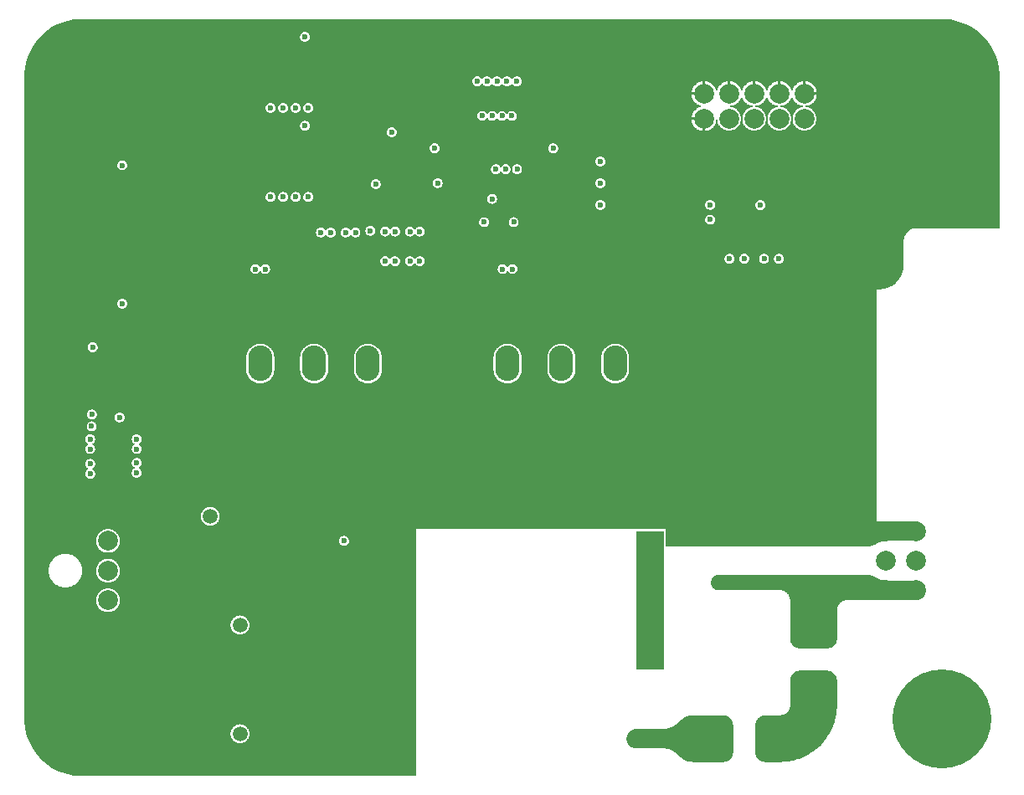
<source format=gbr>
%TF.GenerationSoftware,Altium Limited,Altium Designer,25.1.2 (22)*%
G04 Layer_Physical_Order=2*
G04 Layer_Color=36540*
%FSLAX45Y45*%
%MOMM*%
%TF.SameCoordinates,CB1A417E-7DD8-4276-B15B-71DB2DCBA6F7*%
%TF.FilePolarity,Positive*%
%TF.FileFunction,Copper,L2,Inr,Signal*%
%TF.Part,Single*%
G01*
G75*
%TA.AperFunction,ComponentPad*%
%ADD43O,2.44000X3.60000*%
%TA.AperFunction,ViaPad*%
%ADD44C,10.00000*%
%TA.AperFunction,ComponentPad*%
%ADD45C,2.00000*%
%ADD46C,4.00000*%
%ADD47C,1.50000*%
%TA.AperFunction,ViaPad*%
%ADD48C,0.60000*%
G36*
X9385149Y7674028D02*
X9441004Y7662917D01*
X9495499Y7646386D01*
X9548115Y7624592D01*
X9598337Y7597748D01*
X9645689Y7566108D01*
X9689710Y7529981D01*
X9729980Y7489711D01*
X9766108Y7445689D01*
X9797747Y7398337D01*
X9824592Y7348115D01*
X9846386Y7295500D01*
X9862917Y7241002D01*
X9874027Y7185149D01*
X9879609Y7128475D01*
X9879609Y7100000D01*
Y5564999D01*
X9042500D01*
X9038247Y5564929D01*
X9029758Y5564373D01*
X9021324Y5563263D01*
X9012980Y5561603D01*
X9004763Y5559401D01*
X8996708Y5556667D01*
X8988848Y5553412D01*
X8981219Y5549649D01*
X8973851Y5545396D01*
X8966778Y5540669D01*
X8960029Y5535491D01*
X8953633Y5529882D01*
X8947618Y5523866D01*
X8942009Y5517471D01*
X8936830Y5510722D01*
X8932104Y5503648D01*
X8927851Y5496281D01*
X8924088Y5488651D01*
X8920833Y5480792D01*
X8918098Y5472737D01*
X8915896Y5464519D01*
X8914237Y5456176D01*
X8913126Y5447742D01*
X8912570Y5439253D01*
X8912501Y5435000D01*
Y5195000D01*
X8912500D01*
Y5187985D01*
X8911714Y5173979D01*
X8910143Y5160038D01*
X8907793Y5146208D01*
X8904671Y5132531D01*
X8900788Y5119051D01*
X8896154Y5105809D01*
X8890786Y5092849D01*
X8884699Y5080209D01*
X8877913Y5067931D01*
X8870449Y5056053D01*
X8862332Y5044611D01*
X8853585Y5033643D01*
X8844237Y5023183D01*
X8834317Y5013263D01*
X8823857Y5003915D01*
X8812889Y4995169D01*
X8801447Y4987051D01*
X8789569Y4979587D01*
X8777291Y4972801D01*
X8764652Y4966714D01*
X8751691Y4961346D01*
X8738449Y4956712D01*
X8724969Y4952829D01*
X8711292Y4949707D01*
X8697462Y4947357D01*
X8683521Y4945786D01*
X8669515Y4945000D01*
X8635000Y4945000D01*
Y2600000D01*
X9039366D01*
X9048065Y2599239D01*
X9056664Y2597723D01*
X9065099Y2595463D01*
X9073305Y2592476D01*
X9081219Y2588786D01*
X9088781Y2584420D01*
X9095934Y2579411D01*
X9102623Y2573798D01*
X9108798Y2567623D01*
X9114411Y2560934D01*
X9119419Y2553781D01*
X9123785Y2546219D01*
X9127476Y2538305D01*
X9130463Y2530099D01*
X9132722Y2521665D01*
X9134239Y2513065D01*
X9135000Y2504366D01*
Y2495634D01*
X9134239Y2486935D01*
X9132722Y2478335D01*
X9130463Y2469901D01*
X9127476Y2461695D01*
X9123785Y2453781D01*
X9119419Y2446219D01*
X9114411Y2439066D01*
X9108798Y2432377D01*
X9102623Y2426202D01*
X9095934Y2420589D01*
X9088781Y2415580D01*
X9081219Y2411214D01*
X9073305Y2407524D01*
X9065099Y2404537D01*
X9056664Y2402277D01*
X9048065Y2400761D01*
X9039366Y2400000D01*
X8735000D01*
X8735000Y2400000D01*
X8730477Y2399948D01*
X8721440Y2399540D01*
X8712430Y2398722D01*
X8703467Y2397498D01*
X8694568Y2395870D01*
X8685753Y2393842D01*
X8677037Y2391416D01*
X8668441Y2388599D01*
X8659980Y2385397D01*
X8651673Y2381815D01*
X8643537Y2377861D01*
X8635588Y2373543D01*
X8631688Y2371250D01*
X8631688Y2371250D01*
X8627814Y2368913D01*
X8619863Y2364594D01*
X8611724Y2360639D01*
X8603415Y2357056D01*
X8594952Y2353852D01*
X8586353Y2351035D01*
X8577636Y2348609D01*
X8568818Y2346579D01*
X8559917Y2344951D01*
X8550951Y2343727D01*
X8541940Y2342909D01*
X8532900Y2342500D01*
X6505097D01*
Y2500000D01*
X6505000Y2500985D01*
Y2520000D01*
X6485986D01*
X6485000Y2520097D01*
X6210000D01*
X6209015Y2520000D01*
X3980000D01*
Y20390D01*
X600000Y20390D01*
X571524Y20390D01*
X514851Y25972D01*
X458995Y37082D01*
X404500Y53613D01*
X351885Y75407D01*
X301663Y102251D01*
X254311Y133891D01*
X210289Y170018D01*
X170019Y210288D01*
X133892Y254310D01*
X102252Y301662D01*
X75408Y351884D01*
X53614Y404500D01*
X37082Y458997D01*
X25972Y514850D01*
X20390Y571524D01*
Y599999D01*
X20390Y7099999D01*
X20390Y7128475D01*
X25972Y7185148D01*
X37082Y7241004D01*
X53613Y7295499D01*
X75407Y7348114D01*
X102252Y7398336D01*
X133891Y7445688D01*
X170019Y7489710D01*
X210288Y7529980D01*
X254310Y7566107D01*
X301662Y7597747D01*
X351884Y7624591D01*
X404500Y7646385D01*
X458997Y7662917D01*
X514851Y7674027D01*
X571524Y7679608D01*
X600000Y7679609D01*
X9299999Y7679609D01*
X9328475Y7679609D01*
X9385149Y7674028D01*
D02*
G37*
G36*
X8541940Y2057090D02*
X8550951Y2056273D01*
X8559917Y2055048D01*
X8568818Y2053420D01*
X8577636Y2051391D01*
X8586354Y2048965D01*
X8594952Y2046148D01*
X8603415Y2042944D01*
X8611724Y2039361D01*
X8619863Y2035406D01*
X8627814Y2031087D01*
X8631688Y2028750D01*
X8635588Y2026457D01*
X8643537Y2022139D01*
X8651673Y2018185D01*
X8659980Y2014603D01*
X8668441Y2011400D01*
X8677037Y2008583D01*
X8685753Y2006158D01*
X8694568Y2004129D01*
X8703467Y2002501D01*
X8712430Y2001277D01*
X8721440Y2000460D01*
X8730477Y2000051D01*
X8735000Y2000000D01*
X9039366D01*
X9048065Y1999239D01*
X9056664Y1997722D01*
X9065099Y1995463D01*
X9073305Y1992476D01*
X9081219Y1988785D01*
X9088781Y1984419D01*
X9095934Y1979411D01*
X9102623Y1973798D01*
X9108798Y1967623D01*
X9114411Y1960934D01*
X9119419Y1953781D01*
X9123785Y1946219D01*
X9127476Y1938305D01*
X9130463Y1930099D01*
X9132722Y1921664D01*
X9134239Y1913065D01*
X9135000Y1904366D01*
Y1895634D01*
X9134239Y1886935D01*
X9132722Y1878335D01*
X9130463Y1869901D01*
X9127476Y1861695D01*
X9123785Y1853781D01*
X9119419Y1846219D01*
X9114411Y1839066D01*
X9108798Y1832377D01*
X9102623Y1826202D01*
X9095934Y1820589D01*
X9088781Y1815580D01*
X9081219Y1811214D01*
X9073305Y1807524D01*
X9065099Y1804537D01*
X9056664Y1802277D01*
X9048065Y1800761D01*
X9039366Y1800000D01*
X8337150D01*
X8333224Y1799923D01*
X8325396Y1799307D01*
X8317641Y1798078D01*
X8310006Y1796245D01*
X8302538Y1793819D01*
X8295284Y1790814D01*
X8288288Y1787249D01*
X8281593Y1783147D01*
X8275241Y1778532D01*
X8269270Y1773432D01*
X8263718Y1767880D01*
X8258618Y1761909D01*
X8254003Y1755557D01*
X8249900Y1748862D01*
X8246336Y1741866D01*
X8243331Y1734611D01*
X8240905Y1727144D01*
X8239071Y1719509D01*
X8237843Y1711753D01*
X8237227Y1703926D01*
X8237150Y1700000D01*
Y1413050D01*
Y1409121D01*
X8236533Y1401287D01*
X8235304Y1393526D01*
X8233470Y1385885D01*
X8231041Y1378411D01*
X8228034Y1371151D01*
X8224467Y1364150D01*
X8220361Y1357450D01*
X8215742Y1351093D01*
X8210639Y1345117D01*
X8205082Y1339561D01*
X8199107Y1334457D01*
X8192750Y1329839D01*
X8186050Y1325733D01*
X8179048Y1322165D01*
X8171788Y1319158D01*
X8164315Y1316730D01*
X8156674Y1314895D01*
X8148913Y1313666D01*
X8141079Y1313050D01*
X7858921D01*
X7851087Y1313666D01*
X7843326Y1314895D01*
X7835685Y1316730D01*
X7828211Y1319158D01*
X7820952Y1322165D01*
X7813950Y1325733D01*
X7807250Y1329839D01*
X7800893Y1334457D01*
X7794917Y1339561D01*
X7789361Y1345117D01*
X7784257Y1351093D01*
X7779639Y1357450D01*
X7775533Y1364150D01*
X7771965Y1371151D01*
X7768958Y1378411D01*
X7766530Y1385885D01*
X7764695Y1393526D01*
X7763466Y1401287D01*
X7762850Y1409121D01*
Y1413050D01*
Y1802500D01*
X7762773Y1806425D01*
X7762157Y1814253D01*
X7760928Y1822009D01*
X7759095Y1829644D01*
X7756669Y1837111D01*
X7753664Y1844365D01*
X7750099Y1851362D01*
X7745997Y1858056D01*
X7741382Y1864409D01*
X7736282Y1870380D01*
X7730730Y1875932D01*
X7724759Y1881031D01*
X7718407Y1885646D01*
X7711712Y1889749D01*
X7704716Y1893314D01*
X7697461Y1896319D01*
X7689994Y1898745D01*
X7682359Y1900578D01*
X7674603Y1901806D01*
X7666776Y1902422D01*
X7662850Y1902500D01*
X7036192D01*
X7028614Y1903246D01*
X7021146Y1904732D01*
X7013859Y1906942D01*
X7006824Y1909856D01*
X7000108Y1913445D01*
X6993777Y1917676D01*
X6987891Y1922506D01*
X6982506Y1927891D01*
X6977676Y1933777D01*
X6973445Y1940108D01*
X6969856Y1946824D01*
X6966942Y1953859D01*
X6964732Y1961146D01*
X6963246Y1968614D01*
X6962500Y1976192D01*
Y1983807D01*
X6963246Y1991385D01*
X6964732Y1998853D01*
X6966942Y2006140D01*
X6969856Y2013175D01*
X6973445Y2019891D01*
X6977676Y2026222D01*
X6982506Y2032108D01*
X6987891Y2037492D01*
X6993777Y2042323D01*
X7000108Y2046554D01*
X7006824Y2050143D01*
X7013859Y2053057D01*
X7021146Y2055267D01*
X7028614Y2056753D01*
X7036192Y2057500D01*
X8532900D01*
X8541940Y2057090D01*
D02*
G37*
G36*
X6485000Y1100000D02*
X6210000D01*
Y2500000D01*
X6485000D01*
Y1100000D01*
D02*
G37*
G36*
X8148913Y1086333D02*
X8156674Y1085104D01*
X8164315Y1083269D01*
X8171788Y1080841D01*
X8179048Y1077834D01*
X8186050Y1074267D01*
X8192750Y1070161D01*
X8199107Y1065542D01*
X8205082Y1060439D01*
X8210639Y1054882D01*
X8215742Y1048907D01*
X8220361Y1042550D01*
X8224467Y1035850D01*
X8228034Y1028848D01*
X8231041Y1021588D01*
X8233470Y1014115D01*
X8235304Y1006474D01*
X8236533Y998713D01*
X8237150Y990879D01*
Y986950D01*
Y737150D01*
Y726898D01*
X8236418Y706406D01*
X8234955Y685954D01*
X8232764Y665567D01*
X8229845Y645270D01*
X8226205Y625092D01*
X8221846Y605056D01*
X8216775Y585188D01*
X8210998Y565514D01*
X8204523Y546059D01*
X8197357Y526847D01*
X8189511Y507903D01*
X8180993Y489251D01*
X8171814Y470915D01*
X8161987Y452919D01*
X8151525Y435285D01*
X8140439Y418035D01*
X8128745Y401192D01*
X8116457Y384777D01*
X8103591Y368812D01*
X8090163Y353315D01*
X8076191Y338308D01*
X8061692Y323809D01*
X8046685Y309837D01*
X8031188Y296409D01*
X8015222Y283543D01*
X7998808Y271255D01*
X7981965Y259561D01*
X7964715Y248475D01*
X7947081Y238012D01*
X7929084Y228185D01*
X7910748Y219007D01*
X7892097Y210489D01*
X7873153Y202642D01*
X7853941Y195477D01*
X7834486Y189001D01*
X7814812Y183224D01*
X7794944Y178154D01*
X7774908Y173795D01*
X7754729Y170154D01*
X7734433Y167236D01*
X7714046Y165044D01*
X7693594Y163582D01*
X7673102Y162850D01*
X7509121D01*
X7501287Y163466D01*
X7493526Y164695D01*
X7485885Y166530D01*
X7478411Y168958D01*
X7471151Y171965D01*
X7464150Y175533D01*
X7457450Y179639D01*
X7451093Y184257D01*
X7445117Y189361D01*
X7439561Y194917D01*
X7434457Y200893D01*
X7429839Y207250D01*
X7425733Y213950D01*
X7422165Y220952D01*
X7419158Y228211D01*
X7416730Y235685D01*
X7414895Y243326D01*
X7413666Y251087D01*
X7413050Y258921D01*
Y262850D01*
Y537150D01*
Y541079D01*
X7413666Y548913D01*
X7414895Y556674D01*
X7416730Y564315D01*
X7419158Y571788D01*
X7422165Y579048D01*
X7425733Y586050D01*
X7429839Y592750D01*
X7434457Y599107D01*
X7439561Y605082D01*
X7445117Y610639D01*
X7451093Y615742D01*
X7457450Y620361D01*
X7464150Y624467D01*
X7471151Y628034D01*
X7478411Y631041D01*
X7485885Y633470D01*
X7493526Y635304D01*
X7501287Y636533D01*
X7509121Y637150D01*
X7662850D01*
X7666776Y637227D01*
X7674603Y637843D01*
X7682359Y639071D01*
X7689994Y640904D01*
X7697461Y643331D01*
X7704716Y646336D01*
X7711712Y649900D01*
X7718407Y654003D01*
X7724759Y658618D01*
X7730730Y663718D01*
X7736282Y669270D01*
X7741382Y675241D01*
X7745997Y681593D01*
X7750099Y688288D01*
X7753664Y695284D01*
X7756669Y702538D01*
X7759095Y710006D01*
X7760928Y717641D01*
X7762157Y725396D01*
X7762773Y733224D01*
X7762850Y737150D01*
Y986950D01*
Y990879D01*
X7763466Y998713D01*
X7764695Y1006474D01*
X7766530Y1014115D01*
X7768958Y1021588D01*
X7771965Y1028848D01*
X7775533Y1035850D01*
X7779639Y1042550D01*
X7784257Y1048907D01*
X7789361Y1054882D01*
X7794917Y1060439D01*
X7800893Y1065542D01*
X7807250Y1070161D01*
X7813950Y1074267D01*
X7820952Y1077834D01*
X7828211Y1080841D01*
X7835685Y1083269D01*
X7843326Y1085104D01*
X7851087Y1086333D01*
X7858921Y1086950D01*
X8141079D01*
X8148913Y1086333D01*
D02*
G37*
G36*
X7086950Y637150D02*
X7090879D01*
X7098713Y636533D01*
X7106474Y635304D01*
X7114115Y633469D01*
X7121588Y631041D01*
X7128848Y628034D01*
X7135850Y624467D01*
X7142550Y620361D01*
X7148907Y615742D01*
X7154882Y610639D01*
X7160439Y605082D01*
X7165542Y599107D01*
X7170161Y592750D01*
X7174267Y586050D01*
X7177834Y579048D01*
X7180841Y571788D01*
X7183269Y564315D01*
X7185104Y556674D01*
X7186333Y548913D01*
X7186950Y541079D01*
Y537150D01*
X7186950D01*
X7186950Y262850D01*
Y258920D01*
X7186333Y251087D01*
X7185104Y243325D01*
X7183269Y235685D01*
X7180841Y228211D01*
X7177834Y220951D01*
X7174267Y213950D01*
X7170161Y207250D01*
X7165542Y200892D01*
X7160439Y194917D01*
X7154882Y189361D01*
X7148907Y184257D01*
X7142549Y179638D01*
X7135849Y175533D01*
X7128848Y171965D01*
X7121588Y168958D01*
X7114115Y166530D01*
X7106474Y164695D01*
X7098712Y163466D01*
X7090879Y162850D01*
X7086950Y162850D01*
X6781175D01*
X6770515Y163419D01*
X6759901Y164556D01*
X6749362Y166258D01*
X6738930Y168519D01*
X6728632Y171334D01*
X6718500Y174694D01*
X6708561Y178589D01*
X6698844Y183009D01*
X6689377Y187941D01*
X6680186Y193371D01*
X6671298Y199283D01*
X6662738Y205661D01*
X6654530Y212487D01*
X6646698Y219740D01*
X6639264Y227401D01*
X6635756Y231425D01*
X6632196Y235400D01*
X6624765Y243058D01*
X6616935Y250309D01*
X6608731Y257132D01*
X6600173Y263508D01*
X6591289Y269418D01*
X6582101Y274846D01*
X6572637Y279776D01*
X6562923Y284195D01*
X6552988Y288089D01*
X6542859Y291447D01*
X6532566Y294261D01*
X6522137Y296521D01*
X6511602Y298222D01*
X6500991Y299359D01*
X6490335Y299928D01*
X6485000Y299999D01*
X6485000Y300000D01*
X6205634D01*
X6196935Y300761D01*
X6188335Y302277D01*
X6179901Y304537D01*
X6171695Y307524D01*
X6163781Y311214D01*
X6156219Y315580D01*
X6149066Y320589D01*
X6142377Y326202D01*
X6136202Y332377D01*
X6130589Y339066D01*
X6125580Y346219D01*
X6121214Y353781D01*
X6117524Y361695D01*
X6114537Y369901D01*
X6112277Y378335D01*
X6110761Y386935D01*
X6110000Y395634D01*
Y404366D01*
X6110761Y413065D01*
X6112277Y421664D01*
X6114537Y430099D01*
X6117524Y438305D01*
X6121214Y446219D01*
X6125580Y453781D01*
X6130589Y460934D01*
X6136202Y467623D01*
X6142377Y473798D01*
X6149066Y479411D01*
X6156219Y484419D01*
X6163781Y488785D01*
X6171695Y492476D01*
X6179901Y495463D01*
X6188335Y497722D01*
X6196935Y499239D01*
X6205634Y500000D01*
X6485000D01*
X6490336Y500071D01*
X6500992Y500640D01*
X6511602Y501777D01*
X6522137Y503478D01*
X6532566Y505738D01*
X6542860Y508552D01*
X6552988Y511911D01*
X6562924Y515805D01*
X6572637Y520223D01*
X6582101Y525153D01*
X6591289Y530581D01*
X6600174Y536491D01*
X6608731Y542867D01*
X6616936Y549690D01*
X6624765Y556941D01*
X6632196Y564600D01*
X6635756Y568575D01*
X6635756D01*
X6639264Y572598D01*
X6646698Y580259D01*
X6654530Y587512D01*
X6662738Y594338D01*
X6671298Y600716D01*
X6680186Y606628D01*
X6689377Y612058D01*
X6698844Y616990D01*
X6708561Y621410D01*
X6718500Y625306D01*
X6728632Y628666D01*
X6738930Y631480D01*
X6749363Y633741D01*
X6759901Y635443D01*
X6770515Y636580D01*
X6781175Y637150D01*
X6786513D01*
X6786513Y637150D01*
X7086950Y637150D01*
D02*
G37*
%LPC*%
G36*
X2860308Y7550000D02*
X2854692D01*
X2849111Y7549371D01*
X2843636Y7548121D01*
X2838335Y7546267D01*
X2833276Y7543830D01*
X2828521Y7540842D01*
X2824130Y7537341D01*
X2820159Y7533370D01*
X2816658Y7528979D01*
X2813670Y7524224D01*
X2811233Y7519164D01*
X2809378Y7513864D01*
X2808129Y7508389D01*
X2807500Y7502808D01*
Y7497192D01*
X2808129Y7491611D01*
X2809378Y7486136D01*
X2811233Y7480836D01*
X2813670Y7475776D01*
X2816658Y7471021D01*
X2820159Y7466630D01*
X2824130Y7462659D01*
X2828521Y7459158D01*
X2833276Y7456170D01*
X2838335Y7453733D01*
X2843636Y7451879D01*
X2849111Y7450629D01*
X2854692Y7450000D01*
X2860308D01*
X2865888Y7450629D01*
X2871363Y7451879D01*
X2876664Y7453733D01*
X2881724Y7456170D01*
X2886479Y7459158D01*
X2890870Y7462659D01*
X2894841Y7466630D01*
X2898342Y7471021D01*
X2901330Y7475776D01*
X2903766Y7480836D01*
X2905621Y7486136D01*
X2906871Y7491611D01*
X2907500Y7497192D01*
Y7502808D01*
X2906871Y7508389D01*
X2905621Y7513864D01*
X2903766Y7519164D01*
X2901330Y7524224D01*
X2898342Y7528979D01*
X2894841Y7533370D01*
X2890870Y7537341D01*
X2886479Y7540842D01*
X2881724Y7543830D01*
X2876664Y7546267D01*
X2871363Y7548121D01*
X2865888Y7549371D01*
X2860308Y7550000D01*
D02*
G37*
G36*
X5002808Y7100000D02*
X4997192D01*
X4991611Y7099371D01*
X4986136Y7098121D01*
X4980836Y7096267D01*
X4975776Y7093830D01*
X4971021Y7090842D01*
X4966630Y7087341D01*
X4962659Y7083370D01*
X4959158Y7078979D01*
X4956170Y7074224D01*
X4955457Y7072745D01*
X4954796Y7072487D01*
X4945204D01*
X4944543Y7072745D01*
X4943830Y7074224D01*
X4940842Y7078979D01*
X4937341Y7083370D01*
X4933370Y7087341D01*
X4928979Y7090842D01*
X4924224Y7093830D01*
X4919164Y7096267D01*
X4913864Y7098121D01*
X4908389Y7099371D01*
X4902808Y7100000D01*
X4897192D01*
X4891612Y7099371D01*
X4886137Y7098121D01*
X4880836Y7096267D01*
X4875776Y7093830D01*
X4871021Y7090842D01*
X4866630Y7087341D01*
X4862659Y7083370D01*
X4859158Y7078979D01*
X4856170Y7074224D01*
X4855458Y7072745D01*
X4854796Y7072487D01*
X4845204D01*
X4844543Y7072745D01*
X4843830Y7074224D01*
X4840842Y7078979D01*
X4837341Y7083370D01*
X4833370Y7087341D01*
X4828979Y7090842D01*
X4824224Y7093830D01*
X4819164Y7096267D01*
X4813864Y7098121D01*
X4808389Y7099371D01*
X4802808Y7100000D01*
X4797192D01*
X4791611Y7099371D01*
X4786136Y7098121D01*
X4780836Y7096267D01*
X4775776Y7093830D01*
X4771021Y7090842D01*
X4766630Y7087341D01*
X4762659Y7083370D01*
X4759158Y7078979D01*
X4756170Y7074224D01*
X4755458Y7072745D01*
X4754796Y7072487D01*
X4745204D01*
X4744542Y7072745D01*
X4743830Y7074224D01*
X4740842Y7078979D01*
X4737341Y7083370D01*
X4733370Y7087341D01*
X4728979Y7090842D01*
X4724224Y7093830D01*
X4719164Y7096267D01*
X4713864Y7098121D01*
X4708389Y7099371D01*
X4702808Y7100000D01*
X4697192D01*
X4691611Y7099371D01*
X4686136Y7098121D01*
X4680836Y7096267D01*
X4675776Y7093830D01*
X4671021Y7090842D01*
X4666630Y7087341D01*
X4662659Y7083370D01*
X4659158Y7078979D01*
X4656170Y7074224D01*
X4655458Y7072745D01*
X4654796Y7072487D01*
X4645204D01*
X4644542Y7072745D01*
X4643830Y7074224D01*
X4640842Y7078979D01*
X4637341Y7083370D01*
X4633370Y7087341D01*
X4628979Y7090842D01*
X4624224Y7093830D01*
X4619164Y7096267D01*
X4613864Y7098121D01*
X4608389Y7099371D01*
X4602808Y7100000D01*
X4597192D01*
X4591611Y7099371D01*
X4586136Y7098121D01*
X4580836Y7096267D01*
X4575776Y7093830D01*
X4571021Y7090842D01*
X4566630Y7087341D01*
X4562659Y7083370D01*
X4559158Y7078979D01*
X4556170Y7074224D01*
X4553733Y7069164D01*
X4551879Y7063864D01*
X4550629Y7058389D01*
X4550000Y7052808D01*
Y7047192D01*
X4550629Y7041612D01*
X4551879Y7036137D01*
X4553733Y7030836D01*
X4556170Y7025776D01*
X4559158Y7021021D01*
X4562659Y7016630D01*
X4566630Y7012659D01*
X4571021Y7009158D01*
X4575776Y7006170D01*
X4580836Y7003734D01*
X4586136Y7001879D01*
X4591611Y7000629D01*
X4597192Y7000000D01*
X4602808D01*
X4608389Y7000629D01*
X4613864Y7001879D01*
X4619164Y7003734D01*
X4624224Y7006170D01*
X4628979Y7009158D01*
X4633370Y7012659D01*
X4637341Y7016630D01*
X4640842Y7021021D01*
X4643830Y7025776D01*
X4644542Y7027256D01*
X4645204Y7027514D01*
X4654796D01*
X4655458Y7027256D01*
X4656170Y7025776D01*
X4659158Y7021021D01*
X4662659Y7016630D01*
X4666630Y7012659D01*
X4671021Y7009158D01*
X4675776Y7006170D01*
X4680836Y7003734D01*
X4686136Y7001879D01*
X4691611Y7000629D01*
X4697192Y7000000D01*
X4702808D01*
X4708389Y7000629D01*
X4713864Y7001879D01*
X4719164Y7003734D01*
X4724224Y7006170D01*
X4728979Y7009158D01*
X4733370Y7012659D01*
X4737341Y7016630D01*
X4740842Y7021021D01*
X4743830Y7025776D01*
X4744542Y7027256D01*
X4745204Y7027514D01*
X4754796D01*
X4755458Y7027256D01*
X4756170Y7025776D01*
X4759158Y7021021D01*
X4762659Y7016630D01*
X4766630Y7012659D01*
X4771021Y7009158D01*
X4775776Y7006170D01*
X4780836Y7003734D01*
X4786136Y7001879D01*
X4791611Y7000629D01*
X4797192Y7000000D01*
X4802808D01*
X4808389Y7000629D01*
X4813864Y7001879D01*
X4819164Y7003734D01*
X4824224Y7006170D01*
X4828979Y7009158D01*
X4833370Y7012659D01*
X4837341Y7016630D01*
X4840842Y7021021D01*
X4843830Y7025776D01*
X4844543Y7027256D01*
X4845204Y7027514D01*
X4854796D01*
X4855458Y7027256D01*
X4856170Y7025776D01*
X4859158Y7021021D01*
X4862659Y7016630D01*
X4866630Y7012659D01*
X4871021Y7009158D01*
X4875776Y7006170D01*
X4880836Y7003734D01*
X4886137Y7001879D01*
X4891612Y7000629D01*
X4897192Y7000000D01*
X4902808D01*
X4908389Y7000629D01*
X4913864Y7001879D01*
X4919164Y7003734D01*
X4924224Y7006170D01*
X4928979Y7009158D01*
X4933370Y7012659D01*
X4937341Y7016630D01*
X4940842Y7021021D01*
X4943830Y7025776D01*
X4944543Y7027255D01*
X4945204Y7027513D01*
X4954796D01*
X4955457Y7027255D01*
X4956170Y7025776D01*
X4959158Y7021021D01*
X4962659Y7016630D01*
X4966630Y7012659D01*
X4971021Y7009158D01*
X4975776Y7006170D01*
X4980836Y7003734D01*
X4986136Y7001879D01*
X4991611Y7000629D01*
X4997192Y7000000D01*
X5002808D01*
X5008389Y7000629D01*
X5013863Y7001879D01*
X5019164Y7003734D01*
X5024224Y7006170D01*
X5028979Y7009158D01*
X5033370Y7012659D01*
X5037341Y7016630D01*
X5040842Y7021021D01*
X5043830Y7025776D01*
X5046267Y7030836D01*
X5048121Y7036137D01*
X5049371Y7041612D01*
X5050000Y7047192D01*
Y7052808D01*
X5049371Y7058389D01*
X5048121Y7063864D01*
X5046267Y7069164D01*
X5043830Y7074224D01*
X5040842Y7078979D01*
X5037341Y7083370D01*
X5033370Y7087341D01*
X5028979Y7090842D01*
X5024224Y7093830D01*
X5019164Y7096267D01*
X5013863Y7098121D01*
X5008389Y7099371D01*
X5002808Y7100000D01*
D02*
G37*
G36*
X7895300Y7051789D02*
X7893249Y7051627D01*
X7883517Y7050085D01*
X7873935Y7047785D01*
X7864563Y7044740D01*
X7855460Y7040969D01*
X7846680Y7036496D01*
X7838278Y7031347D01*
X7830306Y7025555D01*
X7822813Y7019155D01*
X7815845Y7012187D01*
X7809445Y7004694D01*
X7803653Y6996722D01*
X7798504Y6988321D01*
X7794031Y6979541D01*
X7790260Y6970437D01*
X7787215Y6961065D01*
X7786142Y6956596D01*
X7775858D01*
X7774785Y6961065D01*
X7771740Y6970437D01*
X7767969Y6979541D01*
X7763496Y6988321D01*
X7758347Y6996722D01*
X7752555Y7004694D01*
X7746155Y7012187D01*
X7739187Y7019155D01*
X7731694Y7025555D01*
X7723722Y7031347D01*
X7715320Y7036496D01*
X7706540Y7040969D01*
X7697436Y7044740D01*
X7688065Y7047785D01*
X7678483Y7050085D01*
X7668750Y7051627D01*
X7666700Y7051788D01*
Y6927000D01*
X7641300D01*
Y7051789D01*
X7639249Y7051627D01*
X7629517Y7050085D01*
X7619935Y7047785D01*
X7610563Y7044740D01*
X7601460Y7040969D01*
X7592680Y7036496D01*
X7584278Y7031347D01*
X7576306Y7025555D01*
X7568813Y7019155D01*
X7561845Y7012187D01*
X7555445Y7004694D01*
X7549653Y6996722D01*
X7544504Y6988321D01*
X7540031Y6979541D01*
X7536260Y6970437D01*
X7533215Y6961065D01*
X7532142Y6956596D01*
X7521858D01*
X7520785Y6961065D01*
X7517740Y6970436D01*
X7513969Y6979540D01*
X7509496Y6988320D01*
X7504347Y6996722D01*
X7498555Y7004694D01*
X7492155Y7012187D01*
X7485187Y7019155D01*
X7477694Y7025555D01*
X7469722Y7031347D01*
X7461320Y7036495D01*
X7452540Y7040969D01*
X7443436Y7044740D01*
X7434065Y7047785D01*
X7424483Y7050085D01*
X7414750Y7051627D01*
X7412700Y7051788D01*
Y6927000D01*
X7387300D01*
Y7051788D01*
X7385249Y7051627D01*
X7375517Y7050085D01*
X7365935Y7047785D01*
X7356563Y7044740D01*
X7347460Y7040969D01*
X7338680Y7036495D01*
X7330278Y7031347D01*
X7322306Y7025555D01*
X7314813Y7019155D01*
X7307845Y7012187D01*
X7301445Y7004694D01*
X7295653Y6996722D01*
X7290504Y6988320D01*
X7286031Y6979540D01*
X7282260Y6970436D01*
X7279215Y6961065D01*
X7278142Y6956596D01*
X7267858D01*
X7266785Y6961065D01*
X7263740Y6970437D01*
X7259969Y6979541D01*
X7255496Y6988321D01*
X7250347Y6996722D01*
X7244555Y7004694D01*
X7238155Y7012187D01*
X7231187Y7019155D01*
X7223694Y7025555D01*
X7215722Y7031347D01*
X7207320Y7036496D01*
X7198540Y7040969D01*
X7189436Y7044740D01*
X7180065Y7047785D01*
X7170483Y7050085D01*
X7160750Y7051627D01*
X7158700Y7051788D01*
Y6927000D01*
X7133300D01*
Y7051789D01*
X7131249Y7051627D01*
X7121517Y7050085D01*
X7111935Y7047785D01*
X7102563Y7044740D01*
X7093460Y7040969D01*
X7084680Y7036496D01*
X7076278Y7031347D01*
X7068306Y7025555D01*
X7060813Y7019155D01*
X7053845Y7012187D01*
X7047445Y7004694D01*
X7041653Y6996722D01*
X7036504Y6988321D01*
X7032031Y6979541D01*
X7028260Y6970437D01*
X7025215Y6961065D01*
X7024142Y6956596D01*
X7013858D01*
X7012785Y6961065D01*
X7009740Y6970437D01*
X7005969Y6979541D01*
X7001496Y6988321D01*
X6996347Y6996722D01*
X6990555Y7004694D01*
X6984155Y7012187D01*
X6977187Y7019155D01*
X6969694Y7025555D01*
X6961722Y7031347D01*
X6953320Y7036496D01*
X6944540Y7040969D01*
X6935436Y7044740D01*
X6926065Y7047785D01*
X6916483Y7050085D01*
X6906750Y7051627D01*
X6904700Y7051788D01*
Y6927000D01*
X6892000D01*
Y6914300D01*
X6767212D01*
X6767373Y6912250D01*
X6768915Y6902517D01*
X6771215Y6892935D01*
X6774260Y6883564D01*
X6778031Y6874460D01*
X6782504Y6865680D01*
X6787653Y6857278D01*
X6793445Y6849306D01*
X6799845Y6841813D01*
X6806813Y6834845D01*
X6814306Y6828445D01*
X6822278Y6822653D01*
X6830680Y6817505D01*
X6839460Y6813031D01*
X6848563Y6809260D01*
X6857935Y6806215D01*
X6862404Y6805142D01*
Y6794858D01*
X6857935Y6793785D01*
X6848563Y6790740D01*
X6839460Y6786969D01*
X6830680Y6782496D01*
X6822278Y6777347D01*
X6814306Y6771555D01*
X6806813Y6765155D01*
X6799845Y6758187D01*
X6793445Y6750694D01*
X6787653Y6742722D01*
X6782504Y6734321D01*
X6778031Y6725541D01*
X6774260Y6716437D01*
X6771215Y6707065D01*
X6768915Y6697483D01*
X6767373Y6687751D01*
X6767212Y6685700D01*
X6892000D01*
Y6673000D01*
X6904700D01*
Y6548212D01*
X6906750Y6548373D01*
X6916483Y6549915D01*
X6926065Y6552215D01*
X6935436Y6555260D01*
X6944540Y6559031D01*
X6953320Y6563505D01*
X6961722Y6568653D01*
X6969694Y6574445D01*
X6977187Y6580845D01*
X6984155Y6587813D01*
X6990555Y6595306D01*
X6996347Y6603278D01*
X7001496Y6611680D01*
X7005969Y6620460D01*
X7009740Y6629564D01*
X7012785Y6638935D01*
X7015085Y6648517D01*
X7016627Y6658250D01*
X7016693Y6659087D01*
X7026724Y6659087D01*
X7026740Y6658885D01*
X7028215Y6649571D01*
X7030416Y6640402D01*
X7033330Y6631434D01*
X7036938Y6622722D01*
X7041220Y6614320D01*
X7046146Y6606280D01*
X7051689Y6598652D01*
X7057813Y6591481D01*
X7064481Y6584813D01*
X7071651Y6578689D01*
X7079280Y6573147D01*
X7087320Y6568220D01*
X7095722Y6563939D01*
X7104434Y6560330D01*
X7113402Y6557416D01*
X7122571Y6555215D01*
X7131885Y6553740D01*
X7141285Y6553000D01*
X7150715D01*
X7160115Y6553740D01*
X7169429Y6555215D01*
X7178598Y6557416D01*
X7187566Y6560330D01*
X7196278Y6563939D01*
X7204680Y6568220D01*
X7212720Y6573147D01*
X7220349Y6578689D01*
X7227519Y6584813D01*
X7234187Y6591481D01*
X7240311Y6598652D01*
X7245853Y6606280D01*
X7250780Y6614320D01*
X7255061Y6622722D01*
X7258670Y6631434D01*
X7261584Y6640402D01*
X7263785Y6649571D01*
X7265260Y6658885D01*
X7266000Y6668285D01*
Y6677715D01*
X7265260Y6687115D01*
X7263785Y6696429D01*
X7261584Y6705598D01*
X7258670Y6714566D01*
X7255061Y6723278D01*
X7250780Y6731680D01*
X7245853Y6739720D01*
X7240311Y6747349D01*
X7234187Y6754519D01*
X7227519Y6761187D01*
X7220349Y6767311D01*
X7212720Y6772854D01*
X7204680Y6777780D01*
X7196278Y6782062D01*
X7187566Y6785670D01*
X7178598Y6788584D01*
X7169429Y6790785D01*
X7160115Y6792260D01*
X7159913Y6792276D01*
X7159913Y6802307D01*
X7160750Y6802373D01*
X7170483Y6803915D01*
X7180065Y6806215D01*
X7189436Y6809260D01*
X7198540Y6813031D01*
X7207320Y6817505D01*
X7215722Y6822653D01*
X7223694Y6828445D01*
X7231187Y6834845D01*
X7238155Y6841813D01*
X7244555Y6849306D01*
X7250347Y6857278D01*
X7255496Y6865680D01*
X7259969Y6874460D01*
X7263740Y6883564D01*
X7266785Y6892935D01*
X7267858Y6897404D01*
X7278142D01*
X7279215Y6892935D01*
X7282260Y6883563D01*
X7286031Y6874459D01*
X7290504Y6865679D01*
X7295653Y6857278D01*
X7301445Y6849306D01*
X7307845Y6841813D01*
X7314813Y6834845D01*
X7322306Y6828445D01*
X7330278Y6822653D01*
X7338680Y6817504D01*
X7347460Y6813031D01*
X7356563Y6809260D01*
X7365935Y6806215D01*
X7375517Y6803915D01*
X7385249Y6802373D01*
X7386084Y6802307D01*
X7386084Y6792276D01*
X7385885Y6792261D01*
X7376571Y6790786D01*
X7367402Y6788584D01*
X7358434Y6785670D01*
X7349722Y6782062D01*
X7341320Y6777781D01*
X7333280Y6772854D01*
X7325651Y6767311D01*
X7318481Y6761187D01*
X7311813Y6754519D01*
X7305689Y6747349D01*
X7300146Y6739720D01*
X7295220Y6731680D01*
X7290938Y6723278D01*
X7287330Y6714566D01*
X7284416Y6705598D01*
X7282215Y6696429D01*
X7280740Y6687116D01*
X7280000Y6677715D01*
Y6668286D01*
X7280740Y6658885D01*
X7282215Y6649571D01*
X7284416Y6640402D01*
X7287330Y6631434D01*
X7290938Y6622722D01*
X7295220Y6614321D01*
X7300146Y6606280D01*
X7305689Y6598652D01*
X7311813Y6591481D01*
X7318481Y6584814D01*
X7325651Y6578689D01*
X7333280Y6573147D01*
X7341320Y6568220D01*
X7349722Y6563939D01*
X7358434Y6560331D01*
X7367402Y6557416D01*
X7376571Y6555215D01*
X7385885Y6553740D01*
X7395285Y6553000D01*
X7404715D01*
X7414115Y6553740D01*
X7423429Y6555215D01*
X7432598Y6557416D01*
X7441566Y6560331D01*
X7450278Y6563939D01*
X7458680Y6568220D01*
X7466720Y6573147D01*
X7474349Y6578689D01*
X7481519Y6584814D01*
X7488187Y6591481D01*
X7494311Y6598652D01*
X7499853Y6606280D01*
X7504780Y6614321D01*
X7509061Y6622722D01*
X7512670Y6631434D01*
X7515584Y6640402D01*
X7517785Y6649571D01*
X7519260Y6658885D01*
X7520000Y6668286D01*
Y6677715D01*
X7519260Y6687116D01*
X7517785Y6696429D01*
X7515584Y6705598D01*
X7512670Y6714566D01*
X7509061Y6723278D01*
X7504780Y6731680D01*
X7499853Y6739720D01*
X7494311Y6747349D01*
X7488187Y6754519D01*
X7481519Y6761187D01*
X7474349Y6767311D01*
X7466720Y6772854D01*
X7458680Y6777781D01*
X7450278Y6782062D01*
X7441566Y6785670D01*
X7432598Y6788584D01*
X7423429Y6790786D01*
X7414115Y6792261D01*
X7413916Y6792276D01*
X7413916Y6802307D01*
X7414750Y6802373D01*
X7424483Y6803915D01*
X7434065Y6806215D01*
X7443436Y6809260D01*
X7452540Y6813031D01*
X7461320Y6817504D01*
X7469722Y6822653D01*
X7477694Y6828445D01*
X7485187Y6834845D01*
X7492155Y6841813D01*
X7498555Y6849306D01*
X7504347Y6857278D01*
X7509496Y6865679D01*
X7513969Y6874459D01*
X7517740Y6883563D01*
X7520785Y6892935D01*
X7521858Y6897404D01*
X7532142D01*
X7533215Y6892935D01*
X7536260Y6883564D01*
X7540031Y6874460D01*
X7544504Y6865680D01*
X7549653Y6857278D01*
X7555445Y6849306D01*
X7561845Y6841813D01*
X7568813Y6834845D01*
X7576306Y6828445D01*
X7584278Y6822653D01*
X7592680Y6817505D01*
X7601460Y6813031D01*
X7610563Y6809260D01*
X7619935Y6806215D01*
X7629517Y6803915D01*
X7639249Y6802373D01*
X7640087Y6802307D01*
X7640087Y6792276D01*
X7639885Y6792260D01*
X7630571Y6790785D01*
X7621402Y6788584D01*
X7612434Y6785670D01*
X7603722Y6782062D01*
X7595320Y6777780D01*
X7587280Y6772854D01*
X7579651Y6767311D01*
X7572481Y6761187D01*
X7565813Y6754519D01*
X7559689Y6747349D01*
X7554146Y6739720D01*
X7549220Y6731680D01*
X7544938Y6723278D01*
X7541330Y6714566D01*
X7538416Y6705598D01*
X7536215Y6696429D01*
X7534740Y6687115D01*
X7534000Y6677715D01*
Y6668285D01*
X7534740Y6658885D01*
X7536215Y6649571D01*
X7538416Y6640402D01*
X7541330Y6631434D01*
X7544938Y6622722D01*
X7549220Y6614320D01*
X7554146Y6606280D01*
X7559689Y6598652D01*
X7565813Y6591481D01*
X7572481Y6584813D01*
X7579651Y6578689D01*
X7587280Y6573147D01*
X7595320Y6568220D01*
X7603722Y6563939D01*
X7612434Y6560330D01*
X7621402Y6557416D01*
X7630571Y6555215D01*
X7639885Y6553740D01*
X7649285Y6553000D01*
X7658715D01*
X7668115Y6553740D01*
X7677429Y6555215D01*
X7686598Y6557416D01*
X7695566Y6560330D01*
X7704278Y6563939D01*
X7712680Y6568220D01*
X7720720Y6573147D01*
X7728349Y6578689D01*
X7735519Y6584813D01*
X7742187Y6591481D01*
X7748311Y6598652D01*
X7753853Y6606280D01*
X7758780Y6614320D01*
X7763061Y6622722D01*
X7766670Y6631434D01*
X7769584Y6640402D01*
X7771785Y6649571D01*
X7773260Y6658885D01*
X7774000Y6668285D01*
Y6677715D01*
X7773260Y6687115D01*
X7771785Y6696429D01*
X7769584Y6705598D01*
X7766670Y6714566D01*
X7763061Y6723278D01*
X7758780Y6731680D01*
X7753853Y6739720D01*
X7748311Y6747349D01*
X7742187Y6754519D01*
X7735519Y6761187D01*
X7728349Y6767311D01*
X7720720Y6772854D01*
X7712680Y6777780D01*
X7704278Y6782062D01*
X7695566Y6785670D01*
X7686598Y6788584D01*
X7677429Y6790785D01*
X7668115Y6792260D01*
X7667913Y6792276D01*
X7667913Y6802307D01*
X7668750Y6802373D01*
X7678483Y6803915D01*
X7688065Y6806215D01*
X7697436Y6809260D01*
X7706540Y6813031D01*
X7715320Y6817505D01*
X7723722Y6822653D01*
X7731694Y6828445D01*
X7739187Y6834845D01*
X7746155Y6841813D01*
X7752555Y6849306D01*
X7758347Y6857278D01*
X7763496Y6865680D01*
X7767969Y6874460D01*
X7771740Y6883564D01*
X7774785Y6892935D01*
X7775858Y6897404D01*
X7786142D01*
X7787215Y6892935D01*
X7790260Y6883564D01*
X7794031Y6874460D01*
X7798504Y6865680D01*
X7803653Y6857278D01*
X7809445Y6849306D01*
X7815845Y6841813D01*
X7822813Y6834845D01*
X7830306Y6828445D01*
X7838278Y6822653D01*
X7846680Y6817505D01*
X7855460Y6813031D01*
X7864563Y6809260D01*
X7873935Y6806215D01*
X7883517Y6803915D01*
X7893249Y6802373D01*
X7894087Y6802307D01*
X7894087Y6792276D01*
X7893885Y6792260D01*
X7884571Y6790785D01*
X7875402Y6788584D01*
X7866434Y6785670D01*
X7857722Y6782062D01*
X7849320Y6777780D01*
X7841280Y6772854D01*
X7833651Y6767311D01*
X7826481Y6761187D01*
X7819813Y6754519D01*
X7813689Y6747349D01*
X7808146Y6739720D01*
X7803220Y6731680D01*
X7798938Y6723278D01*
X7795330Y6714566D01*
X7792416Y6705598D01*
X7790215Y6696429D01*
X7788740Y6687115D01*
X7788000Y6677715D01*
Y6668285D01*
X7788740Y6658885D01*
X7790215Y6649571D01*
X7792416Y6640402D01*
X7795330Y6631434D01*
X7798938Y6622722D01*
X7803220Y6614320D01*
X7808146Y6606280D01*
X7813689Y6598652D01*
X7819813Y6591481D01*
X7826481Y6584813D01*
X7833651Y6578689D01*
X7841280Y6573147D01*
X7849320Y6568220D01*
X7857722Y6563939D01*
X7866434Y6560330D01*
X7875402Y6557416D01*
X7884571Y6555215D01*
X7893885Y6553740D01*
X7903285Y6553000D01*
X7912715D01*
X7922115Y6553740D01*
X7931429Y6555215D01*
X7940598Y6557416D01*
X7949566Y6560330D01*
X7958278Y6563939D01*
X7966680Y6568220D01*
X7974720Y6573147D01*
X7982349Y6578689D01*
X7989519Y6584813D01*
X7996187Y6591481D01*
X8002311Y6598652D01*
X8007853Y6606280D01*
X8012780Y6614320D01*
X8017061Y6622722D01*
X8020670Y6631434D01*
X8023584Y6640402D01*
X8025785Y6649571D01*
X8027260Y6658885D01*
X8028000Y6668285D01*
Y6677715D01*
X8027260Y6687115D01*
X8025785Y6696429D01*
X8023584Y6705598D01*
X8020670Y6714566D01*
X8017061Y6723278D01*
X8012780Y6731680D01*
X8007853Y6739720D01*
X8002311Y6747349D01*
X7996187Y6754519D01*
X7989519Y6761187D01*
X7982349Y6767311D01*
X7974720Y6772854D01*
X7966680Y6777780D01*
X7958278Y6782062D01*
X7949566Y6785670D01*
X7940598Y6788584D01*
X7931429Y6790785D01*
X7922115Y6792260D01*
X7921913Y6792276D01*
X7921913Y6802307D01*
X7922750Y6802373D01*
X7932483Y6803915D01*
X7942065Y6806215D01*
X7951436Y6809260D01*
X7960540Y6813031D01*
X7969320Y6817505D01*
X7977722Y6822653D01*
X7985694Y6828445D01*
X7993187Y6834845D01*
X8000155Y6841813D01*
X8006555Y6849306D01*
X8012347Y6857278D01*
X8017496Y6865680D01*
X8021969Y6874460D01*
X8025740Y6883564D01*
X8028785Y6892935D01*
X8031085Y6902517D01*
X8032627Y6912250D01*
X8032788Y6914300D01*
X7908000D01*
Y6927000D01*
X7895300D01*
Y7051789D01*
D02*
G37*
G36*
X7920700Y7051788D02*
Y6939700D01*
X8032788D01*
X8032627Y6941751D01*
X8031085Y6951483D01*
X8028785Y6961065D01*
X8025740Y6970437D01*
X8021969Y6979541D01*
X8017496Y6988321D01*
X8012347Y6996722D01*
X8006555Y7004694D01*
X8000155Y7012187D01*
X7993187Y7019155D01*
X7985694Y7025555D01*
X7977722Y7031347D01*
X7969320Y7036496D01*
X7960540Y7040969D01*
X7951436Y7044740D01*
X7942065Y7047785D01*
X7932483Y7050085D01*
X7922750Y7051627D01*
X7920700Y7051788D01*
D02*
G37*
G36*
X6879300Y7051789D02*
X6877249Y7051627D01*
X6867517Y7050085D01*
X6857935Y7047785D01*
X6848563Y7044740D01*
X6839460Y7040969D01*
X6830680Y7036496D01*
X6822278Y7031347D01*
X6814306Y7025555D01*
X6806813Y7019155D01*
X6799845Y7012187D01*
X6793445Y7004694D01*
X6787653Y6996722D01*
X6782504Y6988321D01*
X6778031Y6979541D01*
X6774260Y6970437D01*
X6771215Y6961065D01*
X6768915Y6951483D01*
X6767373Y6941751D01*
X6767212Y6939700D01*
X6879300D01*
Y7051789D01*
D02*
G37*
G36*
X2639308Y6830000D02*
X2633692D01*
X2628111Y6829371D01*
X2622636Y6828121D01*
X2617336Y6826267D01*
X2612276Y6823830D01*
X2607521Y6820842D01*
X2603130Y6817341D01*
X2599159Y6813370D01*
X2595658Y6808979D01*
X2592670Y6804224D01*
X2590233Y6799164D01*
X2588379Y6793864D01*
X2587129Y6788389D01*
X2586500Y6782808D01*
Y6777192D01*
X2587129Y6771612D01*
X2588379Y6766137D01*
X2590233Y6760836D01*
X2592670Y6755776D01*
X2595658Y6751021D01*
X2599159Y6746630D01*
X2603130Y6742659D01*
X2607521Y6739158D01*
X2612276Y6736170D01*
X2617336Y6733734D01*
X2622636Y6731879D01*
X2628111Y6730629D01*
X2633692Y6730000D01*
X2639308D01*
X2644889Y6730629D01*
X2650364Y6731879D01*
X2655664Y6733734D01*
X2660724Y6736170D01*
X2665479Y6739158D01*
X2669870Y6742659D01*
X2673841Y6746630D01*
X2677342Y6751021D01*
X2680330Y6755776D01*
X2682767Y6760836D01*
X2684621Y6766137D01*
X2685871Y6771612D01*
X2686500Y6777192D01*
Y6782808D01*
X2685871Y6788389D01*
X2684621Y6793864D01*
X2682767Y6799164D01*
X2680330Y6804224D01*
X2677342Y6808979D01*
X2673841Y6813370D01*
X2669870Y6817341D01*
X2665479Y6820842D01*
X2660724Y6823830D01*
X2655664Y6826267D01*
X2650364Y6828121D01*
X2644889Y6829371D01*
X2639308Y6830000D01*
D02*
G37*
G36*
X2893308Y6830000D02*
X2887692D01*
X2882112Y6829371D01*
X2876637Y6828121D01*
X2871336Y6826267D01*
X2866276Y6823830D01*
X2861521Y6820842D01*
X2857130Y6817341D01*
X2853159Y6813370D01*
X2849658Y6808979D01*
X2846670Y6804224D01*
X2844234Y6799164D01*
X2842379Y6793863D01*
X2841129Y6788389D01*
X2840500Y6782808D01*
Y6777192D01*
X2841129Y6771611D01*
X2842379Y6766136D01*
X2844234Y6760836D01*
X2846670Y6755776D01*
X2849658Y6751021D01*
X2853159Y6746630D01*
X2857130Y6742659D01*
X2861521Y6739158D01*
X2866276Y6736170D01*
X2871336Y6733733D01*
X2876637Y6731879D01*
X2882112Y6730629D01*
X2887692Y6730000D01*
X2893308D01*
X2898889Y6730629D01*
X2904364Y6731879D01*
X2909664Y6733733D01*
X2914724Y6736170D01*
X2919479Y6739158D01*
X2923870Y6742659D01*
X2927841Y6746630D01*
X2931342Y6751021D01*
X2934330Y6755776D01*
X2936767Y6760836D01*
X2938622Y6766136D01*
X2939871Y6771611D01*
X2940500Y6777192D01*
Y6782808D01*
X2939871Y6788389D01*
X2938622Y6793863D01*
X2936767Y6799164D01*
X2934330Y6804224D01*
X2931342Y6808979D01*
X2927841Y6813370D01*
X2923870Y6817341D01*
X2919479Y6820842D01*
X2914724Y6823830D01*
X2909664Y6826267D01*
X2904364Y6828121D01*
X2898889Y6829371D01*
X2893308Y6830000D01*
D02*
G37*
G36*
X2766308D02*
X2760692D01*
X2755111Y6829371D01*
X2749636Y6828121D01*
X2744336Y6826267D01*
X2739276Y6823830D01*
X2734521Y6820842D01*
X2730130Y6817341D01*
X2726159Y6813370D01*
X2722658Y6808979D01*
X2719670Y6804224D01*
X2717233Y6799164D01*
X2715379Y6793863D01*
X2714129Y6788389D01*
X2713500Y6782808D01*
Y6777192D01*
X2714129Y6771611D01*
X2715379Y6766136D01*
X2717233Y6760836D01*
X2719670Y6755776D01*
X2722658Y6751021D01*
X2726159Y6746630D01*
X2730130Y6742659D01*
X2734521Y6739158D01*
X2739276Y6736170D01*
X2744336Y6733733D01*
X2749636Y6731879D01*
X2755111Y6730629D01*
X2760692Y6730000D01*
X2766308D01*
X2771889Y6730629D01*
X2777364Y6731879D01*
X2782664Y6733733D01*
X2787724Y6736170D01*
X2792479Y6739158D01*
X2796870Y6742659D01*
X2800841Y6746630D01*
X2804342Y6751021D01*
X2807330Y6755776D01*
X2809767Y6760836D01*
X2811621Y6766136D01*
X2812871Y6771611D01*
X2813500Y6777192D01*
Y6782808D01*
X2812871Y6788389D01*
X2811621Y6793863D01*
X2809767Y6799164D01*
X2807330Y6804224D01*
X2804342Y6808979D01*
X2800841Y6813370D01*
X2796870Y6817341D01*
X2792479Y6820842D01*
X2787724Y6823830D01*
X2782664Y6826267D01*
X2777364Y6828121D01*
X2771889Y6829371D01*
X2766308Y6830000D01*
D02*
G37*
G36*
X2512307D02*
X2506691D01*
X2501111Y6829371D01*
X2495636Y6828121D01*
X2490335Y6826267D01*
X2485275Y6823830D01*
X2480520Y6820842D01*
X2476130Y6817341D01*
X2472159Y6813370D01*
X2468657Y6808979D01*
X2465669Y6804224D01*
X2463233Y6799164D01*
X2461378Y6793863D01*
X2460128Y6788389D01*
X2459500Y6782808D01*
Y6777192D01*
X2460128Y6771611D01*
X2461378Y6766136D01*
X2463233Y6760836D01*
X2465669Y6755776D01*
X2468657Y6751021D01*
X2472159Y6746630D01*
X2476130Y6742659D01*
X2480520Y6739158D01*
X2485275Y6736170D01*
X2490335Y6733733D01*
X2495636Y6731879D01*
X2501111Y6730629D01*
X2506691Y6730000D01*
X2512307D01*
X2517888Y6730629D01*
X2523363Y6731879D01*
X2528664Y6733733D01*
X2533723Y6736170D01*
X2538479Y6739158D01*
X2542869Y6742659D01*
X2546840Y6746630D01*
X2550342Y6751021D01*
X2553329Y6755776D01*
X2555766Y6760836D01*
X2557621Y6766136D01*
X2558870Y6771611D01*
X2559499Y6777192D01*
Y6782808D01*
X2558870Y6788389D01*
X2557621Y6793863D01*
X2555766Y6799164D01*
X2553329Y6804224D01*
X2550342Y6808979D01*
X2546840Y6813370D01*
X2542869Y6817341D01*
X2538479Y6820842D01*
X2533723Y6823830D01*
X2528664Y6826267D01*
X2523363Y6828121D01*
X2517888Y6829371D01*
X2512307Y6830000D01*
D02*
G37*
G36*
X4952808Y6750000D02*
X4947192D01*
X4941611Y6749371D01*
X4936136Y6748121D01*
X4930835Y6746267D01*
X4925776Y6743830D01*
X4921021Y6740842D01*
X4916630Y6737341D01*
X4912659Y6733370D01*
X4909158Y6728979D01*
X4906170Y6724224D01*
X4905457Y6722744D01*
X4904795Y6722487D01*
X4895204D01*
X4894542Y6722744D01*
X4893830Y6724224D01*
X4890842Y6728979D01*
X4887340Y6733370D01*
X4883369Y6737341D01*
X4878979Y6740842D01*
X4874224Y6743830D01*
X4869164Y6746267D01*
X4863863Y6748121D01*
X4858388Y6749371D01*
X4852808Y6750000D01*
X4847192D01*
X4841611Y6749371D01*
X4836136Y6748121D01*
X4830835Y6746267D01*
X4825776Y6743830D01*
X4821021Y6740842D01*
X4816630Y6737341D01*
X4812659Y6733370D01*
X4809158Y6728979D01*
X4806170Y6724224D01*
X4805457Y6722745D01*
X4804796Y6722487D01*
X4795204D01*
X4794542Y6722745D01*
X4793830Y6724224D01*
X4790842Y6728979D01*
X4787341Y6733370D01*
X4783370Y6737341D01*
X4778979Y6740842D01*
X4774224Y6743830D01*
X4769164Y6746267D01*
X4763863Y6748121D01*
X4758389Y6749371D01*
X4752808Y6750000D01*
X4747192D01*
X4741611Y6749371D01*
X4736136Y6748121D01*
X4730836Y6746267D01*
X4725776Y6743830D01*
X4721021Y6740842D01*
X4716630Y6737341D01*
X4712659Y6733370D01*
X4709158Y6728979D01*
X4706170Y6724224D01*
X4705457Y6722744D01*
X4704796Y6722487D01*
X4695204D01*
X4694542Y6722744D01*
X4693830Y6724224D01*
X4690842Y6728979D01*
X4687341Y6733370D01*
X4683370Y6737341D01*
X4678979Y6740842D01*
X4674224Y6743830D01*
X4669164Y6746267D01*
X4663863Y6748121D01*
X4658388Y6749371D01*
X4652808Y6750000D01*
X4647192D01*
X4641611Y6749371D01*
X4636136Y6748121D01*
X4630836Y6746267D01*
X4625776Y6743830D01*
X4621021Y6740842D01*
X4616630Y6737341D01*
X4612659Y6733370D01*
X4609158Y6728979D01*
X4606170Y6724224D01*
X4603733Y6719164D01*
X4601879Y6713864D01*
X4600629Y6708389D01*
X4600000Y6702808D01*
Y6697192D01*
X4600629Y6691611D01*
X4601879Y6686136D01*
X4603733Y6680836D01*
X4606170Y6675776D01*
X4609158Y6671021D01*
X4612659Y6666630D01*
X4616630Y6662659D01*
X4621021Y6659158D01*
X4625776Y6656170D01*
X4630836Y6653733D01*
X4636136Y6651879D01*
X4641611Y6650629D01*
X4647192Y6650000D01*
X4652808D01*
X4658388Y6650629D01*
X4663863Y6651879D01*
X4669164Y6653733D01*
X4674224Y6656170D01*
X4678979Y6659158D01*
X4683370Y6662659D01*
X4687341Y6666630D01*
X4690842Y6671021D01*
X4693830Y6675776D01*
X4694542Y6677256D01*
X4695204Y6677513D01*
X4704796D01*
X4705457Y6677256D01*
X4706170Y6675776D01*
X4709158Y6671021D01*
X4712659Y6666630D01*
X4716630Y6662659D01*
X4721021Y6659158D01*
X4725776Y6656170D01*
X4730836Y6653733D01*
X4736136Y6651879D01*
X4741611Y6650629D01*
X4747192Y6650000D01*
X4752808D01*
X4758389Y6650629D01*
X4763863Y6651879D01*
X4769164Y6653733D01*
X4774224Y6656170D01*
X4778979Y6659158D01*
X4783370Y6662659D01*
X4787341Y6666630D01*
X4790842Y6671021D01*
X4793830Y6675776D01*
X4794542Y6677255D01*
X4795204Y6677513D01*
X4804796D01*
X4805457Y6677255D01*
X4806170Y6675776D01*
X4809158Y6671021D01*
X4812659Y6666630D01*
X4816630Y6662659D01*
X4821021Y6659158D01*
X4825776Y6656170D01*
X4830835Y6653733D01*
X4836136Y6651879D01*
X4841611Y6650629D01*
X4847192Y6650000D01*
X4852808D01*
X4858388Y6650629D01*
X4863863Y6651879D01*
X4869164Y6653733D01*
X4874224Y6656170D01*
X4878979Y6659158D01*
X4883369Y6662659D01*
X4887340Y6666630D01*
X4890842Y6671021D01*
X4893830Y6675776D01*
X4894542Y6677256D01*
X4895204Y6677513D01*
X4904795D01*
X4905457Y6677256D01*
X4906170Y6675776D01*
X4909158Y6671021D01*
X4912659Y6666630D01*
X4916630Y6662659D01*
X4921021Y6659158D01*
X4925776Y6656170D01*
X4930835Y6653733D01*
X4936136Y6651879D01*
X4941611Y6650629D01*
X4947192Y6650000D01*
X4952808D01*
X4958388Y6650629D01*
X4963863Y6651879D01*
X4969164Y6653733D01*
X4974224Y6656170D01*
X4978979Y6659158D01*
X4983370Y6662659D01*
X4987341Y6666630D01*
X4990842Y6671021D01*
X4993830Y6675776D01*
X4996266Y6680836D01*
X4998121Y6686136D01*
X4999371Y6691611D01*
X5000000Y6697192D01*
Y6702808D01*
X4999371Y6708389D01*
X4998121Y6713864D01*
X4996266Y6719164D01*
X4993830Y6724224D01*
X4990842Y6728979D01*
X4987341Y6733370D01*
X4983370Y6737341D01*
X4978979Y6740842D01*
X4974224Y6743830D01*
X4969164Y6746267D01*
X4963863Y6748121D01*
X4958388Y6749371D01*
X4952808Y6750000D01*
D02*
G37*
G36*
X2860307Y6650000D02*
X2854692D01*
X2849111Y6649371D01*
X2843636Y6648121D01*
X2838335Y6646267D01*
X2833276Y6643830D01*
X2828520Y6640842D01*
X2824130Y6637341D01*
X2820159Y6633370D01*
X2816657Y6628979D01*
X2813670Y6624224D01*
X2811233Y6619164D01*
X2809378Y6613864D01*
X2808128Y6608389D01*
X2807500Y6602808D01*
Y6597192D01*
X2808128Y6591611D01*
X2809378Y6586136D01*
X2811233Y6580836D01*
X2813670Y6575776D01*
X2816657Y6571021D01*
X2820159Y6566630D01*
X2824130Y6562659D01*
X2828520Y6559158D01*
X2833276Y6556170D01*
X2838335Y6553733D01*
X2843636Y6551879D01*
X2849111Y6550629D01*
X2854692Y6550000D01*
X2860307D01*
X2865888Y6550629D01*
X2871363Y6551879D01*
X2876664Y6553733D01*
X2881723Y6556170D01*
X2886479Y6559158D01*
X2890869Y6562659D01*
X2894840Y6566630D01*
X2898342Y6571021D01*
X2901329Y6575776D01*
X2903766Y6580836D01*
X2905621Y6586136D01*
X2906870Y6591611D01*
X2907499Y6597192D01*
Y6602808D01*
X2906870Y6608389D01*
X2905621Y6613864D01*
X2903766Y6619164D01*
X2901329Y6624224D01*
X2898342Y6628979D01*
X2894840Y6633370D01*
X2890869Y6637341D01*
X2886479Y6640842D01*
X2881723Y6643830D01*
X2876664Y6646267D01*
X2871363Y6648121D01*
X2865888Y6649371D01*
X2860307Y6650000D01*
D02*
G37*
G36*
X6879300Y6660300D02*
X6767212D01*
X6767373Y6658250D01*
X6768915Y6648517D01*
X6771215Y6638935D01*
X6774260Y6629564D01*
X6778031Y6620460D01*
X6782504Y6611680D01*
X6787653Y6603278D01*
X6793445Y6595306D01*
X6799845Y6587813D01*
X6806813Y6580845D01*
X6814306Y6574445D01*
X6822278Y6568653D01*
X6830680Y6563505D01*
X6839460Y6559031D01*
X6848563Y6555260D01*
X6857935Y6552215D01*
X6867517Y6549915D01*
X6877249Y6548373D01*
X6879300Y6548212D01*
Y6660300D01*
D02*
G37*
G36*
X3737808Y6585000D02*
X3732192D01*
X3726611Y6584371D01*
X3721136Y6583121D01*
X3715836Y6581267D01*
X3710776Y6578830D01*
X3706021Y6575842D01*
X3701630Y6572341D01*
X3697659Y6568370D01*
X3694158Y6563979D01*
X3691170Y6559224D01*
X3688733Y6554164D01*
X3686879Y6548864D01*
X3685629Y6543389D01*
X3685000Y6537808D01*
Y6532192D01*
X3685629Y6526612D01*
X3686879Y6521137D01*
X3688733Y6515836D01*
X3691170Y6510776D01*
X3694158Y6506021D01*
X3697659Y6501630D01*
X3701630Y6497659D01*
X3706021Y6494158D01*
X3710776Y6491170D01*
X3715836Y6488734D01*
X3721136Y6486879D01*
X3726611Y6485629D01*
X3732192Y6485000D01*
X3737808D01*
X3743388Y6485629D01*
X3748863Y6486879D01*
X3754164Y6488734D01*
X3759224Y6491170D01*
X3763979Y6494158D01*
X3768370Y6497659D01*
X3772341Y6501630D01*
X3775842Y6506021D01*
X3778830Y6510776D01*
X3781267Y6515836D01*
X3783121Y6521137D01*
X3784371Y6526612D01*
X3785000Y6532192D01*
Y6537808D01*
X3784371Y6543389D01*
X3783121Y6548864D01*
X3781267Y6554164D01*
X3778830Y6559224D01*
X3775842Y6563979D01*
X3772341Y6568370D01*
X3768370Y6572341D01*
X3763979Y6575842D01*
X3759224Y6578830D01*
X3754164Y6581267D01*
X3748863Y6583121D01*
X3743388Y6584371D01*
X3737808Y6585000D01*
D02*
G37*
G36*
X4171543Y6422739D02*
X4165927D01*
X4160346Y6422110D01*
X4154871Y6420860D01*
X4149571Y6419006D01*
X4144511Y6416569D01*
X4139756Y6413581D01*
X4135365Y6410080D01*
X4131394Y6406109D01*
X4127893Y6401718D01*
X4124905Y6396963D01*
X4122468Y6391903D01*
X4120614Y6386603D01*
X4119364Y6381128D01*
X4118735Y6375547D01*
Y6369931D01*
X4119364Y6364350D01*
X4120614Y6358876D01*
X4122468Y6353575D01*
X4124905Y6348515D01*
X4127893Y6343760D01*
X4131394Y6339369D01*
X4135365Y6335398D01*
X4139756Y6331897D01*
X4144511Y6328909D01*
X4149571Y6326472D01*
X4154871Y6324618D01*
X4160346Y6323368D01*
X4165927Y6322739D01*
X4171543D01*
X4177123Y6323368D01*
X4182598Y6324618D01*
X4187899Y6326472D01*
X4192959Y6328909D01*
X4197714Y6331897D01*
X4202105Y6335398D01*
X4206076Y6339369D01*
X4209577Y6343760D01*
X4212565Y6348515D01*
X4215001Y6353575D01*
X4216856Y6358876D01*
X4218106Y6364350D01*
X4218735Y6369931D01*
Y6375547D01*
X4218106Y6381128D01*
X4216856Y6386603D01*
X4215001Y6391903D01*
X4212565Y6396963D01*
X4209577Y6401718D01*
X4206076Y6406109D01*
X4202105Y6410080D01*
X4197714Y6413581D01*
X4192959Y6416569D01*
X4187899Y6419006D01*
X4182598Y6420860D01*
X4177123Y6422110D01*
X4171543Y6422739D01*
D02*
G37*
G36*
X5371543Y6422739D02*
X5365927D01*
X5360347Y6422110D01*
X5354872Y6420860D01*
X5349571Y6419005D01*
X5344511Y6416569D01*
X5339756Y6413581D01*
X5335366Y6410080D01*
X5331394Y6406109D01*
X5327893Y6401718D01*
X5324905Y6396963D01*
X5322469Y6391903D01*
X5320614Y6386602D01*
X5319364Y6381127D01*
X5318735Y6375547D01*
Y6369931D01*
X5319364Y6364350D01*
X5320614Y6358875D01*
X5322469Y6353575D01*
X5324905Y6348515D01*
X5327893Y6343760D01*
X5331394Y6339369D01*
X5335366Y6335398D01*
X5339756Y6331897D01*
X5344511Y6328909D01*
X5349571Y6326472D01*
X5354872Y6324618D01*
X5360347Y6323368D01*
X5365927Y6322739D01*
X5371543D01*
X5377124Y6323368D01*
X5382599Y6324618D01*
X5387900Y6326472D01*
X5392959Y6328909D01*
X5397714Y6331897D01*
X5402105Y6335398D01*
X5406076Y6339369D01*
X5409577Y6343760D01*
X5412565Y6348515D01*
X5415002Y6353575D01*
X5416857Y6358875D01*
X5418106Y6364350D01*
X5418735Y6369931D01*
Y6375547D01*
X5418106Y6381127D01*
X5416857Y6386602D01*
X5415002Y6391903D01*
X5412565Y6396963D01*
X5409577Y6401718D01*
X5406076Y6406109D01*
X5402105Y6410080D01*
X5397714Y6413581D01*
X5392959Y6416569D01*
X5387900Y6419005D01*
X5382599Y6420860D01*
X5377124Y6422110D01*
X5371543Y6422739D01*
D02*
G37*
G36*
X5847807Y6290000D02*
X5842192D01*
X5836611Y6289371D01*
X5831136Y6288122D01*
X5825835Y6286267D01*
X5820776Y6283830D01*
X5816020Y6280843D01*
X5811630Y6277341D01*
X5807659Y6273370D01*
X5804157Y6268980D01*
X5801169Y6264224D01*
X5798733Y6259165D01*
X5796878Y6253864D01*
X5795628Y6248389D01*
X5795000Y6242808D01*
Y6237193D01*
X5795628Y6231612D01*
X5796878Y6226137D01*
X5798733Y6220836D01*
X5801169Y6215776D01*
X5804157Y6211021D01*
X5807659Y6206631D01*
X5811630Y6202660D01*
X5816020Y6199158D01*
X5820776Y6196170D01*
X5825835Y6193734D01*
X5831136Y6191879D01*
X5836611Y6190629D01*
X5842192Y6190001D01*
X5847807D01*
X5853388Y6190629D01*
X5858863Y6191879D01*
X5864164Y6193734D01*
X5869223Y6196170D01*
X5873979Y6199158D01*
X5878369Y6202660D01*
X5882340Y6206631D01*
X5885842Y6211021D01*
X5888829Y6215776D01*
X5891266Y6220836D01*
X5893121Y6226137D01*
X5894370Y6231612D01*
X5894999Y6237193D01*
Y6242808D01*
X5894370Y6248389D01*
X5893121Y6253864D01*
X5891266Y6259165D01*
X5888829Y6264224D01*
X5885842Y6268980D01*
X5882340Y6273370D01*
X5878369Y6277341D01*
X5873979Y6280843D01*
X5869223Y6283830D01*
X5864164Y6286267D01*
X5858863Y6288122D01*
X5853388Y6289371D01*
X5847807Y6290000D01*
D02*
G37*
G36*
X4890278Y6210477D02*
X4884662D01*
X4879082Y6209848D01*
X4873607Y6208599D01*
X4868306Y6206744D01*
X4863246Y6204307D01*
X4858491Y6201320D01*
X4854101Y6197818D01*
X4850129Y6193847D01*
X4846628Y6189457D01*
X4843640Y6184701D01*
X4842928Y6183222D01*
X4842266Y6182964D01*
X4832675D01*
X4832013Y6183222D01*
X4831300Y6184701D01*
X4828312Y6189457D01*
X4824811Y6193847D01*
X4820840Y6197818D01*
X4816449Y6201320D01*
X4811694Y6204307D01*
X4806635Y6206744D01*
X4801334Y6208599D01*
X4795859Y6209848D01*
X4790278Y6210477D01*
X4784662D01*
X4779082Y6209848D01*
X4773607Y6208599D01*
X4768306Y6206744D01*
X4763246Y6204307D01*
X4758491Y6201320D01*
X4754100Y6197818D01*
X4750129Y6193847D01*
X4746628Y6189457D01*
X4743640Y6184701D01*
X4741204Y6179642D01*
X4739349Y6174341D01*
X4738099Y6168866D01*
X4737470Y6163285D01*
Y6157669D01*
X4738099Y6152089D01*
X4739349Y6146614D01*
X4741204Y6141313D01*
X4743640Y6136253D01*
X4746628Y6131498D01*
X4750129Y6127108D01*
X4754100Y6123137D01*
X4758491Y6119635D01*
X4763246Y6116647D01*
X4768306Y6114211D01*
X4773607Y6112356D01*
X4779082Y6111106D01*
X4784662Y6110477D01*
X4790278D01*
X4795859Y6111106D01*
X4801334Y6112356D01*
X4806635Y6114211D01*
X4811694Y6116647D01*
X4816449Y6119635D01*
X4820840Y6123137D01*
X4824811Y6127108D01*
X4828312Y6131498D01*
X4831300Y6136253D01*
X4832013Y6137733D01*
X4832675Y6137991D01*
X4842266D01*
X4842928Y6137733D01*
X4843640Y6136253D01*
X4846628Y6131498D01*
X4850129Y6127108D01*
X4854101Y6123137D01*
X4858491Y6119635D01*
X4863246Y6116647D01*
X4868306Y6114211D01*
X4873607Y6112356D01*
X4879082Y6111106D01*
X4884662Y6110477D01*
X4890278D01*
X4895859Y6111106D01*
X4901334Y6112356D01*
X4906635Y6114211D01*
X4911694Y6116647D01*
X4916449Y6119635D01*
X4920840Y6123137D01*
X4924811Y6127108D01*
X4928312Y6131498D01*
X4931300Y6136253D01*
X4933737Y6141313D01*
X4935592Y6146614D01*
X4936841Y6152089D01*
X4937470Y6157669D01*
Y6163285D01*
X4936841Y6168866D01*
X4935592Y6174341D01*
X4933737Y6179642D01*
X4931300Y6184701D01*
X4928312Y6189457D01*
X4924811Y6193847D01*
X4920840Y6197818D01*
X4916449Y6201320D01*
X4911694Y6204307D01*
X4906635Y6206744D01*
X4901334Y6208599D01*
X4895859Y6209848D01*
X4890278Y6210477D01*
D02*
G37*
G36*
X1012808Y6250000D02*
X1007192D01*
X1001611Y6249371D01*
X996136Y6248121D01*
X990835Y6246266D01*
X985776Y6243830D01*
X981021Y6240842D01*
X976630Y6237341D01*
X972659Y6233370D01*
X969158Y6228979D01*
X966170Y6224224D01*
X963733Y6219164D01*
X961878Y6213863D01*
X960629Y6208388D01*
X960000Y6202808D01*
Y6197192D01*
X960629Y6191611D01*
X961878Y6186136D01*
X963733Y6180835D01*
X966170Y6175776D01*
X969158Y6171021D01*
X972659Y6166630D01*
X976630Y6162659D01*
X981021Y6159158D01*
X985776Y6156170D01*
X990835Y6153733D01*
X996136Y6151878D01*
X1001611Y6150629D01*
X1007192Y6150000D01*
X1012808D01*
X1018388Y6150629D01*
X1023863Y6151878D01*
X1029164Y6153733D01*
X1034224Y6156170D01*
X1038979Y6159158D01*
X1043370Y6162659D01*
X1047341Y6166630D01*
X1050842Y6171021D01*
X1053830Y6175776D01*
X1056266Y6180835D01*
X1058121Y6186136D01*
X1059371Y6191611D01*
X1060000Y6197192D01*
Y6202808D01*
X1059371Y6208388D01*
X1058121Y6213863D01*
X1056266Y6219164D01*
X1053830Y6224224D01*
X1050842Y6228979D01*
X1047341Y6233370D01*
X1043370Y6237341D01*
X1038979Y6240842D01*
X1034224Y6243830D01*
X1029164Y6246266D01*
X1023863Y6248121D01*
X1018388Y6249371D01*
X1012808Y6250000D01*
D02*
G37*
G36*
X5005278Y6210477D02*
X4999662D01*
X4994082Y6209848D01*
X4988607Y6208599D01*
X4983306Y6206744D01*
X4978246Y6204307D01*
X4973491Y6201320D01*
X4969101Y6197818D01*
X4965130Y6193847D01*
X4961628Y6189457D01*
X4958640Y6184701D01*
X4956204Y6179642D01*
X4954349Y6174341D01*
X4953099Y6168866D01*
X4952470Y6163285D01*
Y6157669D01*
X4953099Y6152089D01*
X4954349Y6146614D01*
X4956204Y6141313D01*
X4958640Y6136253D01*
X4961628Y6131498D01*
X4965130Y6127108D01*
X4969101Y6123137D01*
X4973491Y6119635D01*
X4978246Y6116647D01*
X4983306Y6114211D01*
X4988607Y6112356D01*
X4994082Y6111106D01*
X4999662Y6110477D01*
X5005278D01*
X5010859Y6111106D01*
X5016334Y6112356D01*
X5021635Y6114211D01*
X5026694Y6116647D01*
X5031449Y6119635D01*
X5035840Y6123137D01*
X5039811Y6127108D01*
X5043312Y6131498D01*
X5046300Y6136253D01*
X5048737Y6141313D01*
X5050592Y6146614D01*
X5051841Y6152089D01*
X5052470Y6157669D01*
Y6163285D01*
X5051841Y6168866D01*
X5050592Y6174341D01*
X5048737Y6179642D01*
X5046300Y6184701D01*
X5043312Y6189457D01*
X5039811Y6193847D01*
X5035840Y6197818D01*
X5031449Y6201320D01*
X5026694Y6204307D01*
X5021635Y6206744D01*
X5016334Y6208599D01*
X5010859Y6209848D01*
X5005278Y6210477D01*
D02*
G37*
G36*
X5847808Y6070000D02*
X5842192D01*
X5836611Y6069371D01*
X5831136Y6068122D01*
X5825835Y6066267D01*
X5820776Y6063830D01*
X5816021Y6060843D01*
X5811630Y6057341D01*
X5807659Y6053370D01*
X5804158Y6048980D01*
X5801170Y6044224D01*
X5798733Y6039165D01*
X5796878Y6033864D01*
X5795629Y6028389D01*
X5795000Y6022808D01*
Y6017192D01*
X5795629Y6011612D01*
X5796878Y6006137D01*
X5798733Y6000836D01*
X5801170Y5995776D01*
X5804158Y5991021D01*
X5807659Y5986631D01*
X5811630Y5982660D01*
X5816021Y5979158D01*
X5820776Y5976170D01*
X5825835Y5973734D01*
X5831136Y5971879D01*
X5836611Y5970629D01*
X5842192Y5970001D01*
X5847808D01*
X5853388Y5970629D01*
X5858863Y5971879D01*
X5864164Y5973734D01*
X5869224Y5976170D01*
X5873979Y5979158D01*
X5878369Y5982660D01*
X5882341Y5986631D01*
X5885842Y5991021D01*
X5888830Y5995776D01*
X5891266Y6000836D01*
X5893121Y6006137D01*
X5894371Y6011612D01*
X5895000Y6017192D01*
Y6022808D01*
X5894371Y6028389D01*
X5893121Y6033864D01*
X5891266Y6039165D01*
X5888830Y6044224D01*
X5885842Y6048980D01*
X5882341Y6053370D01*
X5878369Y6057341D01*
X5873979Y6060843D01*
X5869224Y6063830D01*
X5864164Y6066267D01*
X5858863Y6068122D01*
X5853388Y6069371D01*
X5847808Y6070000D01*
D02*
G37*
G36*
X4202808Y6070000D02*
X4197192D01*
X4191611Y6069371D01*
X4186136Y6068121D01*
X4180836Y6066267D01*
X4175776Y6063830D01*
X4171021Y6060842D01*
X4166630Y6057341D01*
X4162659Y6053370D01*
X4159158Y6048979D01*
X4156170Y6044224D01*
X4153733Y6039164D01*
X4151879Y6033863D01*
X4150629Y6028389D01*
X4150000Y6022808D01*
Y6017192D01*
X4150629Y6011611D01*
X4151879Y6006136D01*
X4153733Y6000836D01*
X4156170Y5995776D01*
X4159158Y5991021D01*
X4162659Y5986630D01*
X4166630Y5982659D01*
X4171021Y5979158D01*
X4175776Y5976170D01*
X4180836Y5973733D01*
X4186136Y5971879D01*
X4191611Y5970629D01*
X4197192Y5970000D01*
X4202808D01*
X4208389Y5970629D01*
X4213864Y5971879D01*
X4219164Y5973733D01*
X4224224Y5976170D01*
X4228979Y5979158D01*
X4233370Y5982659D01*
X4237341Y5986630D01*
X4240842Y5991021D01*
X4243830Y5995776D01*
X4246267Y6000836D01*
X4248121Y6006136D01*
X4249371Y6011611D01*
X4250000Y6017192D01*
Y6022808D01*
X4249371Y6028389D01*
X4248121Y6033863D01*
X4246267Y6039164D01*
X4243830Y6044224D01*
X4240842Y6048979D01*
X4237341Y6053370D01*
X4233370Y6057341D01*
X4228979Y6060842D01*
X4224224Y6063830D01*
X4219164Y6066267D01*
X4213864Y6068121D01*
X4208389Y6069371D01*
X4202808Y6070000D01*
D02*
G37*
G36*
X3576543Y6060238D02*
X3570927D01*
X3565346Y6059609D01*
X3559871Y6058360D01*
X3554570Y6056505D01*
X3549511Y6054068D01*
X3544756Y6051081D01*
X3540365Y6047579D01*
X3536394Y6043608D01*
X3532893Y6039218D01*
X3529905Y6034462D01*
X3527468Y6029403D01*
X3525613Y6024102D01*
X3524364Y6018627D01*
X3523735Y6013046D01*
Y6007430D01*
X3524364Y6001850D01*
X3525613Y5996375D01*
X3527468Y5991074D01*
X3529905Y5986014D01*
X3532893Y5981259D01*
X3536394Y5976869D01*
X3540365Y5972898D01*
X3544756Y5969396D01*
X3549511Y5966408D01*
X3554570Y5963972D01*
X3559871Y5962117D01*
X3565346Y5960867D01*
X3570927Y5960239D01*
X3576543D01*
X3582123Y5960867D01*
X3587598Y5962117D01*
X3592899Y5963972D01*
X3597959Y5966408D01*
X3602714Y5969396D01*
X3607105Y5972898D01*
X3611076Y5976869D01*
X3614577Y5981259D01*
X3617565Y5986014D01*
X3620001Y5991074D01*
X3621856Y5996375D01*
X3623106Y6001850D01*
X3623735Y6007430D01*
Y6013046D01*
X3623106Y6018627D01*
X3621856Y6024102D01*
X3620001Y6029403D01*
X3617565Y6034462D01*
X3614577Y6039218D01*
X3611076Y6043608D01*
X3607105Y6047579D01*
X3602714Y6051081D01*
X3597959Y6054068D01*
X3592899Y6056505D01*
X3587598Y6058360D01*
X3582123Y6059609D01*
X3576543Y6060238D01*
D02*
G37*
G36*
X2893308Y5930000D02*
X2887692D01*
X2882112Y5929371D01*
X2876637Y5928121D01*
X2871336Y5926267D01*
X2866276Y5923830D01*
X2861521Y5920842D01*
X2857130Y5917341D01*
X2853159Y5913370D01*
X2849658Y5908979D01*
X2846670Y5904224D01*
X2844234Y5899164D01*
X2842379Y5893863D01*
X2841129Y5888389D01*
X2840500Y5882808D01*
Y5877192D01*
X2841129Y5871611D01*
X2842379Y5866136D01*
X2844234Y5860836D01*
X2846670Y5855776D01*
X2849658Y5851021D01*
X2853159Y5846630D01*
X2857130Y5842659D01*
X2861521Y5839158D01*
X2866276Y5836170D01*
X2871336Y5833733D01*
X2876637Y5831879D01*
X2882112Y5830629D01*
X2887692Y5830000D01*
X2893308D01*
X2898889Y5830629D01*
X2904364Y5831879D01*
X2909664Y5833733D01*
X2914724Y5836170D01*
X2919479Y5839158D01*
X2923870Y5842659D01*
X2927841Y5846630D01*
X2931342Y5851021D01*
X2934330Y5855776D01*
X2936767Y5860836D01*
X2938622Y5866136D01*
X2939871Y5871611D01*
X2940500Y5877192D01*
Y5882808D01*
X2939871Y5888389D01*
X2938622Y5893863D01*
X2936767Y5899164D01*
X2934330Y5904224D01*
X2931342Y5908979D01*
X2927841Y5913370D01*
X2923870Y5917341D01*
X2919479Y5920842D01*
X2914724Y5923830D01*
X2909664Y5926267D01*
X2904364Y5928121D01*
X2898889Y5929371D01*
X2893308Y5930000D01*
D02*
G37*
G36*
X2766308D02*
X2760692D01*
X2755111Y5929371D01*
X2749636Y5928121D01*
X2744336Y5926267D01*
X2739276Y5923830D01*
X2734521Y5920842D01*
X2730130Y5917341D01*
X2726159Y5913370D01*
X2722658Y5908979D01*
X2719670Y5904224D01*
X2717233Y5899164D01*
X2715379Y5893863D01*
X2714129Y5888389D01*
X2713500Y5882808D01*
Y5877192D01*
X2714129Y5871611D01*
X2715379Y5866136D01*
X2717233Y5860836D01*
X2719670Y5855776D01*
X2722658Y5851021D01*
X2726159Y5846630D01*
X2730130Y5842659D01*
X2734521Y5839158D01*
X2739276Y5836170D01*
X2744336Y5833733D01*
X2749636Y5831879D01*
X2755111Y5830629D01*
X2760692Y5830000D01*
X2766308D01*
X2771889Y5830629D01*
X2777364Y5831879D01*
X2782664Y5833733D01*
X2787724Y5836170D01*
X2792479Y5839158D01*
X2796870Y5842659D01*
X2800841Y5846630D01*
X2804342Y5851021D01*
X2807330Y5855776D01*
X2809767Y5860836D01*
X2811621Y5866136D01*
X2812871Y5871611D01*
X2813500Y5877192D01*
Y5882808D01*
X2812871Y5888389D01*
X2811621Y5893863D01*
X2809767Y5899164D01*
X2807330Y5904224D01*
X2804342Y5908979D01*
X2800841Y5913370D01*
X2796870Y5917341D01*
X2792479Y5920842D01*
X2787724Y5923830D01*
X2782664Y5926267D01*
X2777364Y5928121D01*
X2771889Y5929371D01*
X2766308Y5930000D01*
D02*
G37*
G36*
X2639308D02*
X2633692D01*
X2628111Y5929371D01*
X2622636Y5928121D01*
X2617335Y5926267D01*
X2612276Y5923830D01*
X2607521Y5920842D01*
X2603130Y5917341D01*
X2599159Y5913370D01*
X2595657Y5908979D01*
X2592670Y5904224D01*
X2590233Y5899164D01*
X2588378Y5893863D01*
X2587129Y5888389D01*
X2586500Y5882808D01*
Y5877192D01*
X2587129Y5871611D01*
X2588378Y5866136D01*
X2590233Y5860836D01*
X2592670Y5855776D01*
X2595657Y5851021D01*
X2599159Y5846630D01*
X2603130Y5842659D01*
X2607521Y5839158D01*
X2612276Y5836170D01*
X2617335Y5833733D01*
X2622636Y5831879D01*
X2628111Y5830629D01*
X2633692Y5830000D01*
X2639308D01*
X2644888Y5830629D01*
X2650363Y5831879D01*
X2655664Y5833733D01*
X2660724Y5836170D01*
X2665479Y5839158D01*
X2669869Y5842659D01*
X2673840Y5846630D01*
X2677342Y5851021D01*
X2680330Y5855776D01*
X2682766Y5860836D01*
X2684621Y5866136D01*
X2685871Y5871611D01*
X2686500Y5877192D01*
Y5882808D01*
X2685871Y5888389D01*
X2684621Y5893863D01*
X2682766Y5899164D01*
X2680330Y5904224D01*
X2677342Y5908979D01*
X2673840Y5913370D01*
X2669869Y5917341D01*
X2665479Y5920842D01*
X2660724Y5923830D01*
X2655664Y5926267D01*
X2650363Y5928121D01*
X2644888Y5929371D01*
X2639308Y5930000D01*
D02*
G37*
G36*
X2512308D02*
X2506692D01*
X2501111Y5929371D01*
X2495636Y5928121D01*
X2490336Y5926267D01*
X2485276Y5923830D01*
X2480521Y5920842D01*
X2476130Y5917341D01*
X2472159Y5913370D01*
X2468658Y5908979D01*
X2465670Y5904224D01*
X2463233Y5899164D01*
X2461379Y5893863D01*
X2460129Y5888389D01*
X2459500Y5882808D01*
Y5877192D01*
X2460129Y5871611D01*
X2461379Y5866136D01*
X2463233Y5860836D01*
X2465670Y5855776D01*
X2468658Y5851021D01*
X2472159Y5846630D01*
X2476130Y5842659D01*
X2480521Y5839158D01*
X2485276Y5836170D01*
X2490336Y5833733D01*
X2495636Y5831879D01*
X2501111Y5830629D01*
X2506692Y5830000D01*
X2512308D01*
X2517889Y5830629D01*
X2523364Y5831879D01*
X2528664Y5833733D01*
X2533724Y5836170D01*
X2538479Y5839158D01*
X2542870Y5842659D01*
X2546841Y5846630D01*
X2550342Y5851021D01*
X2553330Y5855776D01*
X2555767Y5860836D01*
X2557621Y5866136D01*
X2558871Y5871611D01*
X2559500Y5877192D01*
Y5882808D01*
X2558871Y5888389D01*
X2557621Y5893863D01*
X2555767Y5899164D01*
X2553330Y5904224D01*
X2550342Y5908979D01*
X2546841Y5913370D01*
X2542870Y5917341D01*
X2538479Y5920842D01*
X2533724Y5923830D01*
X2528664Y5926267D01*
X2523364Y5928121D01*
X2517889Y5929371D01*
X2512308Y5930000D01*
D02*
G37*
G36*
X4752808Y5910000D02*
X4747192D01*
X4741611Y5909371D01*
X4736136Y5908121D01*
X4730836Y5906267D01*
X4725776Y5903830D01*
X4721021Y5900842D01*
X4716630Y5897341D01*
X4712659Y5893370D01*
X4709158Y5888979D01*
X4706170Y5884224D01*
X4703733Y5879164D01*
X4701879Y5873864D01*
X4700629Y5868389D01*
X4700000Y5862808D01*
Y5857192D01*
X4700629Y5851611D01*
X4701879Y5846136D01*
X4703733Y5840836D01*
X4706170Y5835776D01*
X4709158Y5831021D01*
X4712659Y5826630D01*
X4716630Y5822659D01*
X4721021Y5819158D01*
X4725776Y5816170D01*
X4730836Y5813733D01*
X4736136Y5811879D01*
X4741611Y5810629D01*
X4747192Y5810000D01*
X4752808D01*
X4758389Y5810629D01*
X4763863Y5811879D01*
X4769164Y5813733D01*
X4774224Y5816170D01*
X4778979Y5819158D01*
X4783370Y5822659D01*
X4787341Y5826630D01*
X4790842Y5831021D01*
X4793830Y5835776D01*
X4796267Y5840836D01*
X4798121Y5846136D01*
X4799371Y5851611D01*
X4800000Y5857192D01*
Y5862808D01*
X4799371Y5868389D01*
X4798121Y5873864D01*
X4796267Y5879164D01*
X4793830Y5884224D01*
X4790842Y5888979D01*
X4787341Y5893370D01*
X4783370Y5897341D01*
X4778979Y5900842D01*
X4774224Y5903830D01*
X4769164Y5906267D01*
X4763863Y5908121D01*
X4758389Y5909371D01*
X4752808Y5910000D01*
D02*
G37*
G36*
X5847808Y5850000D02*
X5842192D01*
X5836611Y5849371D01*
X5831136Y5848122D01*
X5825835Y5846267D01*
X5820776Y5843830D01*
X5816021Y5840843D01*
X5811630Y5837341D01*
X5807659Y5833370D01*
X5804158Y5828979D01*
X5801170Y5824224D01*
X5798733Y5819165D01*
X5796878Y5813864D01*
X5795629Y5808389D01*
X5795000Y5802808D01*
Y5797192D01*
X5795629Y5791612D01*
X5796878Y5786137D01*
X5798733Y5780836D01*
X5801170Y5775776D01*
X5804158Y5771021D01*
X5807659Y5766631D01*
X5811630Y5762660D01*
X5816021Y5759158D01*
X5820776Y5756170D01*
X5825835Y5753734D01*
X5831136Y5751879D01*
X5836611Y5750629D01*
X5842192Y5750000D01*
X5847808D01*
X5853388Y5750629D01*
X5858863Y5751879D01*
X5864164Y5753734D01*
X5869224Y5756170D01*
X5873979Y5759158D01*
X5878369Y5762660D01*
X5882341Y5766631D01*
X5885842Y5771021D01*
X5888830Y5775776D01*
X5891266Y5780836D01*
X5893121Y5786137D01*
X5894371Y5791612D01*
X5895000Y5797192D01*
Y5802808D01*
X5894371Y5808389D01*
X5893121Y5813864D01*
X5891266Y5819165D01*
X5888830Y5824224D01*
X5885842Y5828979D01*
X5882341Y5833370D01*
X5878369Y5837341D01*
X5873979Y5840843D01*
X5869224Y5843830D01*
X5864164Y5846267D01*
X5858863Y5848122D01*
X5853388Y5849371D01*
X5847808Y5850000D01*
D02*
G37*
G36*
X6957808Y5850000D02*
X6952192D01*
X6946611Y5849371D01*
X6941136Y5848121D01*
X6935836Y5846267D01*
X6930776Y5843830D01*
X6926021Y5840842D01*
X6921630Y5837341D01*
X6917659Y5833370D01*
X6914158Y5828979D01*
X6911170Y5824224D01*
X6908733Y5819164D01*
X6906879Y5813864D01*
X6905629Y5808389D01*
X6905000Y5802808D01*
Y5797192D01*
X6905629Y5791611D01*
X6906879Y5786137D01*
X6908733Y5780836D01*
X6911170Y5775776D01*
X6914158Y5771021D01*
X6917659Y5766630D01*
X6921630Y5762659D01*
X6926021Y5759158D01*
X6930776Y5756170D01*
X6935836Y5753733D01*
X6941136Y5751879D01*
X6946611Y5750629D01*
X6952192Y5750000D01*
X6957808D01*
X6963389Y5750629D01*
X6968864Y5751879D01*
X6974164Y5753733D01*
X6979224Y5756170D01*
X6983979Y5759158D01*
X6988370Y5762659D01*
X6992341Y5766630D01*
X6995842Y5771021D01*
X6998830Y5775776D01*
X7001267Y5780836D01*
X7003121Y5786137D01*
X7004371Y5791611D01*
X7005000Y5797192D01*
Y5802808D01*
X7004371Y5808389D01*
X7003121Y5813864D01*
X7001267Y5819164D01*
X6998830Y5824224D01*
X6995842Y5828979D01*
X6992341Y5833370D01*
X6988370Y5837341D01*
X6983979Y5840842D01*
X6979224Y5843830D01*
X6974164Y5846267D01*
X6968864Y5848121D01*
X6963389Y5849371D01*
X6957808Y5850000D01*
D02*
G37*
G36*
X7465308Y5847500D02*
X7459692D01*
X7454111Y5846871D01*
X7448636Y5845622D01*
X7443336Y5843767D01*
X7438276Y5841330D01*
X7433521Y5838342D01*
X7429130Y5834841D01*
X7425159Y5830870D01*
X7421658Y5826479D01*
X7418670Y5821724D01*
X7416233Y5816665D01*
X7414379Y5811364D01*
X7413129Y5805889D01*
X7412500Y5800308D01*
Y5794692D01*
X7413129Y5789112D01*
X7414379Y5783637D01*
X7416233Y5778336D01*
X7418670Y5773276D01*
X7421658Y5768521D01*
X7425159Y5764130D01*
X7429130Y5760159D01*
X7433521Y5756658D01*
X7438276Y5753670D01*
X7443336Y5751234D01*
X7448636Y5749379D01*
X7454111Y5748129D01*
X7459692Y5747500D01*
X7465308D01*
X7470889Y5748129D01*
X7476364Y5749379D01*
X7481664Y5751234D01*
X7486724Y5753670D01*
X7491479Y5756658D01*
X7495870Y5760159D01*
X7499841Y5764130D01*
X7503342Y5768521D01*
X7506330Y5773276D01*
X7508767Y5778336D01*
X7510621Y5783637D01*
X7511871Y5789112D01*
X7512500Y5794692D01*
Y5800308D01*
X7511871Y5805889D01*
X7510621Y5811364D01*
X7508767Y5816665D01*
X7506330Y5821724D01*
X7503342Y5826479D01*
X7499841Y5830870D01*
X7495870Y5834841D01*
X7491479Y5838342D01*
X7486724Y5841330D01*
X7481664Y5843767D01*
X7476364Y5845622D01*
X7470889Y5846871D01*
X7465308Y5847500D01*
D02*
G37*
G36*
X6957808Y5700000D02*
X6952192D01*
X6946612Y5699371D01*
X6941137Y5698121D01*
X6935836Y5696267D01*
X6930776Y5693830D01*
X6926021Y5690842D01*
X6921631Y5687341D01*
X6917660Y5683370D01*
X6914158Y5678979D01*
X6911170Y5674224D01*
X6908734Y5669164D01*
X6906879Y5663864D01*
X6905629Y5658389D01*
X6905000Y5652808D01*
Y5647192D01*
X6905629Y5641612D01*
X6906879Y5636137D01*
X6908734Y5630836D01*
X6911170Y5625776D01*
X6914158Y5621021D01*
X6917660Y5616630D01*
X6921631Y5612659D01*
X6926021Y5609158D01*
X6930776Y5606170D01*
X6935836Y5603734D01*
X6941137Y5601879D01*
X6946612Y5600629D01*
X6952192Y5600000D01*
X6957808D01*
X6963389Y5600629D01*
X6968864Y5601879D01*
X6974165Y5603734D01*
X6979224Y5606170D01*
X6983979Y5609158D01*
X6988370Y5612659D01*
X6992341Y5616630D01*
X6995842Y5621021D01*
X6998830Y5625776D01*
X7001267Y5630836D01*
X7003122Y5636137D01*
X7004371Y5641612D01*
X7005000Y5647192D01*
Y5652808D01*
X7004371Y5658389D01*
X7003122Y5663864D01*
X7001267Y5669164D01*
X6998830Y5674224D01*
X6995842Y5678979D01*
X6992341Y5683370D01*
X6988370Y5687341D01*
X6983979Y5690842D01*
X6979224Y5693830D01*
X6974165Y5696267D01*
X6968864Y5698121D01*
X6963389Y5699371D01*
X6957808Y5700000D01*
D02*
G37*
G36*
X4971543Y5675239D02*
X4965927D01*
X4960346Y5674610D01*
X4954871Y5673360D01*
X4949570Y5671506D01*
X4944511Y5669069D01*
X4939756Y5666081D01*
X4935365Y5662580D01*
X4931394Y5658609D01*
X4927893Y5654218D01*
X4924905Y5649463D01*
X4922468Y5644403D01*
X4920613Y5639103D01*
X4919364Y5633628D01*
X4918735Y5628047D01*
Y5622431D01*
X4919364Y5616850D01*
X4920613Y5611375D01*
X4922468Y5606075D01*
X4924905Y5601015D01*
X4927893Y5596260D01*
X4931394Y5591869D01*
X4935365Y5587898D01*
X4939756Y5584397D01*
X4944511Y5581409D01*
X4949570Y5578972D01*
X4954871Y5577118D01*
X4960346Y5575868D01*
X4965927Y5575239D01*
X4971543D01*
X4977123Y5575868D01*
X4982598Y5577118D01*
X4987899Y5578972D01*
X4992959Y5581409D01*
X4997714Y5584397D01*
X5002105Y5587898D01*
X5006076Y5591869D01*
X5009577Y5596260D01*
X5012565Y5601015D01*
X5015001Y5606075D01*
X5016856Y5611375D01*
X5018106Y5616850D01*
X5018735Y5622431D01*
Y5628047D01*
X5018106Y5633628D01*
X5016856Y5639103D01*
X5015001Y5644403D01*
X5012565Y5649463D01*
X5009577Y5654218D01*
X5006076Y5658609D01*
X5002105Y5662580D01*
X4997714Y5666081D01*
X4992959Y5669069D01*
X4987899Y5671506D01*
X4982598Y5673360D01*
X4977123Y5674610D01*
X4971543Y5675239D01*
D02*
G37*
G36*
X4671543D02*
X4665927D01*
X4660346Y5674610D01*
X4654871Y5673360D01*
X4649571Y5671506D01*
X4644511Y5669069D01*
X4639756Y5666081D01*
X4635365Y5662580D01*
X4631394Y5658609D01*
X4627893Y5654218D01*
X4624905Y5649463D01*
X4622468Y5644403D01*
X4620614Y5639103D01*
X4619364Y5633628D01*
X4618735Y5628047D01*
Y5622431D01*
X4619364Y5616850D01*
X4620614Y5611375D01*
X4622468Y5606075D01*
X4624905Y5601015D01*
X4627893Y5596260D01*
X4631394Y5591869D01*
X4635365Y5587898D01*
X4639756Y5584397D01*
X4644511Y5581409D01*
X4649571Y5578972D01*
X4654871Y5577118D01*
X4660346Y5575868D01*
X4665927Y5575239D01*
X4671543D01*
X4677123Y5575868D01*
X4682598Y5577118D01*
X4687899Y5578972D01*
X4692959Y5581409D01*
X4697714Y5584397D01*
X4702105Y5587898D01*
X4706076Y5591869D01*
X4709577Y5596260D01*
X4712565Y5601015D01*
X4715001Y5606075D01*
X4716856Y5611375D01*
X4718106Y5616850D01*
X4718735Y5622431D01*
Y5628047D01*
X4718106Y5633628D01*
X4716856Y5639103D01*
X4715001Y5644403D01*
X4712565Y5649463D01*
X4709577Y5654218D01*
X4706076Y5658609D01*
X4702105Y5662580D01*
X4697714Y5666081D01*
X4692959Y5669069D01*
X4687899Y5671506D01*
X4682598Y5673360D01*
X4677123Y5674610D01*
X4671543Y5675239D01*
D02*
G37*
G36*
X3771543Y5580239D02*
X3765927D01*
X3760346Y5579610D01*
X3754871Y5578360D01*
X3749571Y5576505D01*
X3744511Y5574069D01*
X3739756Y5571081D01*
X3735365Y5567580D01*
X3731394Y5563609D01*
X3727893Y5559218D01*
X3724905Y5554463D01*
X3724192Y5552984D01*
X3723531Y5552726D01*
X3713939D01*
X3713278Y5552984D01*
X3712565Y5554463D01*
X3709577Y5559218D01*
X3706076Y5563609D01*
X3702105Y5567580D01*
X3697714Y5571081D01*
X3692959Y5574069D01*
X3687899Y5576505D01*
X3682599Y5578360D01*
X3677124Y5579610D01*
X3671543Y5580239D01*
X3665927D01*
X3660347Y5579610D01*
X3654872Y5578360D01*
X3649571Y5576505D01*
X3644511Y5574069D01*
X3639756Y5571081D01*
X3635365Y5567580D01*
X3631394Y5563609D01*
X3627893Y5559218D01*
X3624905Y5554463D01*
X3622468Y5549403D01*
X3620614Y5544102D01*
X3619364Y5538627D01*
X3618735Y5533047D01*
Y5527431D01*
X3619364Y5521850D01*
X3620614Y5516375D01*
X3622468Y5511075D01*
X3624905Y5506015D01*
X3627893Y5501260D01*
X3631394Y5496869D01*
X3635365Y5492898D01*
X3639756Y5489397D01*
X3644511Y5486409D01*
X3649571Y5483972D01*
X3654872Y5482118D01*
X3660347Y5480868D01*
X3665927Y5480239D01*
X3671543D01*
X3677124Y5480868D01*
X3682599Y5482118D01*
X3687899Y5483972D01*
X3692959Y5486409D01*
X3697714Y5489397D01*
X3702105Y5492898D01*
X3706076Y5496869D01*
X3709577Y5501260D01*
X3712565Y5506015D01*
X3713278Y5507494D01*
X3713939Y5507752D01*
X3723531D01*
X3724192Y5507494D01*
X3724905Y5506015D01*
X3727893Y5501260D01*
X3731394Y5496869D01*
X3735365Y5492898D01*
X3739756Y5489397D01*
X3744511Y5486409D01*
X3749571Y5483972D01*
X3754871Y5482118D01*
X3760346Y5480868D01*
X3765927Y5480239D01*
X3771543D01*
X3777124Y5480868D01*
X3782598Y5482118D01*
X3787899Y5483972D01*
X3792959Y5486409D01*
X3797714Y5489397D01*
X3802105Y5492898D01*
X3806076Y5496869D01*
X3809577Y5501260D01*
X3812565Y5506015D01*
X3815002Y5511075D01*
X3816856Y5516375D01*
X3818106Y5521850D01*
X3818735Y5527431D01*
Y5533047D01*
X3818106Y5538627D01*
X3816856Y5544102D01*
X3815002Y5549403D01*
X3812565Y5554463D01*
X3809577Y5559218D01*
X3806076Y5563609D01*
X3802105Y5567580D01*
X3797714Y5571081D01*
X3792959Y5574069D01*
X3787899Y5576505D01*
X3782598Y5578360D01*
X3777124Y5579610D01*
X3771543Y5580239D01*
D02*
G37*
G36*
X4021543Y5580239D02*
X4015927D01*
X4010346Y5579610D01*
X4004871Y5578360D01*
X3999571Y5576505D01*
X3994511Y5574069D01*
X3989756Y5571081D01*
X3985365Y5567579D01*
X3981394Y5563608D01*
X3977893Y5559218D01*
X3974905Y5554463D01*
X3974192Y5552983D01*
X3973531Y5552726D01*
X3963939D01*
X3963278Y5552983D01*
X3962565Y5554463D01*
X3959577Y5559218D01*
X3956076Y5563608D01*
X3952105Y5567579D01*
X3947714Y5571081D01*
X3942959Y5574069D01*
X3937899Y5576505D01*
X3932599Y5578360D01*
X3927124Y5579610D01*
X3921543Y5580239D01*
X3915927D01*
X3910347Y5579610D01*
X3904872Y5578360D01*
X3899571Y5576505D01*
X3894511Y5574069D01*
X3889756Y5571081D01*
X3885365Y5567579D01*
X3881394Y5563608D01*
X3877893Y5559218D01*
X3874905Y5554463D01*
X3872469Y5549403D01*
X3870614Y5544102D01*
X3869364Y5538627D01*
X3868735Y5533047D01*
Y5527431D01*
X3869364Y5521850D01*
X3870614Y5516375D01*
X3872469Y5511074D01*
X3874905Y5506015D01*
X3877893Y5501260D01*
X3881394Y5496869D01*
X3885365Y5492898D01*
X3889756Y5489396D01*
X3894511Y5486409D01*
X3899571Y5483972D01*
X3904872Y5482117D01*
X3910347Y5480868D01*
X3915927Y5480239D01*
X3921543D01*
X3927124Y5480868D01*
X3932599Y5482117D01*
X3937899Y5483972D01*
X3942959Y5486409D01*
X3947714Y5489396D01*
X3952105Y5492898D01*
X3956076Y5496869D01*
X3959577Y5501260D01*
X3962565Y5506015D01*
X3963278Y5507494D01*
X3963939Y5507751D01*
X3973531D01*
X3974192Y5507494D01*
X3974905Y5506015D01*
X3977893Y5501260D01*
X3981394Y5496869D01*
X3985365Y5492898D01*
X3989756Y5489396D01*
X3994511Y5486409D01*
X3999571Y5483972D01*
X4004871Y5482117D01*
X4010346Y5480868D01*
X4015927Y5480239D01*
X4021543D01*
X4027124Y5480868D01*
X4032598Y5482117D01*
X4037899Y5483972D01*
X4042959Y5486409D01*
X4047714Y5489396D01*
X4052105Y5492898D01*
X4056076Y5496869D01*
X4059577Y5501260D01*
X4062565Y5506015D01*
X4065002Y5511074D01*
X4066856Y5516375D01*
X4068106Y5521850D01*
X4068735Y5527431D01*
Y5533047D01*
X4068106Y5538627D01*
X4066856Y5544102D01*
X4065002Y5549403D01*
X4062565Y5554463D01*
X4059577Y5559218D01*
X4056076Y5563608D01*
X4052105Y5567579D01*
X4047714Y5571081D01*
X4042959Y5574069D01*
X4037899Y5576505D01*
X4032598Y5578360D01*
X4027124Y5579610D01*
X4021543Y5580239D01*
D02*
G37*
G36*
X3371543Y5570239D02*
X3365927D01*
X3360346Y5569610D01*
X3354871Y5568360D01*
X3349571Y5566505D01*
X3344511Y5564069D01*
X3339756Y5561081D01*
X3335365Y5557579D01*
X3331394Y5553608D01*
X3327893Y5549218D01*
X3324905Y5544463D01*
X3324192Y5542983D01*
X3323531Y5542726D01*
X3313939D01*
X3313278Y5542983D01*
X3312565Y5544463D01*
X3309577Y5549218D01*
X3306076Y5553608D01*
X3302105Y5557579D01*
X3297714Y5561081D01*
X3292959Y5564069D01*
X3287899Y5566505D01*
X3282599Y5568360D01*
X3277124Y5569610D01*
X3271543Y5570239D01*
X3265927D01*
X3260347Y5569610D01*
X3254872Y5568360D01*
X3249571Y5566505D01*
X3244511Y5564069D01*
X3239756Y5561081D01*
X3235365Y5557579D01*
X3231394Y5553608D01*
X3227893Y5549218D01*
X3224905Y5544463D01*
X3222469Y5539403D01*
X3220614Y5534102D01*
X3219364Y5528627D01*
X3218735Y5523047D01*
Y5517431D01*
X3219364Y5511850D01*
X3220614Y5506375D01*
X3222469Y5501074D01*
X3224905Y5496015D01*
X3227893Y5491260D01*
X3231394Y5486869D01*
X3235365Y5482898D01*
X3239756Y5479396D01*
X3244511Y5476409D01*
X3249571Y5473972D01*
X3254872Y5472117D01*
X3260347Y5470868D01*
X3265927Y5470239D01*
X3271543D01*
X3277124Y5470868D01*
X3282599Y5472117D01*
X3287899Y5473972D01*
X3292959Y5476409D01*
X3297714Y5479396D01*
X3302105Y5482898D01*
X3306076Y5486869D01*
X3309577Y5491260D01*
X3312565Y5496015D01*
X3313278Y5497494D01*
X3313939Y5497752D01*
X3323531D01*
X3324192Y5497494D01*
X3324905Y5496015D01*
X3327893Y5491260D01*
X3331394Y5486869D01*
X3335365Y5482898D01*
X3339756Y5479396D01*
X3344511Y5476409D01*
X3349571Y5473972D01*
X3354871Y5472117D01*
X3360346Y5470868D01*
X3365927Y5470239D01*
X3371543D01*
X3377124Y5470868D01*
X3382599Y5472117D01*
X3387899Y5473972D01*
X3392959Y5476409D01*
X3397714Y5479396D01*
X3402105Y5482898D01*
X3406076Y5486869D01*
X3409577Y5491260D01*
X3412565Y5496015D01*
X3415002Y5501074D01*
X3416856Y5506375D01*
X3418106Y5511850D01*
X3418735Y5517431D01*
Y5523047D01*
X3418106Y5528627D01*
X3416856Y5534102D01*
X3415002Y5539403D01*
X3412565Y5544463D01*
X3409577Y5549218D01*
X3406076Y5553608D01*
X3402105Y5557579D01*
X3397714Y5561081D01*
X3392959Y5564069D01*
X3387899Y5566505D01*
X3382599Y5568360D01*
X3377124Y5569610D01*
X3371543Y5570239D01*
D02*
G37*
G36*
X3121542D02*
X3115926D01*
X3110346Y5569610D01*
X3104871Y5568360D01*
X3099570Y5566505D01*
X3094510Y5564069D01*
X3089755Y5561081D01*
X3085365Y5557579D01*
X3081394Y5553608D01*
X3077892Y5549218D01*
X3074904Y5544463D01*
X3074192Y5542983D01*
X3073531Y5542726D01*
X3063938D01*
X3063277Y5542983D01*
X3062565Y5544463D01*
X3059577Y5549218D01*
X3056075Y5553608D01*
X3052104Y5557579D01*
X3047714Y5561081D01*
X3042959Y5564069D01*
X3037899Y5566505D01*
X3032598Y5568360D01*
X3027123Y5569610D01*
X3021543Y5570239D01*
X3015927D01*
X3010346Y5569610D01*
X3004871Y5568360D01*
X2999570Y5566505D01*
X2994511Y5564069D01*
X2989756Y5561081D01*
X2985365Y5557579D01*
X2981394Y5553608D01*
X2977892Y5549218D01*
X2974905Y5544463D01*
X2972468Y5539403D01*
X2970613Y5534102D01*
X2969364Y5528627D01*
X2968735Y5523047D01*
Y5517431D01*
X2969364Y5511850D01*
X2970613Y5506375D01*
X2972468Y5501074D01*
X2974905Y5496015D01*
X2977892Y5491260D01*
X2981394Y5486869D01*
X2985365Y5482898D01*
X2989756Y5479396D01*
X2994511Y5476409D01*
X2999570Y5473972D01*
X3004871Y5472117D01*
X3010346Y5470868D01*
X3015927Y5470239D01*
X3021543D01*
X3027123Y5470868D01*
X3032598Y5472117D01*
X3037899Y5473972D01*
X3042959Y5476409D01*
X3047714Y5479396D01*
X3052104Y5482898D01*
X3056075Y5486869D01*
X3059577Y5491260D01*
X3062565Y5496015D01*
X3063277Y5497494D01*
X3063938Y5497752D01*
X3073531D01*
X3074192Y5497494D01*
X3074904Y5496015D01*
X3077892Y5491260D01*
X3081394Y5486869D01*
X3085365Y5482898D01*
X3089755Y5479396D01*
X3094510Y5476409D01*
X3099570Y5473972D01*
X3104871Y5472117D01*
X3110346Y5470868D01*
X3115926Y5470239D01*
X3121542D01*
X3127123Y5470868D01*
X3132598Y5472117D01*
X3137899Y5473972D01*
X3142958Y5476409D01*
X3147714Y5479396D01*
X3152104Y5482898D01*
X3156075Y5486869D01*
X3159577Y5491260D01*
X3162564Y5496015D01*
X3165001Y5501074D01*
X3166856Y5506375D01*
X3168105Y5511850D01*
X3168734Y5517431D01*
Y5523047D01*
X3168105Y5528627D01*
X3166856Y5534102D01*
X3165001Y5539403D01*
X3162564Y5544463D01*
X3159577Y5549218D01*
X3156075Y5553608D01*
X3152104Y5557579D01*
X3147714Y5561081D01*
X3142958Y5564069D01*
X3137899Y5566505D01*
X3132598Y5568360D01*
X3127123Y5569610D01*
X3121542Y5570239D01*
D02*
G37*
G36*
X3521543Y5587739D02*
X3515927D01*
X3510346Y5587110D01*
X3504871Y5585860D01*
X3499571Y5584006D01*
X3494511Y5581569D01*
X3489756Y5578581D01*
X3485365Y5575080D01*
X3481394Y5571109D01*
X3477893Y5566718D01*
X3474905Y5561963D01*
X3472468Y5556903D01*
X3470614Y5551603D01*
X3469364Y5546128D01*
X3468735Y5540547D01*
Y5534931D01*
X3469364Y5529350D01*
X3470614Y5523875D01*
X3472468Y5518575D01*
X3474905Y5513515D01*
X3477893Y5508760D01*
X3481394Y5504369D01*
X3485365Y5500398D01*
X3489756Y5496897D01*
X3494511Y5493909D01*
X3499571Y5491472D01*
X3504871Y5489618D01*
X3510346Y5488368D01*
X3515927Y5487739D01*
X3521543D01*
X3527124Y5488368D01*
X3532598Y5489618D01*
X3537899Y5491472D01*
X3542959Y5493909D01*
X3547714Y5496897D01*
X3552105Y5500398D01*
X3556076Y5504369D01*
X3559577Y5508760D01*
X3562565Y5513515D01*
X3565002Y5518575D01*
X3566856Y5523875D01*
X3568106Y5529350D01*
X3568735Y5534931D01*
Y5540547D01*
X3568106Y5546128D01*
X3566856Y5551603D01*
X3565002Y5556903D01*
X3562565Y5561963D01*
X3559577Y5566718D01*
X3556076Y5571109D01*
X3552105Y5575080D01*
X3547714Y5578581D01*
X3542959Y5581569D01*
X3537899Y5584006D01*
X3532598Y5585860D01*
X3527124Y5587110D01*
X3521543Y5587739D01*
D02*
G37*
G36*
X4021543Y5280238D02*
X4015927D01*
X4010346Y5279609D01*
X4004871Y5278360D01*
X3999571Y5276505D01*
X3994511Y5274068D01*
X3989756Y5271081D01*
X3985365Y5267579D01*
X3981394Y5263608D01*
X3977893Y5259218D01*
X3974905Y5254462D01*
X3974192Y5252983D01*
X3973531Y5252726D01*
X3963939D01*
X3963278Y5252983D01*
X3962565Y5254462D01*
X3959577Y5259218D01*
X3956076Y5263608D01*
X3952105Y5267579D01*
X3947714Y5271081D01*
X3942959Y5274068D01*
X3937899Y5276505D01*
X3932599Y5278360D01*
X3927124Y5279609D01*
X3921543Y5280238D01*
X3915927D01*
X3910347Y5279609D01*
X3904872Y5278360D01*
X3899571Y5276505D01*
X3894511Y5274068D01*
X3889756Y5271081D01*
X3885365Y5267579D01*
X3881394Y5263608D01*
X3877893Y5259218D01*
X3874905Y5254462D01*
X3872469Y5249403D01*
X3870614Y5244102D01*
X3869364Y5238627D01*
X3868735Y5233046D01*
Y5227430D01*
X3869364Y5221850D01*
X3870614Y5216375D01*
X3872469Y5211074D01*
X3874905Y5206014D01*
X3877893Y5201259D01*
X3881394Y5196869D01*
X3885365Y5192898D01*
X3889756Y5189396D01*
X3894511Y5186408D01*
X3899571Y5183972D01*
X3904872Y5182117D01*
X3910347Y5180867D01*
X3915927Y5180239D01*
X3921543D01*
X3927124Y5180867D01*
X3932599Y5182117D01*
X3937899Y5183972D01*
X3942959Y5186408D01*
X3947714Y5189396D01*
X3952105Y5192898D01*
X3956076Y5196869D01*
X3959577Y5201259D01*
X3962565Y5206014D01*
X3963278Y5207494D01*
X3963939Y5207751D01*
X3973531D01*
X3974192Y5207494D01*
X3974905Y5206014D01*
X3977893Y5201259D01*
X3981394Y5196869D01*
X3985365Y5192898D01*
X3989756Y5189396D01*
X3994511Y5186408D01*
X3999571Y5183972D01*
X4004871Y5182117D01*
X4010346Y5180867D01*
X4015927Y5180239D01*
X4021543D01*
X4027124Y5180867D01*
X4032598Y5182117D01*
X4037899Y5183972D01*
X4042959Y5186408D01*
X4047714Y5189396D01*
X4052105Y5192898D01*
X4056076Y5196869D01*
X4059577Y5201259D01*
X4062565Y5206014D01*
X4065002Y5211074D01*
X4066856Y5216375D01*
X4068106Y5221850D01*
X4068735Y5227430D01*
Y5233046D01*
X4068106Y5238627D01*
X4066856Y5244102D01*
X4065002Y5249403D01*
X4062565Y5254462D01*
X4059577Y5259218D01*
X4056076Y5263608D01*
X4052105Y5267579D01*
X4047714Y5271081D01*
X4042959Y5274068D01*
X4037899Y5276505D01*
X4032598Y5278360D01*
X4027124Y5279609D01*
X4021543Y5280238D01*
D02*
G37*
G36*
X3771543D02*
X3765927D01*
X3760346Y5279609D01*
X3754871Y5278360D01*
X3749571Y5276505D01*
X3744511Y5274068D01*
X3739756Y5271081D01*
X3735365Y5267579D01*
X3731394Y5263608D01*
X3727893Y5259218D01*
X3724905Y5254462D01*
X3724192Y5252983D01*
X3723531Y5252726D01*
X3713939D01*
X3713278Y5252983D01*
X3712565Y5254462D01*
X3709577Y5259218D01*
X3706076Y5263608D01*
X3702105Y5267579D01*
X3697714Y5271081D01*
X3692959Y5274068D01*
X3687899Y5276505D01*
X3682599Y5278360D01*
X3677124Y5279609D01*
X3671543Y5280238D01*
X3665927D01*
X3660347Y5279609D01*
X3654872Y5278360D01*
X3649571Y5276505D01*
X3644511Y5274068D01*
X3639756Y5271081D01*
X3635365Y5267579D01*
X3631394Y5263608D01*
X3627893Y5259218D01*
X3624905Y5254462D01*
X3622468Y5249403D01*
X3620614Y5244102D01*
X3619364Y5238627D01*
X3618735Y5233046D01*
Y5227430D01*
X3619364Y5221850D01*
X3620614Y5216375D01*
X3622468Y5211074D01*
X3624905Y5206014D01*
X3627893Y5201259D01*
X3631394Y5196869D01*
X3635365Y5192898D01*
X3639756Y5189396D01*
X3644511Y5186408D01*
X3649571Y5183972D01*
X3654872Y5182117D01*
X3660347Y5180867D01*
X3665927Y5180239D01*
X3671543D01*
X3677124Y5180867D01*
X3682599Y5182117D01*
X3687899Y5183972D01*
X3692959Y5186408D01*
X3697714Y5189396D01*
X3702105Y5192898D01*
X3706076Y5196869D01*
X3709577Y5201259D01*
X3712565Y5206014D01*
X3713278Y5207494D01*
X3713939Y5207751D01*
X3723531D01*
X3724192Y5207494D01*
X3724905Y5206014D01*
X3727893Y5201259D01*
X3731394Y5196869D01*
X3735365Y5192898D01*
X3739756Y5189396D01*
X3744511Y5186408D01*
X3749571Y5183972D01*
X3754871Y5182117D01*
X3760346Y5180867D01*
X3765927Y5180239D01*
X3771543D01*
X3777124Y5180867D01*
X3782598Y5182117D01*
X3787899Y5183972D01*
X3792959Y5186408D01*
X3797714Y5189396D01*
X3802105Y5192898D01*
X3806076Y5196869D01*
X3809577Y5201259D01*
X3812565Y5206014D01*
X3815002Y5211074D01*
X3816856Y5216375D01*
X3818106Y5221850D01*
X3818735Y5227430D01*
Y5233046D01*
X3818106Y5238627D01*
X3816856Y5244102D01*
X3815002Y5249403D01*
X3812565Y5254462D01*
X3809577Y5259218D01*
X3806076Y5263608D01*
X3802105Y5267579D01*
X3797714Y5271081D01*
X3792959Y5274068D01*
X3787899Y5276505D01*
X3782598Y5278360D01*
X3777124Y5279609D01*
X3771543Y5280238D01*
D02*
G37*
G36*
X7652808Y5305000D02*
X7647192D01*
X7641611Y5304371D01*
X7636136Y5303121D01*
X7630836Y5301266D01*
X7625776Y5298830D01*
X7621021Y5295842D01*
X7616630Y5292340D01*
X7612659Y5288369D01*
X7609158Y5283979D01*
X7606170Y5279224D01*
X7603733Y5274164D01*
X7601879Y5268863D01*
X7600629Y5263388D01*
X7600000Y5257808D01*
Y5252192D01*
X7600629Y5246611D01*
X7601879Y5241136D01*
X7603733Y5235835D01*
X7606170Y5230776D01*
X7609158Y5226021D01*
X7612659Y5221630D01*
X7616630Y5217659D01*
X7621021Y5214157D01*
X7625776Y5211170D01*
X7630836Y5208733D01*
X7636136Y5206878D01*
X7641611Y5205629D01*
X7647192Y5205000D01*
X7652808D01*
X7658389Y5205629D01*
X7663864Y5206878D01*
X7669164Y5208733D01*
X7674224Y5211170D01*
X7678979Y5214157D01*
X7683370Y5217659D01*
X7687341Y5221630D01*
X7690842Y5226021D01*
X7693830Y5230776D01*
X7696267Y5235835D01*
X7698121Y5241136D01*
X7699371Y5246611D01*
X7700000Y5252192D01*
Y5257808D01*
X7699371Y5263388D01*
X7698121Y5268863D01*
X7696267Y5274164D01*
X7693830Y5279224D01*
X7690842Y5283979D01*
X7687341Y5288369D01*
X7683370Y5292340D01*
X7678979Y5295842D01*
X7674224Y5298830D01*
X7669164Y5301266D01*
X7663864Y5303121D01*
X7658389Y5304371D01*
X7652808Y5305000D01*
D02*
G37*
G36*
X7502808D02*
X7497192D01*
X7491611Y5304371D01*
X7486136Y5303121D01*
X7480836Y5301266D01*
X7475776Y5298830D01*
X7471021Y5295842D01*
X7466630Y5292340D01*
X7462659Y5288369D01*
X7459158Y5283979D01*
X7456170Y5279224D01*
X7453733Y5274164D01*
X7451879Y5268863D01*
X7450629Y5263388D01*
X7450000Y5257808D01*
Y5252192D01*
X7450629Y5246611D01*
X7451879Y5241136D01*
X7453733Y5235835D01*
X7456170Y5230776D01*
X7459158Y5226021D01*
X7462659Y5221630D01*
X7466630Y5217659D01*
X7471021Y5214157D01*
X7475776Y5211170D01*
X7480836Y5208733D01*
X7486136Y5206878D01*
X7491611Y5205629D01*
X7497192Y5205000D01*
X7502808D01*
X7508389Y5205629D01*
X7513864Y5206878D01*
X7519164Y5208733D01*
X7524224Y5211170D01*
X7528979Y5214157D01*
X7533370Y5217659D01*
X7537341Y5221630D01*
X7540842Y5226021D01*
X7543830Y5230776D01*
X7546267Y5235835D01*
X7548121Y5241136D01*
X7549371Y5246611D01*
X7550000Y5252192D01*
Y5257808D01*
X7549371Y5263388D01*
X7548121Y5268863D01*
X7546267Y5274164D01*
X7543830Y5279224D01*
X7540842Y5283979D01*
X7537341Y5288369D01*
X7533370Y5292340D01*
X7528979Y5295842D01*
X7524224Y5298830D01*
X7519164Y5301266D01*
X7513864Y5303121D01*
X7508389Y5304371D01*
X7502808Y5305000D01*
D02*
G37*
G36*
X7302808D02*
X7297192D01*
X7291611Y5304371D01*
X7286136Y5303121D01*
X7280836Y5301266D01*
X7275776Y5298830D01*
X7271021Y5295842D01*
X7266630Y5292340D01*
X7262659Y5288369D01*
X7259158Y5283979D01*
X7256170Y5279224D01*
X7253733Y5274164D01*
X7251879Y5268863D01*
X7250629Y5263388D01*
X7250000Y5257808D01*
Y5252192D01*
X7250629Y5246611D01*
X7251879Y5241136D01*
X7253733Y5235835D01*
X7256170Y5230776D01*
X7259158Y5226021D01*
X7262659Y5221630D01*
X7266630Y5217659D01*
X7271021Y5214157D01*
X7275776Y5211170D01*
X7280836Y5208733D01*
X7286136Y5206878D01*
X7291611Y5205629D01*
X7297192Y5205000D01*
X7302808D01*
X7308388Y5205629D01*
X7313863Y5206878D01*
X7319164Y5208733D01*
X7324224Y5211170D01*
X7328979Y5214157D01*
X7333370Y5217659D01*
X7337341Y5221630D01*
X7340842Y5226021D01*
X7343830Y5230776D01*
X7346266Y5235835D01*
X7348121Y5241136D01*
X7349371Y5246611D01*
X7350000Y5252192D01*
Y5257808D01*
X7349371Y5263388D01*
X7348121Y5268863D01*
X7346266Y5274164D01*
X7343830Y5279224D01*
X7340842Y5283979D01*
X7337341Y5288369D01*
X7333370Y5292340D01*
X7328979Y5295842D01*
X7324224Y5298830D01*
X7319164Y5301266D01*
X7313863Y5303121D01*
X7308388Y5304371D01*
X7302808Y5305000D01*
D02*
G37*
G36*
X7152808D02*
X7147192D01*
X7141611Y5304371D01*
X7136136Y5303121D01*
X7130836Y5301266D01*
X7125776Y5298830D01*
X7121021Y5295842D01*
X7116630Y5292340D01*
X7112659Y5288369D01*
X7109158Y5283979D01*
X7106170Y5279224D01*
X7103733Y5274164D01*
X7101879Y5268863D01*
X7100629Y5263388D01*
X7100000Y5257808D01*
Y5252192D01*
X7100629Y5246611D01*
X7101879Y5241136D01*
X7103733Y5235835D01*
X7106170Y5230776D01*
X7109158Y5226021D01*
X7112659Y5221630D01*
X7116630Y5217659D01*
X7121021Y5214157D01*
X7125776Y5211170D01*
X7130836Y5208733D01*
X7136136Y5206878D01*
X7141611Y5205629D01*
X7147192Y5205000D01*
X7152808D01*
X7158389Y5205629D01*
X7163863Y5206878D01*
X7169164Y5208733D01*
X7174224Y5211170D01*
X7178979Y5214157D01*
X7183370Y5217659D01*
X7187341Y5221630D01*
X7190842Y5226021D01*
X7193830Y5230776D01*
X7196267Y5235835D01*
X7198121Y5241136D01*
X7199371Y5246611D01*
X7200000Y5252192D01*
Y5257808D01*
X7199371Y5263388D01*
X7198121Y5268863D01*
X7196267Y5274164D01*
X7193830Y5279224D01*
X7190842Y5283979D01*
X7187341Y5288369D01*
X7183370Y5292340D01*
X7178979Y5295842D01*
X7174224Y5298830D01*
X7169164Y5301266D01*
X7163863Y5303121D01*
X7158389Y5304371D01*
X7152808Y5305000D01*
D02*
G37*
G36*
X2458808Y5200000D02*
X2453192D01*
X2447611Y5199371D01*
X2442136Y5198121D01*
X2436836Y5196267D01*
X2431776Y5193830D01*
X2427021Y5190842D01*
X2422630Y5187341D01*
X2418659Y5183370D01*
X2415158Y5178979D01*
X2412170Y5174224D01*
X2411457Y5172745D01*
X2410796Y5172487D01*
X2401204D01*
X2400543Y5172745D01*
X2399830Y5174224D01*
X2396842Y5178979D01*
X2393341Y5183370D01*
X2389370Y5187341D01*
X2384979Y5190842D01*
X2380224Y5193830D01*
X2375164Y5196267D01*
X2369864Y5198121D01*
X2364389Y5199371D01*
X2358808Y5200000D01*
X2353192D01*
X2347612Y5199371D01*
X2342137Y5198121D01*
X2336836Y5196267D01*
X2331776Y5193830D01*
X2327021Y5190842D01*
X2322630Y5187341D01*
X2318659Y5183370D01*
X2315158Y5178979D01*
X2312170Y5174224D01*
X2309734Y5169164D01*
X2307879Y5163864D01*
X2306629Y5158389D01*
X2306000Y5152808D01*
Y5147192D01*
X2306629Y5141612D01*
X2307879Y5136137D01*
X2309734Y5130836D01*
X2312170Y5125776D01*
X2315158Y5121021D01*
X2318659Y5116630D01*
X2322630Y5112659D01*
X2327021Y5109158D01*
X2331776Y5106170D01*
X2336836Y5103734D01*
X2342137Y5101879D01*
X2347612Y5100629D01*
X2353192Y5100000D01*
X2358808D01*
X2364389Y5100629D01*
X2369864Y5101879D01*
X2375164Y5103734D01*
X2380224Y5106170D01*
X2384979Y5109158D01*
X2389370Y5112659D01*
X2393341Y5116630D01*
X2396842Y5121021D01*
X2399830Y5125776D01*
X2400543Y5127255D01*
X2401204Y5127513D01*
X2410796D01*
X2411457Y5127255D01*
X2412170Y5125776D01*
X2415158Y5121021D01*
X2418659Y5116630D01*
X2422630Y5112659D01*
X2427021Y5109158D01*
X2431776Y5106170D01*
X2436836Y5103734D01*
X2442136Y5101879D01*
X2447611Y5100629D01*
X2453192Y5100000D01*
X2458808D01*
X2464389Y5100629D01*
X2469863Y5101879D01*
X2475164Y5103734D01*
X2480224Y5106170D01*
X2484979Y5109158D01*
X2489370Y5112659D01*
X2493341Y5116630D01*
X2496842Y5121021D01*
X2499830Y5125776D01*
X2502267Y5130836D01*
X2504121Y5136137D01*
X2505371Y5141612D01*
X2506000Y5147192D01*
Y5152808D01*
X2505371Y5158389D01*
X2504121Y5163864D01*
X2502267Y5169164D01*
X2499830Y5174224D01*
X2496842Y5178979D01*
X2493341Y5183370D01*
X2489370Y5187341D01*
X2484979Y5190842D01*
X2480224Y5193830D01*
X2475164Y5196267D01*
X2469863Y5198121D01*
X2464389Y5199371D01*
X2458808Y5200000D01*
D02*
G37*
G36*
X4958808Y5200000D02*
X4953192D01*
X4947611Y5199371D01*
X4942136Y5198121D01*
X4936836Y5196266D01*
X4931776Y5193830D01*
X4927021Y5190842D01*
X4922630Y5187341D01*
X4918659Y5183370D01*
X4915158Y5178979D01*
X4912170Y5174224D01*
X4911458Y5172745D01*
X4910796Y5172487D01*
X4901204D01*
X4900543Y5172745D01*
X4899830Y5174224D01*
X4896842Y5178979D01*
X4893341Y5183370D01*
X4889370Y5187341D01*
X4884979Y5190842D01*
X4880224Y5193830D01*
X4875164Y5196266D01*
X4869864Y5198121D01*
X4864389Y5199371D01*
X4858808Y5200000D01*
X4853192D01*
X4847612Y5199371D01*
X4842137Y5198121D01*
X4836836Y5196266D01*
X4831776Y5193830D01*
X4827021Y5190842D01*
X4822630Y5187341D01*
X4818659Y5183370D01*
X4815158Y5178979D01*
X4812170Y5174224D01*
X4809734Y5169164D01*
X4807879Y5163863D01*
X4806629Y5158388D01*
X4806000Y5152808D01*
Y5147192D01*
X4806629Y5141611D01*
X4807879Y5136136D01*
X4809734Y5130836D01*
X4812170Y5125776D01*
X4815158Y5121021D01*
X4818659Y5116630D01*
X4822630Y5112659D01*
X4827021Y5109158D01*
X4831776Y5106170D01*
X4836836Y5103733D01*
X4842137Y5101879D01*
X4847612Y5100629D01*
X4853192Y5100000D01*
X4858808D01*
X4864389Y5100629D01*
X4869864Y5101879D01*
X4875164Y5103733D01*
X4880224Y5106170D01*
X4884979Y5109158D01*
X4889370Y5112659D01*
X4893341Y5116630D01*
X4896842Y5121021D01*
X4899830Y5125776D01*
X4900543Y5127255D01*
X4901204Y5127513D01*
X4910796D01*
X4911458Y5127255D01*
X4912170Y5125776D01*
X4915158Y5121021D01*
X4918659Y5116630D01*
X4922630Y5112659D01*
X4927021Y5109158D01*
X4931776Y5106170D01*
X4936836Y5103733D01*
X4942136Y5101879D01*
X4947611Y5100629D01*
X4953192Y5100000D01*
X4958808D01*
X4964389Y5100629D01*
X4969864Y5101879D01*
X4975164Y5103733D01*
X4980224Y5106170D01*
X4984979Y5109158D01*
X4989370Y5112659D01*
X4993341Y5116630D01*
X4996842Y5121021D01*
X4999830Y5125776D01*
X5002267Y5130836D01*
X5004121Y5136136D01*
X5005371Y5141611D01*
X5006000Y5147192D01*
Y5152808D01*
X5005371Y5158388D01*
X5004121Y5163863D01*
X5002267Y5169164D01*
X4999830Y5174224D01*
X4996842Y5178979D01*
X4993341Y5183370D01*
X4989370Y5187341D01*
X4984979Y5190842D01*
X4980224Y5193830D01*
X4975164Y5196266D01*
X4969864Y5198121D01*
X4964389Y5199371D01*
X4958808Y5200000D01*
D02*
G37*
G36*
X1012808Y4850000D02*
X1007192D01*
X1001611Y4849371D01*
X996136Y4848121D01*
X990835Y4846267D01*
X985776Y4843830D01*
X981021Y4840842D01*
X976630Y4837341D01*
X972659Y4833370D01*
X969158Y4828979D01*
X966170Y4824224D01*
X963733Y4819164D01*
X961878Y4813864D01*
X960629Y4808389D01*
X960000Y4802808D01*
Y4797192D01*
X960629Y4791611D01*
X961878Y4786136D01*
X963733Y4780836D01*
X966170Y4775776D01*
X969158Y4771021D01*
X972659Y4766630D01*
X976630Y4762659D01*
X981021Y4759158D01*
X985776Y4756170D01*
X990835Y4753733D01*
X996136Y4751879D01*
X1001611Y4750629D01*
X1007192Y4750000D01*
X1012808D01*
X1018388Y4750629D01*
X1023863Y4751879D01*
X1029164Y4753733D01*
X1034224Y4756170D01*
X1038979Y4759158D01*
X1043370Y4762659D01*
X1047341Y4766630D01*
X1050842Y4771021D01*
X1053830Y4775776D01*
X1056266Y4780836D01*
X1058121Y4786136D01*
X1059371Y4791611D01*
X1060000Y4797192D01*
Y4802808D01*
X1059371Y4808389D01*
X1058121Y4813864D01*
X1056266Y4819164D01*
X1053830Y4824224D01*
X1050842Y4828979D01*
X1047341Y4833370D01*
X1043370Y4837341D01*
X1038979Y4840842D01*
X1034224Y4843830D01*
X1029164Y4846267D01*
X1023863Y4848121D01*
X1018388Y4849371D01*
X1012808Y4850000D01*
D02*
G37*
G36*
X713690Y4409561D02*
X708074D01*
X702493Y4408933D01*
X697018Y4407683D01*
X691717Y4405828D01*
X686658Y4403391D01*
X681903Y4400404D01*
X677512Y4396902D01*
X673541Y4392931D01*
X670040Y4388541D01*
X667052Y4383785D01*
X664615Y4378726D01*
X662760Y4373425D01*
X661511Y4367950D01*
X660882Y4362369D01*
Y4356754D01*
X661511Y4351173D01*
X662760Y4345698D01*
X664615Y4340397D01*
X667052Y4335338D01*
X670040Y4330582D01*
X673541Y4326192D01*
X677512Y4322221D01*
X681903Y4318719D01*
X686658Y4315732D01*
X691717Y4313295D01*
X697018Y4311440D01*
X702493Y4310191D01*
X708074Y4309562D01*
X713690D01*
X719270Y4310191D01*
X724745Y4311440D01*
X730046Y4313295D01*
X735106Y4315732D01*
X739861Y4318719D01*
X744251Y4322221D01*
X748223Y4326192D01*
X751724Y4330582D01*
X754712Y4335338D01*
X757148Y4340397D01*
X759003Y4345698D01*
X760253Y4351173D01*
X760882Y4356754D01*
Y4362369D01*
X760253Y4367950D01*
X759003Y4373425D01*
X757148Y4378726D01*
X754712Y4383785D01*
X751724Y4388541D01*
X748223Y4392931D01*
X744251Y4396902D01*
X739861Y4400404D01*
X735106Y4403391D01*
X730046Y4405828D01*
X724745Y4407683D01*
X719270Y4408933D01*
X713690Y4409561D01*
D02*
G37*
G36*
X5994000Y4395590D02*
X5983863Y4395228D01*
X5973779Y4394144D01*
X5963797Y4392343D01*
X5953969Y4389834D01*
X5944344Y4386631D01*
X5934973Y4382749D01*
X5925903Y4378209D01*
X5917180Y4373033D01*
X5908848Y4367249D01*
X5900951Y4360884D01*
X5893527Y4353972D01*
X5886615Y4346549D01*
X5880251Y4338651D01*
X5874466Y4330319D01*
X5869290Y4321596D01*
X5864750Y4312526D01*
X5860868Y4303155D01*
X5857665Y4293531D01*
X5855157Y4283703D01*
X5853356Y4273721D01*
X5852272Y4263636D01*
X5851910Y4253499D01*
Y4137500D01*
X5852272Y4127363D01*
X5853356Y4117278D01*
X5855157Y4107296D01*
X5857665Y4097468D01*
X5860868Y4087844D01*
X5864750Y4078473D01*
X5869290Y4069403D01*
X5874466Y4060680D01*
X5880251Y4052348D01*
X5886615Y4044450D01*
X5893527Y4037027D01*
X5900951Y4030115D01*
X5908848Y4023750D01*
X5917180Y4017966D01*
X5925903Y4012790D01*
X5934973Y4008250D01*
X5944344Y4004368D01*
X5953969Y4001165D01*
X5963797Y3998656D01*
X5973779Y3996856D01*
X5983863Y3995771D01*
X5994000Y3995409D01*
X6004137Y3995771D01*
X6014221Y3996856D01*
X6024203Y3998656D01*
X6034031Y4001165D01*
X6043655Y4004368D01*
X6053027Y4008250D01*
X6062097Y4012790D01*
X6070820Y4017966D01*
X6079152Y4023750D01*
X6087049Y4030115D01*
X6094473Y4037027D01*
X6101385Y4044450D01*
X6107749Y4052348D01*
X6113534Y4060680D01*
X6118710Y4069403D01*
X6123250Y4078473D01*
X6127132Y4087844D01*
X6130335Y4097468D01*
X6132843Y4107296D01*
X6134644Y4117278D01*
X6135728Y4127363D01*
X6136090Y4137500D01*
Y4253499D01*
X6135728Y4263636D01*
X6134644Y4273721D01*
X6132843Y4283703D01*
X6130335Y4293531D01*
X6127132Y4303155D01*
X6123250Y4312526D01*
X6118710Y4321596D01*
X6113534Y4330319D01*
X6107749Y4338651D01*
X6101385Y4346549D01*
X6094473Y4353972D01*
X6087049Y4360884D01*
X6079152Y4367249D01*
X6070820Y4373033D01*
X6062097Y4378209D01*
X6053027Y4382749D01*
X6043655Y4386631D01*
X6034031Y4389834D01*
X6024203Y4392343D01*
X6014221Y4394144D01*
X6004137Y4395228D01*
X5994000Y4395590D01*
D02*
G37*
G36*
X5450000D02*
X5439863Y4395228D01*
X5429779Y4394144D01*
X5419797Y4392343D01*
X5409969Y4389834D01*
X5400345Y4386631D01*
X5390973Y4382749D01*
X5381903Y4378209D01*
X5373180Y4373033D01*
X5364848Y4367249D01*
X5356951Y4360884D01*
X5349527Y4353972D01*
X5342615Y4346549D01*
X5336251Y4338651D01*
X5330466Y4330319D01*
X5325290Y4321596D01*
X5320750Y4312526D01*
X5316868Y4303155D01*
X5313665Y4293531D01*
X5311157Y4283703D01*
X5309356Y4273721D01*
X5308272Y4263636D01*
X5307910Y4253499D01*
Y4137500D01*
X5308272Y4127363D01*
X5309356Y4117278D01*
X5311157Y4107296D01*
X5313665Y4097468D01*
X5316868Y4087844D01*
X5320750Y4078473D01*
X5325290Y4069403D01*
X5330466Y4060680D01*
X5336251Y4052348D01*
X5342615Y4044450D01*
X5349527Y4037027D01*
X5356951Y4030115D01*
X5364848Y4023750D01*
X5373180Y4017966D01*
X5381903Y4012790D01*
X5390973Y4008250D01*
X5400345Y4004368D01*
X5409969Y4001165D01*
X5419797Y3998656D01*
X5429779Y3996856D01*
X5439863Y3995771D01*
X5450000Y3995409D01*
X5460137Y3995771D01*
X5470221Y3996856D01*
X5480203Y3998656D01*
X5490031Y4001165D01*
X5499655Y4004368D01*
X5509027Y4008250D01*
X5518097Y4012790D01*
X5526820Y4017966D01*
X5535152Y4023750D01*
X5543049Y4030115D01*
X5550473Y4037027D01*
X5557385Y4044450D01*
X5563749Y4052348D01*
X5569534Y4060680D01*
X5574710Y4069403D01*
X5579250Y4078473D01*
X5583132Y4087844D01*
X5586335Y4097468D01*
X5588843Y4107296D01*
X5590644Y4117278D01*
X5591728Y4127363D01*
X5592090Y4137500D01*
Y4253499D01*
X5591728Y4263636D01*
X5590644Y4273721D01*
X5588843Y4283703D01*
X5586335Y4293531D01*
X5583132Y4303155D01*
X5579250Y4312526D01*
X5574710Y4321596D01*
X5569534Y4330319D01*
X5563749Y4338651D01*
X5557385Y4346549D01*
X5550473Y4353972D01*
X5543049Y4360884D01*
X5535152Y4367249D01*
X5526820Y4373033D01*
X5518097Y4378209D01*
X5509027Y4382749D01*
X5499655Y4386631D01*
X5490031Y4389834D01*
X5480203Y4392343D01*
X5470221Y4394144D01*
X5460137Y4395228D01*
X5450000Y4395590D01*
D02*
G37*
G36*
X4906000D02*
X4895863Y4395228D01*
X4885779Y4394144D01*
X4875797Y4392343D01*
X4865969Y4389834D01*
X4856345Y4386631D01*
X4846974Y4382749D01*
X4837903Y4378209D01*
X4829180Y4373033D01*
X4820848Y4367249D01*
X4812951Y4360884D01*
X4805527Y4353972D01*
X4798615Y4346549D01*
X4792251Y4338651D01*
X4786466Y4330319D01*
X4781290Y4321596D01*
X4776750Y4312526D01*
X4772869Y4303155D01*
X4769665Y4293531D01*
X4767157Y4283703D01*
X4765356Y4273721D01*
X4764272Y4263636D01*
X4763910Y4253499D01*
Y4137500D01*
X4764272Y4127363D01*
X4765356Y4117278D01*
X4767157Y4107296D01*
X4769665Y4097468D01*
X4772869Y4087844D01*
X4776750Y4078473D01*
X4781290Y4069403D01*
X4786466Y4060680D01*
X4792251Y4052348D01*
X4798615Y4044450D01*
X4805527Y4037027D01*
X4812951Y4030115D01*
X4820848Y4023750D01*
X4829180Y4017966D01*
X4837903Y4012790D01*
X4846974Y4008250D01*
X4856345Y4004368D01*
X4865969Y4001165D01*
X4875797Y3998656D01*
X4885779Y3996856D01*
X4895863Y3995771D01*
X4906000Y3995409D01*
X4916137Y3995771D01*
X4926222Y3996856D01*
X4936203Y3998656D01*
X4946032Y4001165D01*
X4955656Y4004368D01*
X4965027Y4008250D01*
X4974097Y4012790D01*
X4982820Y4017966D01*
X4991152Y4023750D01*
X4999049Y4030115D01*
X5006473Y4037027D01*
X5013385Y4044450D01*
X5019749Y4052348D01*
X5025534Y4060680D01*
X5030710Y4069403D01*
X5035250Y4078473D01*
X5039132Y4087844D01*
X5042335Y4097468D01*
X5044843Y4107296D01*
X5046644Y4117278D01*
X5047729Y4127363D01*
X5048090Y4137500D01*
Y4253499D01*
X5047729Y4263636D01*
X5046644Y4273721D01*
X5044843Y4283703D01*
X5042335Y4293531D01*
X5039132Y4303155D01*
X5035250Y4312526D01*
X5030710Y4321596D01*
X5025534Y4330319D01*
X5019749Y4338651D01*
X5013385Y4346549D01*
X5006473Y4353972D01*
X4999049Y4360884D01*
X4991152Y4367249D01*
X4982820Y4373033D01*
X4974097Y4378209D01*
X4965027Y4382749D01*
X4955656Y4386631D01*
X4946032Y4389834D01*
X4936203Y4392343D01*
X4926222Y4394144D01*
X4916137Y4395228D01*
X4906000Y4395590D01*
D02*
G37*
G36*
X3494000D02*
X3483863Y4395228D01*
X3473778Y4394144D01*
X3463796Y4392343D01*
X3453968Y4389834D01*
X3444344Y4386631D01*
X3434973Y4382749D01*
X3425903Y4378209D01*
X3417180Y4373033D01*
X3408848Y4367249D01*
X3400951Y4360884D01*
X3393527Y4353972D01*
X3386615Y4346549D01*
X3380251Y4338651D01*
X3374466Y4330319D01*
X3369290Y4321596D01*
X3364750Y4312526D01*
X3360868Y4303155D01*
X3357665Y4293531D01*
X3355157Y4283703D01*
X3353356Y4273721D01*
X3352271Y4263636D01*
X3351909Y4253499D01*
Y4137500D01*
X3352271Y4127363D01*
X3353356Y4117278D01*
X3355157Y4107296D01*
X3357665Y4097468D01*
X3360868Y4087844D01*
X3364750Y4078473D01*
X3369290Y4069403D01*
X3374466Y4060680D01*
X3380251Y4052348D01*
X3386615Y4044450D01*
X3393527Y4037027D01*
X3400951Y4030115D01*
X3408848Y4023750D01*
X3417180Y4017966D01*
X3425903Y4012790D01*
X3434973Y4008250D01*
X3444344Y4004368D01*
X3453968Y4001165D01*
X3463796Y3998656D01*
X3473778Y3996856D01*
X3483863Y3995771D01*
X3494000Y3995409D01*
X3504137Y3995771D01*
X3514221Y3996856D01*
X3524203Y3998656D01*
X3534031Y4001165D01*
X3543655Y4004368D01*
X3553026Y4008250D01*
X3562097Y4012790D01*
X3570820Y4017966D01*
X3579152Y4023750D01*
X3587049Y4030115D01*
X3594473Y4037027D01*
X3601385Y4044450D01*
X3607749Y4052348D01*
X3613534Y4060680D01*
X3618710Y4069403D01*
X3623250Y4078473D01*
X3627131Y4087844D01*
X3630335Y4097468D01*
X3632843Y4107296D01*
X3634644Y4117278D01*
X3635728Y4127363D01*
X3636090Y4137500D01*
Y4253499D01*
X3635728Y4263636D01*
X3634644Y4273721D01*
X3632843Y4283703D01*
X3630335Y4293531D01*
X3627131Y4303155D01*
X3623250Y4312526D01*
X3618710Y4321596D01*
X3613534Y4330319D01*
X3607749Y4338651D01*
X3601385Y4346549D01*
X3594473Y4353972D01*
X3587049Y4360884D01*
X3579152Y4367249D01*
X3570820Y4373033D01*
X3562097Y4378209D01*
X3553026Y4382749D01*
X3543655Y4386631D01*
X3534031Y4389834D01*
X3524203Y4392343D01*
X3514221Y4394144D01*
X3504137Y4395228D01*
X3494000Y4395590D01*
D02*
G37*
G36*
X2950000D02*
X2939863Y4395228D01*
X2929778Y4394144D01*
X2919797Y4392343D01*
X2909969Y4389834D01*
X2900344Y4386631D01*
X2890973Y4382749D01*
X2881903Y4378209D01*
X2873180Y4373033D01*
X2864848Y4367249D01*
X2856951Y4360884D01*
X2849527Y4353972D01*
X2842615Y4346549D01*
X2836251Y4338651D01*
X2830466Y4330319D01*
X2825290Y4321596D01*
X2820750Y4312526D01*
X2816868Y4303155D01*
X2813665Y4293531D01*
X2811157Y4283703D01*
X2809356Y4273721D01*
X2808271Y4263636D01*
X2807910Y4253499D01*
Y4137500D01*
X2808271Y4127363D01*
X2809356Y4117278D01*
X2811157Y4107296D01*
X2813665Y4097468D01*
X2816868Y4087844D01*
X2820750Y4078473D01*
X2825290Y4069403D01*
X2830466Y4060680D01*
X2836251Y4052348D01*
X2842615Y4044450D01*
X2849527Y4037027D01*
X2856951Y4030115D01*
X2864848Y4023750D01*
X2873180Y4017966D01*
X2881903Y4012790D01*
X2890973Y4008250D01*
X2900344Y4004368D01*
X2909969Y4001165D01*
X2919797Y3998656D01*
X2929778Y3996856D01*
X2939863Y3995771D01*
X2950000Y3995409D01*
X2960137Y3995771D01*
X2970221Y3996856D01*
X2980203Y3998656D01*
X2990031Y4001165D01*
X2999655Y4004368D01*
X3009026Y4008250D01*
X3018097Y4012790D01*
X3026820Y4017966D01*
X3035152Y4023750D01*
X3043049Y4030115D01*
X3050473Y4037027D01*
X3057385Y4044450D01*
X3063749Y4052348D01*
X3069534Y4060680D01*
X3074710Y4069403D01*
X3079250Y4078473D01*
X3083132Y4087844D01*
X3086335Y4097468D01*
X3088843Y4107296D01*
X3090644Y4117278D01*
X3091728Y4127363D01*
X3092090Y4137500D01*
Y4253499D01*
X3091728Y4263636D01*
X3090644Y4273721D01*
X3088843Y4283703D01*
X3086335Y4293531D01*
X3083132Y4303155D01*
X3079250Y4312526D01*
X3074710Y4321596D01*
X3069534Y4330319D01*
X3063749Y4338651D01*
X3057385Y4346549D01*
X3050473Y4353972D01*
X3043049Y4360884D01*
X3035152Y4367249D01*
X3026820Y4373033D01*
X3018097Y4378209D01*
X3009026Y4382749D01*
X2999655Y4386631D01*
X2990031Y4389834D01*
X2980203Y4392343D01*
X2970221Y4394144D01*
X2960137Y4395228D01*
X2950000Y4395590D01*
D02*
G37*
G36*
X2406000D02*
X2395863Y4395228D01*
X2385779Y4394144D01*
X2375797Y4392343D01*
X2365969Y4389834D01*
X2356345Y4386631D01*
X2346973Y4382749D01*
X2337903Y4378209D01*
X2329180Y4373033D01*
X2320848Y4367249D01*
X2312951Y4360884D01*
X2305527Y4353972D01*
X2298615Y4346549D01*
X2292251Y4338651D01*
X2286466Y4330319D01*
X2281290Y4321596D01*
X2276750Y4312526D01*
X2272868Y4303155D01*
X2269665Y4293531D01*
X2267157Y4283703D01*
X2265356Y4273721D01*
X2264272Y4263636D01*
X2263910Y4253499D01*
Y4137500D01*
X2264272Y4127363D01*
X2265356Y4117278D01*
X2267157Y4107296D01*
X2269665Y4097468D01*
X2272868Y4087844D01*
X2276750Y4078473D01*
X2281290Y4069403D01*
X2286466Y4060680D01*
X2292251Y4052348D01*
X2298615Y4044450D01*
X2305527Y4037027D01*
X2312951Y4030115D01*
X2320848Y4023750D01*
X2329180Y4017966D01*
X2337903Y4012790D01*
X2346973Y4008250D01*
X2356345Y4004368D01*
X2365969Y4001165D01*
X2375797Y3998656D01*
X2385779Y3996856D01*
X2395863Y3995771D01*
X2406000Y3995409D01*
X2416137Y3995771D01*
X2426221Y3996856D01*
X2436203Y3998656D01*
X2446031Y4001165D01*
X2455655Y4004368D01*
X2465027Y4008250D01*
X2474097Y4012790D01*
X2482820Y4017966D01*
X2491152Y4023750D01*
X2499049Y4030115D01*
X2506473Y4037027D01*
X2513385Y4044450D01*
X2519749Y4052348D01*
X2525534Y4060680D01*
X2530710Y4069403D01*
X2535250Y4078473D01*
X2539132Y4087844D01*
X2542335Y4097468D01*
X2544843Y4107296D01*
X2546644Y4117278D01*
X2547728Y4127363D01*
X2548090Y4137500D01*
Y4253499D01*
X2547728Y4263636D01*
X2546644Y4273721D01*
X2544843Y4283703D01*
X2542335Y4293531D01*
X2539132Y4303155D01*
X2535250Y4312526D01*
X2530710Y4321596D01*
X2525534Y4330319D01*
X2519749Y4338651D01*
X2513385Y4346549D01*
X2506473Y4353972D01*
X2499049Y4360884D01*
X2491152Y4367249D01*
X2482820Y4373033D01*
X2474097Y4378209D01*
X2465027Y4382749D01*
X2455655Y4386631D01*
X2446031Y4389834D01*
X2436203Y4392343D01*
X2426221Y4394144D01*
X2416137Y4395228D01*
X2406000Y4395590D01*
D02*
G37*
G36*
X706189Y3729562D02*
X700573D01*
X694993Y3728933D01*
X689518Y3727683D01*
X684217Y3725828D01*
X679157Y3723392D01*
X674402Y3720404D01*
X670012Y3716903D01*
X666041Y3712932D01*
X662539Y3708541D01*
X659551Y3703786D01*
X657115Y3698726D01*
X655260Y3693425D01*
X654010Y3687950D01*
X653381Y3682370D01*
Y3676754D01*
X654010Y3671173D01*
X655260Y3665698D01*
X657115Y3660398D01*
X659551Y3655338D01*
X662539Y3650583D01*
X666041Y3646192D01*
X670012Y3642221D01*
X674402Y3638720D01*
X679157Y3635732D01*
X684217Y3633295D01*
X689518Y3631441D01*
X694993Y3630191D01*
X700573Y3629562D01*
X706189D01*
X711770Y3630191D01*
X717245Y3631441D01*
X722546Y3633295D01*
X727605Y3635732D01*
X732360Y3638720D01*
X736751Y3642221D01*
X740722Y3646192D01*
X744224Y3650583D01*
X747211Y3655338D01*
X749648Y3660398D01*
X751503Y3665698D01*
X752752Y3671173D01*
X753381Y3676754D01*
Y3682370D01*
X752752Y3687950D01*
X751503Y3693425D01*
X749648Y3698726D01*
X747211Y3703786D01*
X744224Y3708541D01*
X740722Y3712932D01*
X736751Y3716903D01*
X732360Y3720404D01*
X727605Y3723392D01*
X722546Y3725828D01*
X717245Y3727683D01*
X711770Y3728933D01*
X706189Y3729562D01*
D02*
G37*
G36*
X986190Y3699562D02*
X980574D01*
X974993Y3698933D01*
X969518Y3697683D01*
X964217Y3695828D01*
X959158Y3693392D01*
X954402Y3690404D01*
X950012Y3686902D01*
X946041Y3682931D01*
X942539Y3678541D01*
X939552Y3673786D01*
X937115Y3668726D01*
X935260Y3663425D01*
X934011Y3657950D01*
X933382Y3652370D01*
Y3646754D01*
X934011Y3641173D01*
X935260Y3635698D01*
X937115Y3630397D01*
X939552Y3625338D01*
X942539Y3620583D01*
X946041Y3616192D01*
X950012Y3612221D01*
X954402Y3608719D01*
X959158Y3605732D01*
X964217Y3603295D01*
X969518Y3601440D01*
X974993Y3600191D01*
X980574Y3599562D01*
X986190D01*
X991770Y3600191D01*
X997245Y3601440D01*
X1002546Y3603295D01*
X1007606Y3605732D01*
X1012361Y3608719D01*
X1016751Y3612221D01*
X1020722Y3616192D01*
X1024224Y3620583D01*
X1027212Y3625338D01*
X1029648Y3630397D01*
X1031503Y3635698D01*
X1032753Y3641173D01*
X1033381Y3646754D01*
Y3652370D01*
X1032753Y3657950D01*
X1031503Y3663425D01*
X1029648Y3668726D01*
X1027212Y3673786D01*
X1024224Y3678541D01*
X1020722Y3682931D01*
X1016751Y3686902D01*
X1012361Y3690404D01*
X1007606Y3693392D01*
X1002546Y3695828D01*
X997245Y3697683D01*
X991770Y3698933D01*
X986190Y3699562D01*
D02*
G37*
G36*
X703690Y3609562D02*
X698074D01*
X692493Y3608933D01*
X687018Y3607683D01*
X681717Y3605828D01*
X676658Y3603392D01*
X671903Y3600404D01*
X667512Y3596903D01*
X663541Y3592932D01*
X660040Y3588541D01*
X657052Y3583786D01*
X654615Y3578726D01*
X652760Y3573425D01*
X651511Y3567950D01*
X650882Y3562370D01*
Y3556754D01*
X651511Y3551173D01*
X652760Y3545698D01*
X654615Y3540398D01*
X657052Y3535338D01*
X660040Y3530583D01*
X663541Y3526192D01*
X667512Y3522221D01*
X671903Y3518720D01*
X676658Y3515732D01*
X681717Y3513295D01*
X687018Y3511441D01*
X692493Y3510191D01*
X698074Y3509562D01*
X703690D01*
X709270Y3510191D01*
X714745Y3511441D01*
X720046Y3513295D01*
X725106Y3515732D01*
X729861Y3518720D01*
X734252Y3522221D01*
X738223Y3526192D01*
X741724Y3530583D01*
X744712Y3535338D01*
X747148Y3540398D01*
X749003Y3545698D01*
X750253Y3551173D01*
X750882Y3556754D01*
Y3562370D01*
X750253Y3567950D01*
X749003Y3573425D01*
X747148Y3578726D01*
X744712Y3583786D01*
X741724Y3588541D01*
X738223Y3592932D01*
X734252Y3596903D01*
X729861Y3600404D01*
X725106Y3603392D01*
X720046Y3605828D01*
X714745Y3607683D01*
X709270Y3608933D01*
X703690Y3609562D01*
D02*
G37*
G36*
X1158690Y3479561D02*
X1153074D01*
X1147493Y3478933D01*
X1142018Y3477683D01*
X1136718Y3475828D01*
X1131658Y3473392D01*
X1126903Y3470404D01*
X1122512Y3466902D01*
X1118541Y3462931D01*
X1115040Y3458541D01*
X1112052Y3453786D01*
X1109615Y3448726D01*
X1107761Y3443425D01*
X1106511Y3437950D01*
X1105882Y3432370D01*
Y3426754D01*
X1106511Y3421173D01*
X1107761Y3415698D01*
X1109615Y3410397D01*
X1112052Y3405338D01*
X1115040Y3400582D01*
X1118541Y3396192D01*
X1122512Y3392221D01*
X1126903Y3388719D01*
X1131658Y3385732D01*
X1133137Y3385019D01*
X1133395Y3384358D01*
Y3374765D01*
X1133137Y3374104D01*
X1131658Y3373392D01*
X1126903Y3370404D01*
X1122512Y3366903D01*
X1118541Y3362932D01*
X1115040Y3358541D01*
X1112052Y3353786D01*
X1109615Y3348726D01*
X1107761Y3343425D01*
X1106511Y3337950D01*
X1105882Y3332370D01*
Y3326754D01*
X1106511Y3321173D01*
X1107761Y3315698D01*
X1109615Y3310397D01*
X1112052Y3305338D01*
X1115040Y3300583D01*
X1118541Y3296192D01*
X1122512Y3292221D01*
X1126903Y3288720D01*
X1131658Y3285732D01*
X1136718Y3283295D01*
X1142018Y3281440D01*
X1147493Y3280191D01*
X1153074Y3279562D01*
X1158690D01*
X1164270Y3280191D01*
X1169745Y3281440D01*
X1175046Y3283295D01*
X1180106Y3285732D01*
X1184861Y3288720D01*
X1189252Y3292221D01*
X1193223Y3296192D01*
X1196724Y3300583D01*
X1199712Y3305338D01*
X1202148Y3310397D01*
X1204003Y3315698D01*
X1205253Y3321173D01*
X1205882Y3326754D01*
Y3332370D01*
X1205253Y3337950D01*
X1204003Y3343425D01*
X1202148Y3348726D01*
X1199712Y3353786D01*
X1196724Y3358541D01*
X1193223Y3362932D01*
X1189252Y3366903D01*
X1184861Y3370404D01*
X1180106Y3373392D01*
X1178627Y3374104D01*
X1178369Y3374765D01*
Y3384358D01*
X1178627Y3385019D01*
X1180106Y3385732D01*
X1184861Y3388719D01*
X1189252Y3392221D01*
X1193223Y3396192D01*
X1196724Y3400582D01*
X1199712Y3405338D01*
X1202148Y3410397D01*
X1204003Y3415698D01*
X1205253Y3421173D01*
X1205882Y3426754D01*
Y3432370D01*
X1205253Y3437950D01*
X1204003Y3443425D01*
X1202148Y3448726D01*
X1199712Y3453786D01*
X1196724Y3458541D01*
X1193223Y3462931D01*
X1189252Y3466902D01*
X1184861Y3470404D01*
X1180106Y3473392D01*
X1175046Y3475828D01*
X1169745Y3477683D01*
X1164270Y3478933D01*
X1158690Y3479561D01*
D02*
G37*
G36*
X688690D02*
X683074D01*
X677493Y3478933D01*
X672018Y3477683D01*
X666717Y3475828D01*
X661658Y3473392D01*
X656903Y3470404D01*
X652512Y3466902D01*
X648541Y3462931D01*
X645040Y3458541D01*
X642052Y3453786D01*
X639615Y3448726D01*
X637760Y3443425D01*
X636511Y3437950D01*
X635882Y3432370D01*
Y3426754D01*
X636511Y3421173D01*
X637760Y3415698D01*
X639615Y3410397D01*
X642052Y3405338D01*
X645040Y3400582D01*
X648541Y3396192D01*
X652512Y3392221D01*
X656903Y3388719D01*
X661658Y3385732D01*
X663137Y3385019D01*
X663395Y3384358D01*
Y3374765D01*
X663137Y3374104D01*
X661658Y3373392D01*
X656903Y3370404D01*
X652512Y3366903D01*
X648541Y3362932D01*
X645040Y3358541D01*
X642052Y3353786D01*
X639615Y3348726D01*
X637760Y3343425D01*
X636511Y3337950D01*
X635882Y3332370D01*
Y3326754D01*
X636511Y3321173D01*
X637760Y3315698D01*
X639615Y3310397D01*
X642052Y3305338D01*
X645040Y3300583D01*
X648541Y3296192D01*
X652512Y3292221D01*
X656903Y3288720D01*
X661658Y3285732D01*
X666717Y3283295D01*
X672018Y3281440D01*
X677493Y3280191D01*
X683074Y3279562D01*
X688690D01*
X694270Y3280191D01*
X699745Y3281440D01*
X705046Y3283295D01*
X710106Y3285732D01*
X714861Y3288720D01*
X719252Y3292221D01*
X723223Y3296192D01*
X726724Y3300583D01*
X729712Y3305338D01*
X732148Y3310397D01*
X734003Y3315698D01*
X735253Y3321173D01*
X735882Y3326754D01*
Y3332370D01*
X735253Y3337950D01*
X734003Y3343425D01*
X732148Y3348726D01*
X729712Y3353786D01*
X726724Y3358541D01*
X723223Y3362932D01*
X719252Y3366903D01*
X714861Y3370404D01*
X710106Y3373392D01*
X708626Y3374104D01*
X708369Y3374765D01*
Y3384358D01*
X708626Y3385019D01*
X710106Y3385732D01*
X714861Y3388719D01*
X719252Y3392221D01*
X723223Y3396192D01*
X726724Y3400582D01*
X729712Y3405338D01*
X732148Y3410397D01*
X734003Y3415698D01*
X735253Y3421173D01*
X735882Y3426754D01*
Y3432370D01*
X735253Y3437950D01*
X734003Y3443425D01*
X732148Y3448726D01*
X729712Y3453786D01*
X726724Y3458541D01*
X723223Y3462931D01*
X719252Y3466902D01*
X714861Y3470404D01*
X710106Y3473392D01*
X705046Y3475828D01*
X699745Y3477683D01*
X694270Y3478933D01*
X688690Y3479561D01*
D02*
G37*
G36*
X1158690Y3239561D02*
X1153074D01*
X1147493Y3238933D01*
X1142018Y3237683D01*
X1136717Y3235828D01*
X1131658Y3233392D01*
X1126902Y3230404D01*
X1122512Y3226902D01*
X1118541Y3222931D01*
X1115039Y3218541D01*
X1112052Y3213786D01*
X1109615Y3208726D01*
X1107760Y3203425D01*
X1106511Y3197950D01*
X1105882Y3192370D01*
Y3186754D01*
X1106511Y3181173D01*
X1107760Y3175698D01*
X1109615Y3170397D01*
X1112052Y3165338D01*
X1115039Y3160582D01*
X1118541Y3156192D01*
X1122512Y3152221D01*
X1126902Y3148719D01*
X1131658Y3145732D01*
X1133137Y3145019D01*
X1133394Y3144358D01*
Y3134765D01*
X1133137Y3134104D01*
X1131658Y3133392D01*
X1126902Y3130404D01*
X1122512Y3126903D01*
X1118541Y3122932D01*
X1115039Y3118541D01*
X1112052Y3113786D01*
X1109615Y3108726D01*
X1107760Y3103425D01*
X1106511Y3097950D01*
X1105882Y3092370D01*
Y3086754D01*
X1106511Y3081173D01*
X1107760Y3075698D01*
X1109615Y3070397D01*
X1112052Y3065338D01*
X1115039Y3060583D01*
X1118541Y3056192D01*
X1122512Y3052221D01*
X1126902Y3048720D01*
X1131658Y3045732D01*
X1136717Y3043295D01*
X1142018Y3041440D01*
X1147493Y3040191D01*
X1153074Y3039562D01*
X1158690D01*
X1164270Y3040191D01*
X1169745Y3041440D01*
X1175046Y3043295D01*
X1180106Y3045732D01*
X1184861Y3048720D01*
X1189251Y3052221D01*
X1193222Y3056192D01*
X1196724Y3060583D01*
X1199712Y3065338D01*
X1202148Y3070397D01*
X1204003Y3075698D01*
X1205253Y3081173D01*
X1205882Y3086754D01*
Y3092370D01*
X1205253Y3097950D01*
X1204003Y3103425D01*
X1202148Y3108726D01*
X1199712Y3113786D01*
X1196724Y3118541D01*
X1193222Y3122932D01*
X1189251Y3126903D01*
X1184861Y3130404D01*
X1180106Y3133392D01*
X1178626Y3134104D01*
X1178369Y3134765D01*
Y3144358D01*
X1178626Y3145019D01*
X1180106Y3145732D01*
X1184861Y3148719D01*
X1189251Y3152221D01*
X1193222Y3156192D01*
X1196724Y3160582D01*
X1199712Y3165338D01*
X1202148Y3170397D01*
X1204003Y3175698D01*
X1205253Y3181173D01*
X1205882Y3186754D01*
Y3192370D01*
X1205253Y3197950D01*
X1204003Y3203425D01*
X1202148Y3208726D01*
X1199712Y3213786D01*
X1196724Y3218541D01*
X1193222Y3222931D01*
X1189251Y3226902D01*
X1184861Y3230404D01*
X1180106Y3233392D01*
X1175046Y3235828D01*
X1169745Y3237683D01*
X1164270Y3238933D01*
X1158690Y3239561D01*
D02*
G37*
G36*
X688690Y3229561D02*
X683074D01*
X677493Y3228932D01*
X672018Y3227683D01*
X666717Y3225828D01*
X661658Y3223391D01*
X656903Y3220404D01*
X652512Y3216902D01*
X648541Y3212931D01*
X645040Y3208540D01*
X642052Y3203785D01*
X639615Y3198726D01*
X637760Y3193425D01*
X636511Y3187950D01*
X635882Y3182369D01*
Y3176753D01*
X636511Y3171173D01*
X637760Y3165698D01*
X639615Y3160397D01*
X642052Y3155337D01*
X645040Y3150582D01*
X648541Y3146192D01*
X652512Y3142221D01*
X656903Y3138719D01*
X661658Y3135731D01*
X663137Y3135019D01*
X663395Y3134358D01*
Y3124765D01*
X663137Y3124104D01*
X661658Y3123392D01*
X656903Y3120404D01*
X652512Y3116902D01*
X648541Y3112931D01*
X645040Y3108541D01*
X642052Y3103786D01*
X639615Y3098726D01*
X637760Y3093425D01*
X636511Y3087950D01*
X635882Y3082370D01*
Y3076754D01*
X636511Y3071173D01*
X637760Y3065698D01*
X639615Y3060397D01*
X642052Y3055338D01*
X645040Y3050582D01*
X648541Y3046192D01*
X652512Y3042221D01*
X656903Y3038719D01*
X661658Y3035732D01*
X666717Y3033295D01*
X672018Y3031440D01*
X677493Y3030191D01*
X683074Y3029562D01*
X688690D01*
X694270Y3030191D01*
X699745Y3031440D01*
X705046Y3033295D01*
X710106Y3035732D01*
X714861Y3038719D01*
X719252Y3042221D01*
X723223Y3046192D01*
X726724Y3050582D01*
X729712Y3055338D01*
X732148Y3060397D01*
X734003Y3065698D01*
X735253Y3071173D01*
X735882Y3076754D01*
Y3082370D01*
X735253Y3087950D01*
X734003Y3093425D01*
X732148Y3098726D01*
X729712Y3103786D01*
X726724Y3108541D01*
X723223Y3112931D01*
X719252Y3116902D01*
X714861Y3120404D01*
X710106Y3123392D01*
X708626Y3124104D01*
X708369Y3124765D01*
Y3134358D01*
X708626Y3135019D01*
X710106Y3135731D01*
X714861Y3138719D01*
X719252Y3142221D01*
X723223Y3146192D01*
X726724Y3150582D01*
X729712Y3155337D01*
X732148Y3160397D01*
X734003Y3165698D01*
X735253Y3171173D01*
X735882Y3176753D01*
Y3182369D01*
X735253Y3187950D01*
X734003Y3193425D01*
X732148Y3198726D01*
X729712Y3203785D01*
X726724Y3208540D01*
X723223Y3212931D01*
X719252Y3216902D01*
X714861Y3220404D01*
X710106Y3223391D01*
X705046Y3225828D01*
X699745Y3227683D01*
X694270Y3228932D01*
X688690Y3229561D01*
D02*
G37*
G36*
X1904148Y2745000D02*
X1895852D01*
X1887588Y2744277D01*
X1879419Y2742836D01*
X1871406Y2740689D01*
X1863610Y2737852D01*
X1856092Y2734346D01*
X1848908Y2730198D01*
X1842113Y2725440D01*
X1835758Y2720108D01*
X1829892Y2714242D01*
X1824560Y2707887D01*
X1819802Y2701092D01*
X1815654Y2693908D01*
X1812148Y2686390D01*
X1809311Y2678594D01*
X1807164Y2670581D01*
X1805723Y2662412D01*
X1805000Y2654148D01*
Y2645852D01*
X1805723Y2637588D01*
X1807164Y2629419D01*
X1809311Y2621406D01*
X1812148Y2613610D01*
X1815654Y2606092D01*
X1819802Y2598908D01*
X1824560Y2592113D01*
X1829892Y2585758D01*
X1835758Y2579892D01*
X1842113Y2574560D01*
X1848908Y2569802D01*
X1856092Y2565654D01*
X1863610Y2562148D01*
X1871406Y2559311D01*
X1879419Y2557164D01*
X1887588Y2555723D01*
X1895852Y2555000D01*
X1904148D01*
X1912412Y2555723D01*
X1920581Y2557164D01*
X1928594Y2559311D01*
X1936390Y2562148D01*
X1943908Y2565654D01*
X1951092Y2569802D01*
X1957887Y2574560D01*
X1964242Y2579892D01*
X1970108Y2585758D01*
X1975440Y2592113D01*
X1980198Y2598908D01*
X1984346Y2606092D01*
X1987852Y2613610D01*
X1990689Y2621406D01*
X1992836Y2629419D01*
X1994277Y2637588D01*
X1995000Y2645852D01*
Y2654148D01*
X1994277Y2662412D01*
X1992836Y2670581D01*
X1990689Y2678594D01*
X1987852Y2686390D01*
X1984346Y2693908D01*
X1980198Y2701092D01*
X1975440Y2707887D01*
X1970108Y2714242D01*
X1964242Y2720108D01*
X1957887Y2725440D01*
X1951092Y2730198D01*
X1943908Y2734346D01*
X1936390Y2737852D01*
X1928594Y2740689D01*
X1920581Y2742836D01*
X1912412Y2744277D01*
X1904148Y2745000D01*
D02*
G37*
G36*
X3255308Y2450000D02*
X3249692D01*
X3244112Y2449371D01*
X3238637Y2448122D01*
X3233336Y2446267D01*
X3228276Y2443830D01*
X3223521Y2440842D01*
X3219130Y2437341D01*
X3215159Y2433370D01*
X3211658Y2428979D01*
X3208670Y2424224D01*
X3206234Y2419165D01*
X3204379Y2413864D01*
X3203129Y2408389D01*
X3202500Y2402808D01*
Y2397192D01*
X3203129Y2391612D01*
X3204379Y2386137D01*
X3206234Y2380836D01*
X3208670Y2375776D01*
X3211658Y2371021D01*
X3215159Y2366631D01*
X3219130Y2362659D01*
X3223521Y2359158D01*
X3228276Y2356170D01*
X3233336Y2353734D01*
X3238637Y2351879D01*
X3244112Y2350629D01*
X3249692Y2350000D01*
X3255308D01*
X3260889Y2350629D01*
X3266364Y2351879D01*
X3271665Y2353734D01*
X3276724Y2356170D01*
X3281479Y2359158D01*
X3285870Y2362659D01*
X3289841Y2366631D01*
X3293342Y2371021D01*
X3296330Y2375776D01*
X3298767Y2380836D01*
X3300622Y2386137D01*
X3301871Y2391612D01*
X3302500Y2397192D01*
Y2402808D01*
X3301871Y2408389D01*
X3300622Y2413864D01*
X3298767Y2419165D01*
X3296330Y2424224D01*
X3293342Y2428979D01*
X3289841Y2433370D01*
X3285870Y2437341D01*
X3281479Y2440842D01*
X3276724Y2443830D01*
X3271665Y2446267D01*
X3266364Y2448122D01*
X3260889Y2449371D01*
X3255308Y2450000D01*
D02*
G37*
G36*
X869715Y2520000D02*
X860285D01*
X850885Y2519260D01*
X841571Y2517785D01*
X832402Y2515584D01*
X823434Y2512670D01*
X814722Y2509061D01*
X806320Y2504780D01*
X798280Y2499853D01*
X790651Y2494311D01*
X783481Y2488187D01*
X776813Y2481519D01*
X770689Y2474348D01*
X765146Y2466720D01*
X760219Y2458680D01*
X755938Y2450278D01*
X752330Y2441566D01*
X749416Y2432598D01*
X747215Y2423429D01*
X745739Y2414115D01*
X745000Y2404715D01*
Y2395285D01*
X745739Y2385884D01*
X747215Y2376571D01*
X749416Y2367402D01*
X752330Y2358434D01*
X755938Y2349722D01*
X760219Y2341320D01*
X765146Y2333280D01*
X770689Y2325651D01*
X776813Y2318481D01*
X783481Y2311813D01*
X790651Y2305689D01*
X798280Y2300146D01*
X806320Y2295219D01*
X814722Y2290938D01*
X823434Y2287330D01*
X832402Y2284416D01*
X841571Y2282215D01*
X850885Y2280739D01*
X860285Y2280000D01*
X869715D01*
X879115Y2280739D01*
X888429Y2282215D01*
X897598Y2284416D01*
X906566Y2287330D01*
X915278Y2290938D01*
X923680Y2295219D01*
X931720Y2300146D01*
X939348Y2305689D01*
X946519Y2311813D01*
X953187Y2318481D01*
X959311Y2325651D01*
X964853Y2333280D01*
X969780Y2341320D01*
X974061Y2349722D01*
X977670Y2358434D01*
X980584Y2367402D01*
X982785Y2376571D01*
X984260Y2385884D01*
X985000Y2395285D01*
Y2404715D01*
X984260Y2414115D01*
X982785Y2423429D01*
X980584Y2432598D01*
X977670Y2441566D01*
X974061Y2450278D01*
X969780Y2458680D01*
X964853Y2466720D01*
X959311Y2474348D01*
X953187Y2481519D01*
X946519Y2488187D01*
X939348Y2494311D01*
X931720Y2499853D01*
X923680Y2504780D01*
X915278Y2509061D01*
X906566Y2512670D01*
X897598Y2515584D01*
X888429Y2517785D01*
X879115Y2519260D01*
X869715Y2520000D01*
D02*
G37*
G36*
Y2220000D02*
X860285D01*
X850885Y2219260D01*
X841571Y2217785D01*
X832402Y2215584D01*
X823434Y2212670D01*
X814722Y2209061D01*
X806320Y2204780D01*
X798280Y2199853D01*
X790651Y2194311D01*
X783481Y2188187D01*
X776813Y2181519D01*
X770689Y2174348D01*
X765146Y2166720D01*
X760219Y2158680D01*
X755938Y2150278D01*
X752330Y2141566D01*
X749416Y2132598D01*
X747215Y2123429D01*
X745739Y2114115D01*
X745000Y2104715D01*
Y2095285D01*
X745739Y2085885D01*
X747215Y2076571D01*
X749416Y2067402D01*
X752330Y2058434D01*
X755938Y2049722D01*
X760219Y2041320D01*
X765146Y2033280D01*
X770689Y2025651D01*
X776813Y2018481D01*
X783481Y2011813D01*
X790651Y2005689D01*
X798280Y2000146D01*
X806320Y1995220D01*
X814722Y1990938D01*
X823434Y1987330D01*
X832402Y1984416D01*
X841571Y1982215D01*
X850885Y1980739D01*
X860285Y1980000D01*
X869715D01*
X879115Y1980739D01*
X888429Y1982215D01*
X897598Y1984416D01*
X906566Y1987330D01*
X915278Y1990938D01*
X923680Y1995220D01*
X931720Y2000146D01*
X939348Y2005689D01*
X946519Y2011813D01*
X953187Y2018481D01*
X959311Y2025651D01*
X964853Y2033280D01*
X969780Y2041320D01*
X974061Y2049722D01*
X977670Y2058434D01*
X980584Y2067402D01*
X982785Y2076571D01*
X984260Y2085885D01*
X985000Y2095285D01*
Y2104715D01*
X984260Y2114115D01*
X982785Y2123429D01*
X980584Y2132598D01*
X977670Y2141566D01*
X974061Y2150278D01*
X969780Y2158680D01*
X964853Y2166720D01*
X959311Y2174348D01*
X953187Y2181519D01*
X946519Y2188187D01*
X939348Y2194311D01*
X931720Y2199853D01*
X923680Y2204780D01*
X915278Y2209061D01*
X906566Y2212670D01*
X897598Y2215584D01*
X888429Y2217785D01*
X879115Y2219260D01*
X869715Y2220000D01*
D02*
G37*
G36*
X440565Y2270000D02*
X429434D01*
X418328Y2269272D01*
X407293Y2267819D01*
X396376Y2265648D01*
X385625Y2262767D01*
X375085Y2259189D01*
X364802Y2254930D01*
X354819Y2250007D01*
X345180Y2244442D01*
X335925Y2238258D01*
X327095Y2231482D01*
X318727Y2224143D01*
X310856Y2216273D01*
X303518Y2207904D01*
X296742Y2199074D01*
X290558Y2189820D01*
X284993Y2180180D01*
X280070Y2170198D01*
X275810Y2159914D01*
X272233Y2149375D01*
X269352Y2138624D01*
X267180Y2127707D01*
X265728Y2116672D01*
X265000Y2105565D01*
Y2094435D01*
X265728Y2083328D01*
X267180Y2072293D01*
X269352Y2061376D01*
X272233Y2050625D01*
X275810Y2040085D01*
X280070Y2029802D01*
X284993Y2019819D01*
X290558Y2010180D01*
X296742Y2000926D01*
X303518Y1992095D01*
X310856Y1983727D01*
X318727Y1975857D01*
X327095Y1968518D01*
X335925Y1961742D01*
X345180Y1955558D01*
X354819Y1949993D01*
X364802Y1945070D01*
X375085Y1940811D01*
X385625Y1937233D01*
X396376Y1934352D01*
X407293Y1932181D01*
X418328Y1930728D01*
X429434Y1930000D01*
X440565D01*
X451671Y1930728D01*
X462707Y1932181D01*
X473623Y1934352D01*
X484374Y1937233D01*
X494914Y1940811D01*
X505197Y1945070D01*
X515180Y1949993D01*
X524819Y1955558D01*
X534074Y1961742D01*
X542904Y1968518D01*
X551273Y1975857D01*
X559143Y1983727D01*
X566482Y1992095D01*
X573258Y2000926D01*
X579441Y2010180D01*
X585007Y2019819D01*
X589929Y2029802D01*
X594189Y2040085D01*
X597767Y2050625D01*
X600648Y2061376D01*
X602819Y2072293D01*
X604272Y2083328D01*
X605000Y2094435D01*
Y2105565D01*
X604272Y2116672D01*
X602819Y2127707D01*
X600648Y2138624D01*
X597767Y2149375D01*
X594189Y2159914D01*
X589929Y2170198D01*
X585007Y2180180D01*
X579441Y2189820D01*
X573258Y2199074D01*
X566482Y2207904D01*
X559143Y2216273D01*
X551273Y2224143D01*
X542904Y2231482D01*
X534074Y2238258D01*
X524819Y2244442D01*
X515180Y2250007D01*
X505197Y2254930D01*
X494914Y2259189D01*
X484374Y2262767D01*
X473623Y2265648D01*
X462707Y2267819D01*
X451671Y2269272D01*
X440565Y2270000D01*
D02*
G37*
G36*
X869715Y1920000D02*
X860285D01*
X850885Y1919260D01*
X841571Y1917785D01*
X832402Y1915584D01*
X823434Y1912670D01*
X814722Y1909061D01*
X806320Y1904780D01*
X798280Y1899853D01*
X790651Y1894311D01*
X783481Y1888186D01*
X776813Y1881519D01*
X770689Y1874348D01*
X765146Y1866720D01*
X760219Y1858680D01*
X755938Y1850278D01*
X752330Y1841566D01*
X749416Y1832598D01*
X747215Y1823429D01*
X745739Y1814115D01*
X745000Y1804714D01*
Y1795285D01*
X745739Y1785884D01*
X747215Y1776571D01*
X749416Y1767402D01*
X752330Y1758434D01*
X755938Y1749722D01*
X760219Y1741320D01*
X765146Y1733280D01*
X770689Y1725651D01*
X776813Y1718481D01*
X783481Y1711813D01*
X790651Y1705689D01*
X798280Y1700146D01*
X806320Y1695219D01*
X814722Y1690938D01*
X823434Y1687330D01*
X832402Y1684416D01*
X841571Y1682215D01*
X850885Y1680739D01*
X860285Y1680000D01*
X869715D01*
X879115Y1680739D01*
X888429Y1682215D01*
X897598Y1684416D01*
X906566Y1687330D01*
X915278Y1690938D01*
X923680Y1695219D01*
X931720Y1700146D01*
X939348Y1705689D01*
X946519Y1711813D01*
X953187Y1718481D01*
X959311Y1725651D01*
X964853Y1733280D01*
X969780Y1741320D01*
X974061Y1749722D01*
X977670Y1758434D01*
X980584Y1767402D01*
X982785Y1776571D01*
X984260Y1785884D01*
X985000Y1795285D01*
Y1804714D01*
X984260Y1814115D01*
X982785Y1823429D01*
X980584Y1832598D01*
X977670Y1841566D01*
X974061Y1850278D01*
X969780Y1858680D01*
X964853Y1866720D01*
X959311Y1874348D01*
X953187Y1881519D01*
X946519Y1888186D01*
X939348Y1894311D01*
X931720Y1899853D01*
X923680Y1904780D01*
X915278Y1909061D01*
X906566Y1912670D01*
X897598Y1915584D01*
X888429Y1917785D01*
X879115Y1919260D01*
X869715Y1920000D01*
D02*
G37*
G36*
X2204148Y1645000D02*
X2195852D01*
X2187588Y1644277D01*
X2179419Y1642837D01*
X2171406Y1640690D01*
X2163610Y1637852D01*
X2156092Y1634346D01*
X2148908Y1630199D01*
X2142113Y1625440D01*
X2135758Y1620108D01*
X2129892Y1614242D01*
X2124560Y1607888D01*
X2119802Y1601092D01*
X2115654Y1593908D01*
X2112148Y1586390D01*
X2109311Y1578595D01*
X2107164Y1570582D01*
X2105723Y1562412D01*
X2105000Y1554148D01*
Y1545853D01*
X2105723Y1537589D01*
X2107164Y1529419D01*
X2109311Y1521406D01*
X2112148Y1513611D01*
X2115654Y1506093D01*
X2119802Y1498909D01*
X2124560Y1492113D01*
X2129892Y1485759D01*
X2135758Y1479893D01*
X2142113Y1474560D01*
X2148908Y1469802D01*
X2156092Y1465654D01*
X2163610Y1462148D01*
X2171406Y1459311D01*
X2179419Y1457164D01*
X2187588Y1455724D01*
X2195852Y1455001D01*
X2204148D01*
X2212412Y1455724D01*
X2220581Y1457164D01*
X2228594Y1459311D01*
X2236389Y1462148D01*
X2243908Y1465654D01*
X2251092Y1469802D01*
X2257887Y1474560D01*
X2264242Y1479893D01*
X2270108Y1485759D01*
X2275440Y1492113D01*
X2280198Y1498909D01*
X2284346Y1506093D01*
X2287852Y1513611D01*
X2290689Y1521406D01*
X2292836Y1529419D01*
X2294277Y1537589D01*
X2295000Y1545853D01*
Y1554148D01*
X2294277Y1562412D01*
X2292836Y1570582D01*
X2290689Y1578595D01*
X2287852Y1586390D01*
X2284346Y1593908D01*
X2280198Y1601092D01*
X2275440Y1607888D01*
X2270108Y1614242D01*
X2264242Y1620108D01*
X2257887Y1625440D01*
X2251092Y1630199D01*
X2243908Y1634346D01*
X2236389Y1637852D01*
X2228594Y1640690D01*
X2220581Y1642837D01*
X2212412Y1644277D01*
X2204148Y1645000D01*
D02*
G37*
G36*
Y545000D02*
X2195852D01*
X2187588Y544277D01*
X2179419Y542836D01*
X2171406Y540689D01*
X2163610Y537852D01*
X2156092Y534346D01*
X2148908Y530198D01*
X2142113Y525440D01*
X2135758Y520108D01*
X2129892Y514242D01*
X2124560Y507887D01*
X2119802Y501092D01*
X2115654Y493908D01*
X2112148Y486390D01*
X2109311Y478594D01*
X2107164Y470581D01*
X2105723Y462412D01*
X2105000Y454148D01*
Y445852D01*
X2105723Y437588D01*
X2107164Y429419D01*
X2109311Y421406D01*
X2112148Y413611D01*
X2115654Y406092D01*
X2119802Y398908D01*
X2124560Y392113D01*
X2129892Y385758D01*
X2135758Y379892D01*
X2142113Y374560D01*
X2148908Y369802D01*
X2156092Y365654D01*
X2163610Y362148D01*
X2171406Y359311D01*
X2179419Y357164D01*
X2187588Y355723D01*
X2195852Y355000D01*
X2204148D01*
X2212412Y355723D01*
X2220581Y357164D01*
X2228594Y359311D01*
X2236389Y362148D01*
X2243908Y365654D01*
X2251092Y369802D01*
X2257887Y374560D01*
X2264242Y379892D01*
X2270108Y385758D01*
X2275440Y392113D01*
X2280198Y398908D01*
X2284346Y406092D01*
X2287852Y413611D01*
X2290689Y421406D01*
X2292836Y429419D01*
X2294277Y437588D01*
X2295000Y445852D01*
Y454148D01*
X2294277Y462412D01*
X2292836Y470581D01*
X2290689Y478594D01*
X2287852Y486390D01*
X2284346Y493908D01*
X2280198Y501092D01*
X2275440Y507887D01*
X2270108Y514242D01*
X2264242Y520108D01*
X2257887Y525440D01*
X2251092Y530198D01*
X2243908Y534346D01*
X2236389Y537852D01*
X2228594Y540689D01*
X2220581Y542836D01*
X2212412Y544277D01*
X2204148Y545000D01*
D02*
G37*
%LPD*%
D43*
X5994000Y4195500D02*
D03*
X5450000D02*
D03*
X4906000D02*
D03*
X3494000D02*
D03*
X2950000D02*
D03*
X2406000D02*
D03*
D44*
X9300000Y600000D02*
D03*
Y7100000D02*
D03*
X600000D02*
D03*
Y600000D02*
D03*
D45*
X6892000Y6673000D02*
D03*
Y6927000D02*
D03*
X7146000Y6673000D02*
D03*
Y6927000D02*
D03*
X7400000Y6673000D02*
D03*
Y6927000D02*
D03*
X7654000Y6673000D02*
D03*
Y6927000D02*
D03*
X7908000Y6673000D02*
D03*
Y6927000D02*
D03*
X8735000Y1900000D02*
D03*
Y2200000D02*
D03*
Y2500000D02*
D03*
X9035000Y1900000D02*
D03*
Y2200000D02*
D03*
Y2500000D02*
D03*
X1165000Y2400000D02*
D03*
Y2100000D02*
D03*
Y1800000D02*
D03*
X865000Y2400000D02*
D03*
Y2100000D02*
D03*
Y1800000D02*
D03*
D46*
X6497000Y4767000D02*
D03*
X1903000D02*
D03*
D47*
X2200000Y450000D02*
D03*
X2200000Y950000D02*
D03*
X2200000Y1550000D02*
D03*
X2200000Y2050000D02*
D03*
X1900000Y2650000D02*
D03*
X1900000Y3150000D02*
D03*
D48*
X3150001Y400000D02*
D03*
Y500000D02*
D03*
Y300000D02*
D03*
X3250000Y400000D02*
D03*
Y300000D02*
D03*
Y500000D02*
D03*
X3350000Y400000D02*
D03*
Y500000D02*
D03*
Y300000D02*
D03*
X2900000Y3305000D02*
D03*
X3000000D02*
D03*
X2800000D02*
D03*
X2600000D02*
D03*
X2700000D02*
D03*
X2500000D02*
D03*
X6397500Y400000D02*
D03*
X6297500D02*
D03*
X7079000Y350000D02*
D03*
Y450000D02*
D03*
X7521000Y350000D02*
D03*
Y450000D02*
D03*
X7950000Y979000D02*
D03*
X8050000D02*
D03*
Y1420999D02*
D03*
X7950000D02*
D03*
X8150000Y1980000D02*
D03*
X8250000D02*
D03*
X7800000D02*
D03*
X7900000D02*
D03*
X7450000Y1979999D02*
D03*
X7550000D02*
D03*
X7100000Y1979999D02*
D03*
X7200000D02*
D03*
X2700000Y3505000D02*
D03*
X2500000D02*
D03*
X2600000D02*
D03*
X2500000Y3405000D02*
D03*
X2700000D02*
D03*
X2600000D02*
D03*
Y3605000D02*
D03*
X2700000Y3605000D02*
D03*
X2500000D02*
D03*
X3000000Y3505000D02*
D03*
X2800000D02*
D03*
X2900000D02*
D03*
X2800000Y3405000D02*
D03*
X3000000D02*
D03*
X2900000D02*
D03*
Y3605000D02*
D03*
X2800000Y3605000D02*
D03*
X3550000Y300000D02*
D03*
Y500000D02*
D03*
Y400000D02*
D03*
X3450000Y500000D02*
D03*
Y300000D02*
D03*
Y400000D02*
D03*
X3950000Y300000D02*
D03*
Y500000D02*
D03*
X3950000Y400000D02*
D03*
X3850000Y500000D02*
D03*
Y300000D02*
D03*
Y400000D02*
D03*
X3750000D02*
D03*
Y300000D02*
D03*
Y500000D02*
D03*
X3650000Y400000D02*
D03*
X3650000Y300000D02*
D03*
Y500000D02*
D03*
X5628000Y3200000D02*
D03*
X5828000D02*
D03*
X5728000D02*
D03*
X5628000Y3100000D02*
D03*
X5828000D02*
D03*
X5728000D02*
D03*
X5628000Y3000000D02*
D03*
X5828000D02*
D03*
X5728000D02*
D03*
X5528000Y3200000D02*
D03*
Y3000000D02*
D03*
Y3100000D02*
D03*
X5828000Y2900000D02*
D03*
X5628000D02*
D03*
X5728000D02*
D03*
X5528000Y2700000D02*
D03*
Y2900000D02*
D03*
Y2800000D02*
D03*
X5828000D02*
D03*
X5628000D02*
D03*
X5728000D02*
D03*
X5828000Y2700000D02*
D03*
X5628000D02*
D03*
X5728000D02*
D03*
X6128000Y2900000D02*
D03*
X5928000D02*
D03*
X6028000D02*
D03*
X6128000Y2800000D02*
D03*
X5928000D02*
D03*
X6028000D02*
D03*
X6128000Y2700000D02*
D03*
X5928000D02*
D03*
X6028000D02*
D03*
Y3000000D02*
D03*
X5928000D02*
D03*
X6128000D02*
D03*
X5928000Y3100000D02*
D03*
Y3200000D02*
D03*
X6128000Y3100000D02*
D03*
X6028000D02*
D03*
X6128000Y3200000D02*
D03*
X6028000D02*
D03*
X3460000Y3200000D02*
D03*
X3360000D02*
D03*
X3460000Y3100000D02*
D03*
X3360000D02*
D03*
X3560000Y3200000D02*
D03*
Y3100000D02*
D03*
X3360000Y3000000D02*
D03*
X3560000D02*
D03*
X3460000D02*
D03*
Y2700000D02*
D03*
X3560000D02*
D03*
X3360000D02*
D03*
X3460000Y2800000D02*
D03*
X3560000D02*
D03*
X3360000D02*
D03*
X3460000Y2900000D02*
D03*
X3560000D02*
D03*
X3360000D02*
D03*
X3760000Y2700000D02*
D03*
X3860000D02*
D03*
X3660000D02*
D03*
X3760000Y2800000D02*
D03*
X3860000D02*
D03*
X3660000D02*
D03*
X3960000D02*
D03*
Y2900000D02*
D03*
Y2700000D02*
D03*
X3760000Y2900000D02*
D03*
X3860000D02*
D03*
X3660000D02*
D03*
X3960000Y3100000D02*
D03*
Y3000000D02*
D03*
Y3200000D02*
D03*
X3760000Y3000000D02*
D03*
X3660000D02*
D03*
X3860000D02*
D03*
X3760000Y3100000D02*
D03*
X3660000D02*
D03*
X3860000D02*
D03*
X3760000Y3200000D02*
D03*
X3660000D02*
D03*
X3860000D02*
D03*
X5002470Y6160477D02*
D03*
X3252500Y2400000D02*
D03*
X4200000Y6020000D02*
D03*
X1010000Y4800000D02*
D03*
X7462500Y5797500D02*
D03*
X6955000Y5800000D02*
D03*
X6955000Y5650000D02*
D03*
X1010000Y6200000D02*
D03*
X2356000Y5150000D02*
D03*
X2456000D02*
D03*
X4856000Y5150000D02*
D03*
X4956000D02*
D03*
X3573735Y6010238D02*
D03*
X3918735Y5530239D02*
D03*
X4018735D02*
D03*
X3668735Y5530239D02*
D03*
X3768735D02*
D03*
X3518735Y5537739D02*
D03*
X3018735Y5520239D02*
D03*
X3118734D02*
D03*
X3268735D02*
D03*
X3368735D02*
D03*
X2509499Y6780000D02*
D03*
X2636500Y6780000D02*
D03*
X2763500Y6780000D02*
D03*
X2890500D02*
D03*
Y5880000D02*
D03*
X2763500D02*
D03*
X2636500D02*
D03*
X2509500D02*
D03*
X7150000Y5255000D02*
D03*
X7300000D02*
D03*
X7500000D02*
D03*
X7650000D02*
D03*
X9100000Y5650000D02*
D03*
X9350000Y5604999D02*
D03*
X5844999Y6240000D02*
D03*
X5845000Y5800000D02*
D03*
Y6020000D02*
D03*
X5368735Y6372739D02*
D03*
Y6487738D02*
D03*
X4668735Y5625239D02*
D03*
X4518735Y5625239D02*
D03*
X4818735Y5625239D02*
D03*
X4968735Y5625239D02*
D03*
X5118735Y5625239D02*
D03*
X4887470Y6160477D02*
D03*
X4787470D02*
D03*
X4750000Y5860000D02*
D03*
X5000000Y7050000D02*
D03*
X4950000Y6700000D02*
D03*
X4850000D02*
D03*
X4900000Y7050000D02*
D03*
X4600000D02*
D03*
X4650000Y6700000D02*
D03*
X4700000Y7050000D02*
D03*
X4750000Y6700000D02*
D03*
X4800000Y7050000D02*
D03*
X3735000Y6535000D02*
D03*
X4168735Y6372739D02*
D03*
X3900000Y7555000D02*
D03*
X5100000Y7555000D02*
D03*
X4168735Y6487739D02*
D03*
X3518735Y5422739D02*
D03*
X4018735Y5230238D02*
D03*
X3918735D02*
D03*
X3768735D02*
D03*
X3668735D02*
D03*
X3368735Y5240239D02*
D03*
X3268735D02*
D03*
X3118734D02*
D03*
X3018735D02*
D03*
X7200000Y2420000D02*
D03*
X7100000D02*
D03*
X7550000Y2419999D02*
D03*
X7450000D02*
D03*
X7900000Y2420000D02*
D03*
X7800000D02*
D03*
X8250000D02*
D03*
X8150000D02*
D03*
X8050000Y5010000D02*
D03*
X7950000D02*
D03*
X8300000Y5010001D02*
D03*
X8200000D02*
D03*
X8450000Y5010000D02*
D03*
X8550000D02*
D03*
X7800000Y5642500D02*
D03*
X6845000Y5650000D02*
D03*
X7067500Y5667500D02*
D03*
X6845000Y5800000D02*
D03*
X3668735Y6010239D02*
D03*
X3763735Y6010238D02*
D03*
X6447500Y2250000D02*
D03*
X6247500D02*
D03*
X6347500D02*
D03*
X6447500Y2150000D02*
D03*
X6247500D02*
D03*
X6347500D02*
D03*
X6447500Y1850000D02*
D03*
X6247500D02*
D03*
X6347500D02*
D03*
X6447500Y1750000D02*
D03*
X6247500D02*
D03*
X6347500D02*
D03*
X6447500Y1450000D02*
D03*
X6247500D02*
D03*
X6347500D02*
D03*
X6447500Y1350000D02*
D03*
X6247500D02*
D03*
X6347500D02*
D03*
Y1250000D02*
D03*
X6247500D02*
D03*
X6447500D02*
D03*
X6347500Y1150000D02*
D03*
X6447500D02*
D03*
X6247500D02*
D03*
X6347500Y1650000D02*
D03*
X6247500D02*
D03*
X6447500D02*
D03*
X6347500Y1550000D02*
D03*
X6447500D02*
D03*
X6247500D02*
D03*
X6347500Y2050000D02*
D03*
X6247500D02*
D03*
X6447500D02*
D03*
X6347500Y1950000D02*
D03*
X6447500D02*
D03*
X6247500D02*
D03*
Y2350000D02*
D03*
X6447500D02*
D03*
X6347500D02*
D03*
X6447500Y2450000D02*
D03*
X6247500D02*
D03*
X6347500D02*
D03*
X2742500Y6600000D02*
D03*
X2509500Y6420000D02*
D03*
X2857499Y6600000D02*
D03*
X2857500Y7500000D02*
D03*
X2742500D02*
D03*
X2509500Y7320000D02*
D03*
X725000Y5400000D02*
D03*
X825000D02*
D03*
X725000Y6000000D02*
D03*
X825000D02*
D03*
X170000Y6434999D02*
D03*
X270000D02*
D03*
X169999Y4565000D02*
D03*
X269999D02*
D03*
X350000Y3974600D02*
D03*
X1155882Y3089562D02*
D03*
Y3189562D02*
D03*
X1155882Y3329562D02*
D03*
Y3429562D02*
D03*
X875881Y3089562D02*
D03*
Y3189562D02*
D03*
X875881Y3329562D02*
D03*
Y3429562D02*
D03*
X685882Y3329562D02*
D03*
Y3429562D02*
D03*
Y3079562D02*
D03*
Y3179561D02*
D03*
X405882Y3079562D02*
D03*
Y3179562D02*
D03*
Y3429562D02*
D03*
X983382Y3649562D02*
D03*
X868382D02*
D03*
X703381Y3679562D02*
D03*
X545881Y3845562D02*
D03*
X725881Y3845562D02*
D03*
X710882Y4359562D02*
D03*
X713381Y4239561D02*
D03*
X455881Y3864562D02*
D03*
X405882Y3329562D02*
D03*
X700882Y3559562D02*
D03*
X588382Y3679562D02*
D03*
%TF.MD5,c4d840bb93a4934b9f95f64b53aecef0*%
M02*

</source>
